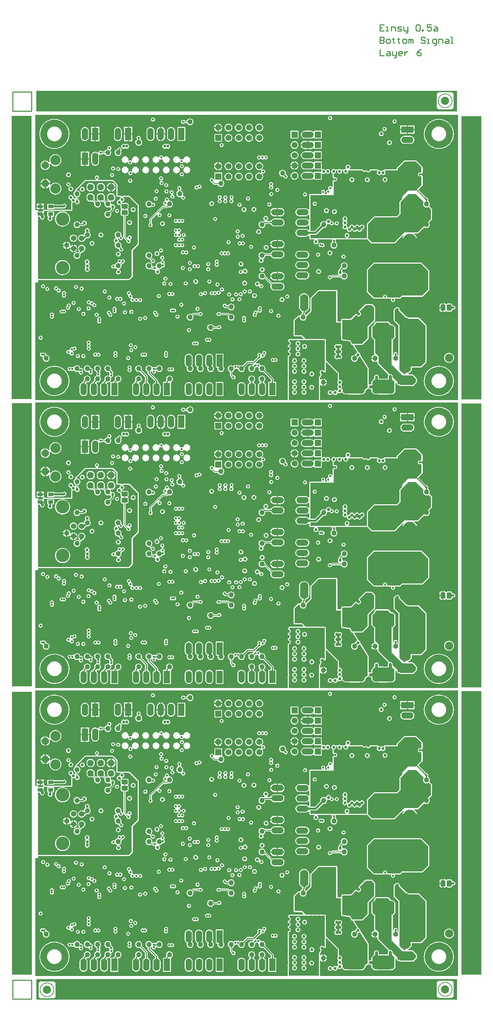
<source format=gbl>
G04 Layer_Physical_Order=6*
G04 Layer_Color=16711680*
%FSLAX24Y24*%
%MOIN*%
G70*
G01*
G75*
%ADD10C,0.0070*%
G04:AMPARAMS|DCode=11|XSize=78.7mil|YSize=78.7mil|CornerRadius=39.4mil|HoleSize=0mil|Usage=FLASHONLY|Rotation=90.000|XOffset=0mil|YOffset=0mil|HoleType=Round|Shape=RoundedRectangle|*
%AMROUNDEDRECTD11*
21,1,0.0787,0.0000,0,0,90.0*
21,1,0.0000,0.0787,0,0,90.0*
1,1,0.0787,0.0000,0.0000*
1,1,0.0787,0.0000,0.0000*
1,1,0.0787,0.0000,0.0000*
1,1,0.0787,0.0000,0.0000*
%
%ADD11ROUNDEDRECTD11*%
%ADD12C,0.0100*%
%ADD13C,0.0650*%
%ADD14C,0.0080*%
G04:AMPARAMS|DCode=61|XSize=50mil|YSize=50mil|CornerRadius=25mil|HoleSize=0mil|Usage=FLASHONLY|Rotation=270.000|XOffset=0mil|YOffset=0mil|HoleType=Round|Shape=RoundedRectangle|*
%AMROUNDEDRECTD61*
21,1,0.0500,0.0000,0,0,270.0*
21,1,0.0000,0.0500,0,0,270.0*
1,1,0.0500,0.0000,0.0000*
1,1,0.0500,0.0000,0.0000*
1,1,0.0500,0.0000,0.0000*
1,1,0.0500,0.0000,0.0000*
%
%ADD61ROUNDEDRECTD61*%
%ADD67C,0.0060*%
%ADD68C,0.0220*%
%ADD69C,0.0200*%
%ADD71C,0.0300*%
%ADD74C,0.0400*%
%ADD77C,0.0250*%
%ADD79C,0.0120*%
%ADD88C,0.0160*%
%ADD89C,0.0500*%
%ADD90C,0.0700*%
%ADD91C,0.0090*%
%ADD103O,0.1300X0.1360*%
%ADD104R,0.0591X0.0591*%
%ADD105O,0.1181X0.0591*%
%ADD106C,0.0591*%
%ADD107O,0.0600X0.1200*%
%ADD108R,0.0600X0.1200*%
%ADD109R,0.0591X0.0591*%
%ADD110O,0.1200X0.0600*%
%ADD111O,0.0825X0.1650*%
%ADD112P,0.0671X8X22.5*%
%ADD113C,0.1305*%
%ADD114C,0.0540*%
%ADD115C,0.1000*%
%ADD116P,0.0758X8X292.5*%
%ADD117C,0.0800*%
G04:AMPARAMS|DCode=118|XSize=133mil|YSize=83mil|CornerRadius=0mil|HoleSize=0mil|Usage=FLASHONLY|Rotation=270.000|XOffset=0mil|YOffset=0mil|HoleType=Round|Shape=Octagon|*
%AMOCTAGOND118*
4,1,8,-0.0208,-0.0665,0.0208,-0.0665,0.0415,-0.0457,0.0415,0.0457,0.0208,0.0665,-0.0208,0.0665,-0.0415,0.0457,-0.0415,-0.0457,-0.0208,-0.0665,0.0*
%
%ADD118OCTAGOND118*%

%ADD119R,0.1200X0.0600*%
%ADD120C,0.0300*%
%ADD121C,0.0220*%
%ADD122C,0.0290*%
%ADD123C,0.0320*%
%ADD146R,0.0492X0.0335*%
%ADD147R,0.0591X0.0591*%
G04:AMPARAMS|DCode=148|XSize=50mil|YSize=50mil|CornerRadius=25mil|HoleSize=0mil|Usage=FLASHONLY|Rotation=0.000|XOffset=0mil|YOffset=0mil|HoleType=Round|Shape=RoundedRectangle|*
%AMROUNDEDRECTD148*
21,1,0.0500,0.0000,0,0,0.0*
21,1,0.0000,0.0500,0,0,0.0*
1,1,0.0500,0.0000,0.0000*
1,1,0.0500,0.0000,0.0000*
1,1,0.0500,0.0000,0.0000*
1,1,0.0500,0.0000,0.0000*
%
%ADD148ROUNDEDRECTD148*%
G04:AMPARAMS|DCode=149|XSize=46mil|YSize=63mil|CornerRadius=11.5mil|HoleSize=0mil|Usage=FLASHONLY|Rotation=270.000|XOffset=0mil|YOffset=0mil|HoleType=Round|Shape=RoundedRectangle|*
%AMROUNDEDRECTD149*
21,1,0.0460,0.0400,0,0,270.0*
21,1,0.0230,0.0630,0,0,270.0*
1,1,0.0230,-0.0200,-0.0115*
1,1,0.0230,-0.0200,0.0115*
1,1,0.0230,0.0200,0.0115*
1,1,0.0230,0.0200,-0.0115*
%
%ADD149ROUNDEDRECTD149*%
G04:AMPARAMS|DCode=150|XSize=46mil|YSize=63mil|CornerRadius=11.5mil|HoleSize=0mil|Usage=FLASHONLY|Rotation=180.000|XOffset=0mil|YOffset=0mil|HoleType=Round|Shape=RoundedRectangle|*
%AMROUNDEDRECTD150*
21,1,0.0460,0.0400,0,0,180.0*
21,1,0.0230,0.0630,0,0,180.0*
1,1,0.0230,-0.0115,0.0200*
1,1,0.0230,0.0115,0.0200*
1,1,0.0230,0.0115,-0.0200*
1,1,0.0230,-0.0115,-0.0200*
%
%ADD150ROUNDEDRECTD150*%
%ADD151C,0.0850*%
G36*
X43671Y86683D02*
X2736D01*
Y88681D01*
X43671D01*
Y86683D01*
D02*
G37*
G36*
X6728Y78139D02*
X6730Y78127D01*
X6734Y78115D01*
X6740Y78103D01*
X6747Y78091D01*
X6756Y78079D01*
X6766Y78067D01*
X6778Y78055D01*
X6791Y78043D01*
X6807Y78031D01*
X6599Y78003D01*
X6611Y78020D01*
X6642Y78068D01*
X6650Y78082D01*
X6656Y78096D01*
X6661Y78108D01*
X6664Y78120D01*
X6666Y78132D01*
X6667Y78143D01*
X6727Y78151D01*
X6728Y78139D01*
D02*
G37*
G36*
X10547Y79571D02*
Y78386D01*
X10952D01*
X10967Y78336D01*
X10907Y78296D01*
X10856Y78220D01*
X10838Y78130D01*
X10840Y78123D01*
X10806Y78089D01*
X10717Y78071D01*
X10641Y78020D01*
X10590Y77944D01*
X10573Y77854D01*
X10590Y77765D01*
X10641Y77689D01*
X10717Y77638D01*
X10735Y77634D01*
X10736Y77634D01*
X10736Y77632D01*
X10752Y77622D01*
X10767Y77611D01*
X10768Y77611D01*
X10770Y77610D01*
X10788Y77607D01*
X10805Y77602D01*
X10841Y77601D01*
X10852Y77600D01*
X10863Y77599D01*
X10871Y77597D01*
X10877Y77595D01*
X10881Y77593D01*
X10882Y77592D01*
X10882Y77592D01*
X10886Y77589D01*
X10901Y77581D01*
X10914Y77571D01*
X10918Y77571D01*
X10921Y77569D01*
X10930Y77568D01*
Y77360D01*
X10945Y77284D01*
X10988Y77220D01*
X11010Y77205D01*
Y77145D01*
X10988Y77131D01*
X10945Y77066D01*
X10930Y76990D01*
Y76760D01*
X10945Y76684D01*
X10988Y76620D01*
X11053Y76577D01*
X11129Y76561D01*
X11217D01*
Y74469D01*
X11217Y74469D01*
X11225Y74426D01*
X11249Y74390D01*
X11486Y74154D01*
X11488Y74137D01*
X11489Y74135D01*
X11490Y74132D01*
X11500Y74118D01*
X11509Y74103D01*
X11511Y74100D01*
X11512Y74099D01*
X11512Y74098D01*
X11513Y74095D01*
X11514Y74092D01*
X11514Y74087D01*
X11515Y74080D01*
X11515Y74071D01*
X11519Y74052D01*
X11523Y74033D01*
X11523Y74032D01*
X11523Y74032D01*
X11534Y74016D01*
X11545Y74000D01*
X11545Y74000D01*
X11546Y73999D01*
X11548Y73998D01*
X11548Y73997D01*
X11590Y73934D01*
X11653Y73892D01*
X11727Y73877D01*
X11801Y73892D01*
X11864Y73934D01*
X11906Y73997D01*
X11921Y74071D01*
X11906Y74145D01*
X11866Y74204D01*
X11870Y74227D01*
X11879Y74258D01*
X11896Y74261D01*
X11959Y74303D01*
X12001Y74366D01*
X12016Y74440D01*
X12001Y74514D01*
X11959Y74577D01*
X11896Y74619D01*
X11822Y74634D01*
X11748Y74619D01*
X11685Y74577D01*
X11643Y74514D01*
X11628Y74440D01*
X11638Y74389D01*
X11592Y74364D01*
X11441Y74516D01*
Y76561D01*
X11529D01*
X11605Y76577D01*
X11669Y76620D01*
X11712Y76684D01*
X11728Y76760D01*
Y76990D01*
X11712Y77066D01*
X11669Y77131D01*
X11648Y77145D01*
Y77205D01*
X11669Y77220D01*
X11712Y77284D01*
X11728Y77360D01*
Y77590D01*
X11712Y77666D01*
X11669Y77731D01*
X11605Y77774D01*
X11529Y77789D01*
X11129D01*
X11107Y77785D01*
X11095Y77791D01*
X11060Y77826D01*
X11059Y77837D01*
X11059Y77847D01*
X11062Y77858D01*
X11093Y77899D01*
X11163Y77913D01*
X11239Y77964D01*
X11289Y78040D01*
X11307Y78130D01*
X11289Y78220D01*
X11239Y78296D01*
X11179Y78336D01*
X11194Y78386D01*
X11779D01*
X12593Y77590D01*
X12598D01*
Y73789D01*
X12028Y73218D01*
Y70679D01*
X11742Y70394D01*
X2923D01*
Y76452D01*
X3091D01*
X3120Y76423D01*
Y76384D01*
X3136Y76304D01*
X3182Y76236D01*
X3249Y76191D01*
X3329Y76175D01*
X3409Y76191D01*
X3477Y76236D01*
X3522Y76304D01*
X3538Y76384D01*
Y76509D01*
X3538Y76509D01*
X3522Y76589D01*
X3477Y76657D01*
X3465Y76669D01*
Y76669D01*
X3119D01*
Y76769D01*
X3465D01*
Y76987D01*
X3488Y77028D01*
X6260D01*
Y77813D01*
X6298Y77845D01*
X6339Y77837D01*
X6428Y77854D01*
X6449Y77868D01*
X6495Y77849D01*
X6500Y77821D01*
X6551Y77745D01*
X6627Y77694D01*
X6717Y77677D01*
X6807Y77694D01*
X6883Y77745D01*
X6934Y77821D01*
X6951Y77911D01*
X6934Y78001D01*
X6908Y78040D01*
X6908Y78043D01*
X6908Y78044D01*
X6908Y78045D01*
X6901Y78063D01*
X6896Y78081D01*
X6895Y78082D01*
X6895Y78082D01*
X6882Y78097D01*
X6870Y78111D01*
X6857Y78122D01*
X6848Y78130D01*
X6841Y78137D01*
X6835Y78143D01*
X6832Y78147D01*
X6830Y78151D01*
X6829Y78153D01*
X6829Y78158D01*
X6828Y78161D01*
X6828Y78165D01*
X6823Y78180D01*
X6818Y78196D01*
X6816Y78199D01*
X6815Y78202D01*
X6809Y78209D01*
Y78370D01*
X6863Y78393D01*
X6932Y78446D01*
X6985Y78515D01*
X7018Y78595D01*
X7030Y78681D01*
X7018Y78767D01*
X6985Y78848D01*
X6932Y78916D01*
X6863Y78969D01*
X6783Y79003D01*
X6697Y79014D01*
X6670Y79010D01*
X6646Y79058D01*
X7520Y79931D01*
X10187Y79931D01*
X10547Y79571D01*
D02*
G37*
G36*
X10957Y77832D02*
X10960Y77796D01*
X10963Y77779D01*
X10966Y77764D01*
X10971Y77750D01*
X10976Y77738D01*
X10982Y77727D01*
X10988Y77717D01*
X10996Y77708D01*
X10953Y77666D01*
X10945Y77673D01*
X10935Y77680D01*
X10924Y77686D01*
X10911Y77691D01*
X10897Y77695D01*
X10882Y77699D01*
X10866Y77701D01*
X10848Y77703D01*
X10809Y77704D01*
X10957Y77853D01*
X10957Y77832D01*
D02*
G37*
G36*
X11634Y74207D02*
X11641Y74202D01*
X11650Y74197D01*
X11658Y74193D01*
X11668Y74189D01*
X11678Y74186D01*
X11689Y74184D01*
X11701Y74182D01*
X11713Y74181D01*
X11726Y74181D01*
X11617Y74072D01*
X11617Y74085D01*
X11616Y74097D01*
X11614Y74109D01*
X11612Y74120D01*
X11609Y74130D01*
X11605Y74139D01*
X11601Y74148D01*
X11596Y74157D01*
X11590Y74164D01*
X11584Y74171D01*
X11627Y74214D01*
X11634Y74207D01*
D02*
G37*
G36*
X28896Y67299D02*
X28888Y67296D01*
X28881Y67290D01*
X28874Y67282D01*
X28869Y67273D01*
X28865Y67260D01*
X28861Y67246D01*
X28859Y67230D01*
X28857Y67211D01*
X28857Y67190D01*
X28757D01*
X28756Y67211D01*
X28755Y67230D01*
X28752Y67246D01*
X28749Y67260D01*
X28745Y67273D01*
X28739Y67282D01*
X28733Y67290D01*
X28726Y67296D01*
X28717Y67299D01*
X28708Y67300D01*
X28906D01*
X28896Y67299D01*
D02*
G37*
G36*
X35619Y67624D02*
X35619Y66414D01*
X35497Y66291D01*
X34987Y65781D01*
Y64651D01*
X34447Y64111D01*
X33457D01*
X33297Y64441D01*
X32527Y64541D01*
Y66441D01*
X33377Y66441D01*
X33844Y66908D01*
X33901Y66895D01*
X33941Y66835D01*
X34017Y66784D01*
X34107Y66767D01*
X34197Y66784D01*
X34273Y66835D01*
X34324Y66911D01*
X34341Y67001D01*
X34324Y67091D01*
X34273Y67167D01*
X34213Y67207D01*
X34200Y67264D01*
X34809Y67874D01*
X35369D01*
X35619Y67624D01*
D02*
G37*
G36*
X31927Y66171D02*
X32367D01*
Y64831D01*
X32425Y64766D01*
Y64541D01*
X32428Y64528D01*
X32428Y64515D01*
X32431Y64509D01*
X32433Y64502D01*
X32440Y64491D01*
X32446Y64479D01*
X32451Y64475D01*
X32455Y64469D01*
X32466Y64462D01*
X32476Y64453D01*
X32482Y64451D01*
X32488Y64447D01*
X32501Y64444D01*
X32514Y64440D01*
X33229Y64347D01*
X33365Y64067D01*
X33375Y64053D01*
X33385Y64039D01*
X33387Y64037D01*
X33389Y64035D01*
X33404Y64026D01*
X33418Y64017D01*
X33421Y64016D01*
X33423Y64015D01*
X33440Y64012D01*
X33457Y64009D01*
X33527D01*
X33974Y63295D01*
X33955Y63249D01*
X33947Y63248D01*
X33871Y63197D01*
X33820Y63121D01*
X33815Y63094D01*
X33814Y63094D01*
X33813Y63092D01*
X33812Y63091D01*
X33802Y63076D01*
X33792Y63060D01*
X33792Y63059D01*
X33791Y63057D01*
X33788Y63039D01*
X33785Y63021D01*
X33737Y63009D01*
X33697Y63014D01*
X33611Y63003D01*
X33530Y62969D01*
X33461Y62916D01*
X33409Y62848D01*
X33375Y62767D01*
X33364Y62681D01*
X33375Y62595D01*
X33409Y62515D01*
X33461Y62446D01*
X33530Y62393D01*
X33611Y62360D01*
X33697Y62348D01*
X33783Y62360D01*
X33863Y62393D01*
X33932Y62446D01*
X33985Y62515D01*
X34018Y62595D01*
X34030Y62681D01*
X34022Y62737D01*
X34050Y62778D01*
X34065Y62784D01*
X34068Y62785D01*
X34086Y62789D01*
X34087Y62790D01*
X34089Y62790D01*
X34103Y62802D01*
X34118Y62813D01*
X34118Y62813D01*
X34127Y62814D01*
X34190Y62857D01*
X34251Y62854D01*
X34987Y61681D01*
Y59871D01*
X34817Y59701D01*
X34210D01*
Y59266D01*
X33760Y59268D01*
X33190Y59266D01*
Y59271D01*
X33153Y59271D01*
X33173Y59701D01*
X32411D01*
X32404Y59756D01*
X32433Y59775D01*
X32484Y59851D01*
X32501Y59941D01*
X32484Y60031D01*
X32433Y60107D01*
X32396Y60131D01*
Y60181D01*
X32433Y60205D01*
X32484Y60281D01*
X32501Y60371D01*
X32484Y60461D01*
X32433Y60537D01*
X32357Y60588D01*
X32267Y60606D01*
X32227Y60598D01*
X32177Y60639D01*
X32177Y61261D01*
X30921Y62517D01*
X30921Y64474D01*
X30914Y64513D01*
X30891Y64546D01*
X30858Y64568D01*
X30819Y64576D01*
X30781D01*
X30779Y64577D01*
X30705Y64592D01*
X30631Y64577D01*
X30629Y64576D01*
X30381D01*
X30379Y64577D01*
X30305Y64592D01*
X30231Y64577D01*
X30229Y64576D01*
X29981D01*
X29979Y64577D01*
X29905Y64592D01*
X29831Y64577D01*
X29829Y64576D01*
X29581D01*
X29579Y64577D01*
X29505Y64592D01*
X29431Y64577D01*
X29429Y64576D01*
X28929D01*
X28597Y64931D01*
X27879Y64931D01*
Y66384D01*
X28324Y66764D01*
X28372Y66738D01*
X28364Y66681D01*
X28375Y66595D01*
X28409Y66515D01*
X28461Y66446D01*
X28530Y66393D01*
X28611Y66360D01*
X28697Y66348D01*
X28783Y66360D01*
X28863Y66393D01*
X28932Y66446D01*
X28985Y66515D01*
X29018Y66595D01*
X29030Y66681D01*
X29021Y66744D01*
X29029Y66794D01*
X29509Y67274D01*
Y68524D01*
X30209Y69224D01*
X31927D01*
Y66171D01*
D02*
G37*
G36*
X37771Y63019D02*
X37768Y63014D01*
X37765Y63008D01*
X37763Y63002D01*
X37761Y62994D01*
X37760Y62986D01*
X37758Y62977D01*
X37757Y62955D01*
X37757Y62943D01*
X37637D01*
X37637Y62955D01*
X37634Y62986D01*
X37633Y62994D01*
X37631Y63002D01*
X37629Y63008D01*
X37626Y63014D01*
X37623Y63019D01*
X37620Y63023D01*
X37774D01*
X37771Y63019D01*
D02*
G37*
G36*
X34042Y62881D02*
X34030Y62880D01*
X34018Y62878D01*
X34005Y62875D01*
X33994Y62871D01*
X33982Y62866D01*
X33970Y62860D01*
X33959Y62853D01*
X33948Y62845D01*
X33937Y62835D01*
X33926Y62825D01*
X33837Y62906D01*
X33847Y62917D01*
X33856Y62928D01*
X33864Y62939D01*
X33871Y62950D01*
X33876Y62962D01*
X33881Y62974D01*
X33884Y62986D01*
X33886Y62998D01*
X33887Y63010D01*
X33887Y63023D01*
X34042Y62881D01*
D02*
G37*
G36*
X43779Y58623D02*
X30366D01*
X30359Y58631D01*
Y60073D01*
X30386Y60091D01*
X30429Y60103D01*
X30490Y60055D01*
X30575Y60020D01*
X30617Y60015D01*
Y60361D01*
Y60708D01*
X30575Y60702D01*
X30490Y60667D01*
X30429Y60620D01*
X30386Y60631D01*
X30359Y60650D01*
Y60801D01*
X30360Y60802D01*
X30363Y60803D01*
X30375Y60814D01*
X30388Y60825D01*
X30404Y60844D01*
X30406Y60848D01*
X30410Y60852D01*
X30415Y60866D01*
X30422Y60879D01*
X30423Y60884D01*
X30425Y60889D01*
X30439Y60958D01*
X30467Y61001D01*
X30479Y61009D01*
X30486Y61016D01*
X30494Y61021D01*
X30500Y61030D01*
X30507Y61037D01*
X30511Y61046D01*
X30516Y61054D01*
X30518Y61064D01*
X30522Y61074D01*
Y61084D01*
X30524Y61094D01*
Y61143D01*
X30522Y61153D01*
Y61163D01*
X30518Y61173D01*
X30516Y61183D01*
X30511Y61191D01*
X30507Y61200D01*
X30500Y61207D01*
X30494Y61216D01*
X30486Y61221D01*
X30479Y61228D01*
X30467Y61236D01*
X30439Y61279D01*
X30429Y61328D01*
X30439Y61378D01*
X30467Y61421D01*
X30509Y61449D01*
X30559Y61459D01*
X30609Y61449D01*
X30652Y61421D01*
X30685Y61372D01*
X30698Y61358D01*
X30711Y61345D01*
X30712Y61344D01*
X30713Y61343D01*
X30730Y61336D01*
X30747Y61329D01*
X30749Y61329D01*
X30749Y61328D01*
X30768D01*
X30787Y61328D01*
X30837Y61337D01*
X30848Y61341D01*
X30858Y61343D01*
X30866Y61348D01*
X30874Y61351D01*
X30882Y61359D01*
X30891Y61365D01*
X30896Y61373D01*
X30903Y61379D01*
X30907Y61389D01*
X30914Y61398D01*
X30915Y61407D01*
X30919Y61415D01*
X30919Y61426D01*
X30921Y61437D01*
Y62281D01*
X30986Y62308D01*
X32075Y61219D01*
X32075Y60639D01*
X32076Y60634D01*
X32075Y60629D01*
X32080Y60614D01*
X32083Y60600D01*
X32101Y60537D01*
X32050Y60461D01*
X32032Y60371D01*
X32050Y60281D01*
X32101Y60205D01*
X32122Y60191D01*
Y60121D01*
X32101Y60107D01*
X32050Y60031D01*
X32032Y59941D01*
X32050Y59851D01*
X32101Y59775D01*
X32115Y59766D01*
Y59696D01*
X32101Y59687D01*
X32050Y59611D01*
X32041Y59565D01*
X32024Y59554D01*
X31965Y59539D01*
X31907Y59578D01*
X31817Y59596D01*
X31727Y59578D01*
X31651Y59527D01*
X31616Y59474D01*
X31613Y59473D01*
X31541D01*
X31538Y59474D01*
X31503Y59527D01*
X31427Y59578D01*
X31337Y59596D01*
X31247Y59578D01*
X31171Y59527D01*
X31120Y59451D01*
X31102Y59361D01*
X31120Y59271D01*
X31171Y59195D01*
X31247Y59144D01*
X31337Y59127D01*
X31427Y59144D01*
X31503Y59195D01*
X31538Y59248D01*
X31541Y59249D01*
X31613D01*
X31616Y59248D01*
X31651Y59195D01*
X31727Y59144D01*
X31817Y59127D01*
X31907Y59144D01*
X31983Y59195D01*
X32034Y59271D01*
X32043Y59317D01*
X32060Y59328D01*
X32119Y59343D01*
X32177Y59304D01*
X32267Y59287D01*
X32357Y59304D01*
X32433Y59355D01*
X32442Y59370D01*
X32512Y59377D01*
X32699Y59190D01*
X33095D01*
X33096Y59190D01*
X33110Y59179D01*
X33112Y59178D01*
X33114Y59177D01*
X33131Y59174D01*
X33149Y59169D01*
X33151Y59170D01*
X33153Y59169D01*
X33165Y59169D01*
X33171Y59168D01*
X33190Y59164D01*
X33191Y59164D01*
X33191Y59164D01*
X33760Y59166D01*
X34210Y59164D01*
X34210Y59164D01*
X34210Y59164D01*
X34229Y59168D01*
X34249Y59172D01*
X34249Y59172D01*
X34249Y59172D01*
X34264Y59182D01*
X34267D01*
X34330Y59190D01*
X34534D01*
X34781Y59438D01*
Y59599D01*
X34817D01*
X34856Y59607D01*
X34889Y59629D01*
X35017Y59757D01*
X35102Y59756D01*
X35169Y59711D01*
X35175Y59709D01*
X35175Y59709D01*
X35176Y59708D01*
X35177Y59707D01*
X35192Y59696D01*
X35207Y59686D01*
X35209Y59685D01*
X35210Y59684D01*
X35228Y59681D01*
X35246Y59677D01*
X35309Y59675D01*
X35330Y59672D01*
X35346Y59669D01*
X35346Y59669D01*
X35348Y59666D01*
X35352Y59662D01*
Y59434D01*
X35599Y59186D01*
X35951D01*
X35965Y59184D01*
X35997D01*
X36005Y59178D01*
X36010Y59176D01*
X36015Y59173D01*
X36029Y59170D01*
X36043Y59166D01*
X36048Y59166D01*
X36054Y59165D01*
X36517Y59166D01*
X36980Y59165D01*
X36984Y59166D01*
X36988Y59166D01*
X37003Y59170D01*
X37019Y59173D01*
X37022Y59175D01*
X37026Y59176D01*
X37037Y59185D01*
X37043Y59186D01*
X37434D01*
X37682Y59434D01*
Y60293D01*
X37752Y60325D01*
X37775Y60306D01*
X37775Y60304D01*
X37793Y60214D01*
X37844Y60138D01*
X37920Y60087D01*
X38009Y60069D01*
X38047Y60077D01*
X38095Y60029D01*
X38128Y60007D01*
X38167Y59999D01*
X39387D01*
X39426Y60007D01*
X39459Y60029D01*
X39459Y60029D01*
X39739Y60309D01*
X39761Y60342D01*
X39769Y60381D01*
Y60691D01*
X39761Y60730D01*
X39739Y60763D01*
X39409Y61093D01*
X39376Y61115D01*
X39337Y61123D01*
X38933D01*
X38927Y61193D01*
X38946Y61197D01*
X38979Y61219D01*
X39259Y61499D01*
X39281Y61532D01*
X39289Y61571D01*
X39289Y61809D01*
X40069D01*
X40069Y61809D01*
X40070Y61809D01*
X40157D01*
X40196Y61817D01*
X40229Y61839D01*
X40669Y62279D01*
X40691Y62312D01*
X40699Y62351D01*
Y63411D01*
Y65871D01*
X40691Y65910D01*
X40669Y65943D01*
X39996Y66616D01*
X39963Y66638D01*
X39924Y66646D01*
X38967Y66646D01*
X38953Y66667D01*
X38928Y66684D01*
X38910Y66695D01*
X38877Y66718D01*
X38787Y66736D01*
X38766Y66731D01*
X38102Y67395D01*
X38111Y67441D01*
X38094Y67531D01*
X38043Y67607D01*
X38021Y67621D01*
X37967Y67658D01*
X37877Y67676D01*
X37787Y67658D01*
X37711Y67607D01*
X37701Y67592D01*
X37680Y67588D01*
X37647Y67566D01*
X37547Y67466D01*
X37525Y67433D01*
X37517Y67394D01*
X37517Y66389D01*
X37525Y66350D01*
X37547Y66316D01*
X37985Y65879D01*
X37985Y64361D01*
X37985Y62955D01*
X37915Y62930D01*
X37863Y62969D01*
X37871Y62991D01*
X37873Y63007D01*
X37876Y63023D01*
X37875Y63025D01*
X37876Y63027D01*
X37891Y63101D01*
X37876Y63175D01*
X37834Y63238D01*
X37771Y63280D01*
X37697Y63295D01*
X37623Y63280D01*
X37560Y63238D01*
X37518Y63175D01*
X37503Y63101D01*
X37518Y63027D01*
X37518Y63025D01*
X37518Y63023D01*
X37520Y63013D01*
X37507Y62996D01*
X37499Y62989D01*
X37450Y63006D01*
X37429Y63027D01*
Y64486D01*
X37434D01*
X37682Y64734D01*
Y65729D01*
X37434Y65976D01*
X37296D01*
X37029Y66243D01*
X36996Y66265D01*
X36957Y66273D01*
X35817Y66273D01*
X35778Y66265D01*
X35745Y66243D01*
X35625Y66123D01*
X35603Y66090D01*
X35595Y66051D01*
Y65972D01*
X35352Y65729D01*
Y64734D01*
X35595Y64491D01*
Y63221D01*
X35603Y63182D01*
X35625Y63149D01*
X35625Y63149D01*
X35672Y63101D01*
X35647Y63028D01*
X35605Y63022D01*
X35520Y62987D01*
X35447Y62931D01*
X35391Y62858D01*
X35356Y62772D01*
X35350Y62731D01*
X35697D01*
Y62681D01*
X35747D01*
Y62335D01*
X35788Y62340D01*
X35873Y62375D01*
X35885Y62384D01*
X35955Y62350D01*
Y62211D01*
X35963Y62172D01*
X35985Y62139D01*
X37015Y61108D01*
X37014Y61089D01*
X36963Y61013D01*
X36945Y60924D01*
Y60747D01*
X36895Y60698D01*
X36059Y60710D01*
X36057Y60720D01*
X36052Y60745D01*
X36050Y60776D01*
X36054Y60781D01*
X36071Y60871D01*
X36054Y60961D01*
X36003Y61037D01*
X35927Y61088D01*
X35837Y61106D01*
X35747Y61088D01*
X35671Y61037D01*
X35620Y60961D01*
X35602Y60871D01*
X35620Y60781D01*
X35624Y60776D01*
X35624Y60775D01*
X35621Y60740D01*
X35617Y60712D01*
X35612Y60691D01*
X35606Y60677D01*
X35606Y60676D01*
X35599D01*
X35591Y60668D01*
X35588Y60667D01*
X35574Y60663D01*
X35570Y60660D01*
X35564Y60658D01*
X35554Y60648D01*
X35542Y60640D01*
X35539Y60635D01*
X35535Y60631D01*
X35529Y60618D01*
X35522Y60606D01*
X35521Y60600D01*
X35519Y60596D01*
X35352Y60429D01*
Y60206D01*
X35298Y60161D01*
X35277Y60166D01*
X35187Y60148D01*
X35159Y60129D01*
X35089Y60166D01*
Y61681D01*
X35087Y61690D01*
X35087Y61698D01*
X35083Y61709D01*
X35081Y61720D01*
X35076Y61727D01*
X35073Y61735D01*
X34337Y62909D01*
X34331Y62915D01*
X34326Y62923D01*
X34317Y62930D01*
X34310Y62937D01*
X34302Y62941D01*
X34294Y62947D01*
X34284Y62949D01*
X34274Y62954D01*
X34270Y63024D01*
X34271Y63031D01*
X34254Y63121D01*
X34203Y63197D01*
X34127Y63248D01*
X34076Y63294D01*
X34075Y63303D01*
X34075Y63312D01*
X34071Y63322D01*
X34069Y63333D01*
X34064Y63341D01*
X34061Y63349D01*
X33685Y63948D01*
X33719Y64009D01*
X34447D01*
X34486Y64017D01*
X34519Y64039D01*
X35059Y64579D01*
X35081Y64612D01*
X35089Y64651D01*
Y65739D01*
X35569Y66219D01*
X35691Y66342D01*
X35714Y66375D01*
X35721Y66414D01*
X35721Y67624D01*
X35714Y67663D01*
X35691Y67696D01*
X35441Y67946D01*
X35441Y67946D01*
X35408Y67968D01*
X35369Y67976D01*
X34809D01*
X34770Y67968D01*
X34737Y67946D01*
X34128Y67336D01*
X34121Y67327D01*
X34114Y67318D01*
X34110Y67310D01*
X34106Y67303D01*
X34103Y67292D01*
X34099Y67281D01*
X34100Y67273D01*
X34098Y67264D01*
X34100Y67253D01*
X34101Y67241D01*
X34114Y67184D01*
X34121Y67167D01*
X34128Y67150D01*
X34129Y67149D01*
X34130Y67148D01*
X34143Y67135D01*
X34157Y67122D01*
X34199Y67093D01*
X34227Y67051D01*
X34237Y67001D01*
X34227Y66951D01*
X34199Y66909D01*
X34157Y66880D01*
X34107Y66871D01*
X34057Y66880D01*
X34015Y66909D01*
X33986Y66951D01*
X33973Y66964D01*
X33960Y66978D01*
X33959Y66979D01*
X33958Y66980D01*
X33941Y66987D01*
X33924Y66994D01*
X33867Y67007D01*
X33855Y67008D01*
X33844Y67010D01*
X33835Y67008D01*
X33827Y67009D01*
X33816Y67004D01*
X33805Y67002D01*
X33798Y66997D01*
X33790Y66994D01*
X33781Y66987D01*
X33772Y66980D01*
X33335Y66543D01*
X32527Y66543D01*
X32488Y66535D01*
X32455Y66513D01*
X32433Y66480D01*
X32425Y66441D01*
Y66330D01*
X32367Y66273D01*
X32029D01*
Y69224D01*
X32021Y69263D01*
X31999Y69296D01*
X31966Y69318D01*
X31927Y69326D01*
X30209D01*
X30170Y69318D01*
X30137Y69296D01*
X29437Y68596D01*
X29415Y68563D01*
X29407Y68524D01*
Y67316D01*
X29003Y66911D01*
X28933Y66916D01*
X28932Y66916D01*
X28867Y66967D01*
X28863Y66975D01*
X28856Y67048D01*
X28901Y67092D01*
X28909Y67105D01*
X28911Y67106D01*
X28927Y67116D01*
X28928Y67117D01*
X28929Y67118D01*
X28939Y67134D01*
X28950Y67149D01*
X28950Y67150D01*
X28951Y67151D01*
X28955Y67170D01*
X28959Y67188D01*
X28959Y67206D01*
X28960Y67215D01*
X28966Y67220D01*
X28978Y67228D01*
X28981Y67233D01*
X28986Y67237D01*
X28988Y67240D01*
X29055Y67268D01*
X29158Y67347D01*
X29237Y67450D01*
X29287Y67570D01*
X29304Y67699D01*
Y68524D01*
X29287Y68652D01*
X29237Y68772D01*
X29158Y68875D01*
X29055Y68954D01*
X28935Y69003D01*
X28807Y69020D01*
X28678Y69003D01*
X28558Y68954D01*
X28456Y68875D01*
X28377Y68772D01*
X28327Y68652D01*
X28310Y68524D01*
Y67699D01*
X28327Y67570D01*
X28377Y67450D01*
X28456Y67347D01*
X28558Y67268D01*
X28590Y67255D01*
X28608Y67179D01*
X28603Y67170D01*
X28574Y67127D01*
X28564Y67076D01*
Y66983D01*
X28530Y66969D01*
X28461Y66916D01*
X28432Y66878D01*
X28371Y66855D01*
X28353Y66860D01*
X28335Y66865D01*
X28334Y66865D01*
X28332Y66865D01*
X28314Y66863D01*
X28296Y66862D01*
X28294Y66861D01*
X28293Y66861D01*
X28277Y66852D01*
X28260Y66843D01*
X28259Y66842D01*
X28258Y66841D01*
X27813Y66461D01*
X27811Y66458D01*
X27807Y66456D01*
X27798Y66442D01*
X27789Y66430D01*
X27787Y66426D01*
X27785Y66423D01*
X27782Y66407D01*
X27778Y66392D01*
X27778Y66388D01*
X27777Y66384D01*
Y64931D01*
X27785Y64892D01*
X27807Y64859D01*
X27840Y64837D01*
X27879Y64829D01*
X28553Y64829D01*
X28729Y64640D01*
X28702Y64576D01*
X27378D01*
X27368Y64574D01*
X27358D01*
X27349Y64570D01*
X27339Y64568D01*
X27331Y64562D01*
X27321Y64558D01*
X27314Y64551D01*
X27306Y64546D01*
X27300Y64537D01*
X27293Y64530D01*
X27289Y64521D01*
X27284Y64513D01*
X27282Y64503D01*
X27278Y64494D01*
X27265Y64428D01*
X27265Y64427D01*
X27260Y64416D01*
Y64408D01*
X27258Y64401D01*
X27260Y64388D01*
Y64376D01*
X27263Y64369D01*
X27264Y64361D01*
X27285Y64303D01*
X27292Y64293D01*
X27296Y64281D01*
X27302Y64276D01*
X27306Y64269D01*
X27316Y64262D01*
X27325Y64253D01*
X27369Y64223D01*
X27397Y64181D01*
X27407Y64131D01*
X27397Y64081D01*
X27369Y64039D01*
X27327Y64010D01*
X27307Y64007D01*
X27298Y64003D01*
X27288Y64001D01*
X27279Y63995D01*
X27270Y63991D01*
X27263Y63984D01*
X27255Y63979D01*
X27249Y63970D01*
X27242Y63963D01*
X27238Y63954D01*
X27233Y63946D01*
X27231Y63936D01*
X27227Y63926D01*
Y63916D01*
X27225Y63907D01*
Y63846D01*
X27227Y63836D01*
Y63826D01*
X27231Y63816D01*
X27233Y63807D01*
X27238Y63798D01*
X27242Y63789D01*
X27249Y63782D01*
X27255Y63774D01*
X27263Y63768D01*
X27270Y63761D01*
X27279Y63757D01*
X27288Y63751D01*
X27298Y63749D01*
X27307Y63746D01*
X27327Y63742D01*
X27369Y63713D01*
X27397Y63671D01*
X27407Y63621D01*
X27397Y63571D01*
X27369Y63529D01*
X27327Y63500D01*
X27307Y63497D01*
X27298Y63493D01*
X27288Y63491D01*
X27279Y63485D01*
X27270Y63481D01*
X27263Y63474D01*
X27255Y63469D01*
X27249Y63460D01*
X27242Y63453D01*
X27238Y63444D01*
X27233Y63436D01*
X27231Y63426D01*
X27227Y63416D01*
Y63406D01*
X27225Y63397D01*
Y63326D01*
X27227Y63316D01*
Y63306D01*
X27231Y63296D01*
X27233Y63287D01*
X27238Y63278D01*
X27242Y63269D01*
X27249Y63262D01*
X27255Y63254D01*
X27263Y63248D01*
X27270Y63241D01*
X27279Y63237D01*
X27288Y63231D01*
X27298Y63229D01*
X27307Y63226D01*
X27327Y63222D01*
X27369Y63193D01*
X27397Y63151D01*
X27407Y63101D01*
X27397Y63051D01*
X27369Y63009D01*
X27327Y62980D01*
X27307Y62977D01*
X27298Y62973D01*
X27288Y62971D01*
X27279Y62965D01*
X27270Y62961D01*
X27263Y62954D01*
X27255Y62949D01*
X27249Y62940D01*
X27242Y62933D01*
X27238Y62924D01*
X27233Y62916D01*
X27231Y62906D01*
X27227Y62896D01*
Y62886D01*
X27225Y62877D01*
X27225Y61185D01*
X27227Y61175D01*
Y61165D01*
X27229Y61154D01*
X27227Y61142D01*
Y61132D01*
X27225Y61122D01*
Y60025D01*
X27227Y60015D01*
Y60005D01*
X27231Y59996D01*
X27233Y59986D01*
X27238Y59978D01*
X27242Y59968D01*
X27242Y59968D01*
X27249Y59934D01*
X27242Y59899D01*
X27242Y59899D01*
X27238Y59890D01*
X27233Y59881D01*
X27231Y59871D01*
X27227Y59862D01*
Y59852D01*
X27225Y59842D01*
Y58631D01*
X27218Y58623D01*
X2639D01*
Y70076D01*
X2923D01*
Y70292D01*
X11742D01*
X11781Y70299D01*
X11814Y70322D01*
X12100Y70607D01*
X12122Y70640D01*
X12130Y70679D01*
Y73176D01*
X12671Y73717D01*
X12693Y73750D01*
X12700Y73789D01*
Y77590D01*
X12693Y77629D01*
X12671Y77662D01*
X12653Y77674D01*
X11851Y78459D01*
X11834Y78469D01*
X11818Y78480D01*
X11818Y78480D01*
X11817Y78480D01*
X11798Y78484D01*
X11779Y78488D01*
X11194D01*
X11189Y78487D01*
X11184Y78487D01*
X11170Y78483D01*
X11155Y78480D01*
X11151Y78477D01*
X11146Y78476D01*
X11134Y78466D01*
X11122Y78458D01*
X11119Y78454D01*
X11115Y78451D01*
X11112Y78444D01*
X11107Y78442D01*
X11089Y78437D01*
X11056D01*
X11039Y78442D01*
X11034Y78444D01*
X11031Y78451D01*
X11027Y78454D01*
X11024Y78458D01*
X11011Y78466D01*
X11000Y78476D01*
X10995Y78477D01*
X10991Y78480D01*
X10976Y78483D01*
X10962Y78487D01*
X10957Y78487D01*
X10952Y78488D01*
X10649D01*
Y79571D01*
X10641Y79610D01*
X10619Y79643D01*
X10259Y80003D01*
X10226Y80025D01*
X10187Y80033D01*
X8771Y80033D01*
X8728Y80098D01*
X8729Y80103D01*
X8786Y80142D01*
X8828Y80204D01*
X8843Y80279D01*
X8828Y80353D01*
X8786Y80416D01*
X8723Y80458D01*
X8649Y80472D01*
X8575Y80458D01*
X8512Y80416D01*
X8470Y80353D01*
X8456Y80279D01*
X8470Y80204D01*
X8512Y80142D01*
X8570Y80103D01*
X8571Y80098D01*
X8528Y80033D01*
X7520D01*
X7481Y80025D01*
X7448Y80003D01*
X6574Y79130D01*
X6572Y79127D01*
X6570Y79125D01*
X6561Y79111D01*
X6552Y79097D01*
X6551Y79093D01*
X6550Y79090D01*
X6548Y79074D01*
X6544Y79058D01*
X6545Y79054D01*
X6545Y79051D01*
X6549Y79035D01*
X6552Y79019D01*
X6530Y78969D01*
X6461Y78916D01*
X6409Y78848D01*
X6375Y78767D01*
X6364Y78681D01*
X6375Y78595D01*
X6409Y78515D01*
X6461Y78446D01*
X6530Y78393D01*
X6585Y78370D01*
Y78243D01*
X6515Y78222D01*
X6504Y78237D01*
X6428Y78288D01*
X6346Y78304D01*
X6351Y78331D01*
X6334Y78421D01*
X6283Y78497D01*
X6207Y78548D01*
X6117Y78566D01*
X6027Y78548D01*
X5951Y78497D01*
X5900Y78421D01*
X5882Y78331D01*
X5900Y78241D01*
X5951Y78165D01*
X6027Y78114D01*
X6109Y78098D01*
X6104Y78071D01*
X6122Y77981D01*
X6173Y77905D01*
X6166Y77852D01*
X6163Y77837D01*
X6158Y77823D01*
X6159Y77818D01*
X6158Y77813D01*
Y77130D01*
X3564D01*
X3500Y77142D01*
X3474Y77171D01*
X3465Y77196D01*
X3465Y77211D01*
X3465Y77211D01*
Y77398D01*
X3169D01*
Y77180D01*
X3399D01*
X3402Y77180D01*
X3434Y77119D01*
X3430Y77110D01*
X3424Y77107D01*
X3420Y77103D01*
X3416Y77100D01*
X3407Y77088D01*
X3398Y77076D01*
X3376Y77036D01*
X3374Y77030D01*
X3371Y77026D01*
X3368Y77012D01*
X3364Y76998D01*
X3305Y76967D01*
X2923D01*
Y77099D01*
X2919Y77104D01*
X2639D01*
Y86377D01*
X43779D01*
X43779Y58623D01*
D02*
G37*
G36*
X30819Y61437D02*
X30769Y61428D01*
X30725Y61494D01*
X30649Y61545D01*
X30559Y61563D01*
X30470Y61545D01*
X30394Y61494D01*
X30343Y61418D01*
X30325Y61328D01*
X30343Y61239D01*
X30394Y61163D01*
X30422Y61143D01*
Y61094D01*
X30394Y61074D01*
X30343Y60998D01*
X30325Y60909D01*
X30309Y60889D01*
X30257Y60881D01*
X30257Y60881D01*
Y58631D01*
X27327D01*
Y59842D01*
X27338Y59859D01*
X27353Y59934D01*
X27338Y60008D01*
X27327Y60025D01*
Y61122D01*
X27333Y61154D01*
X27327Y61185D01*
X27327Y62877D01*
X27367Y62884D01*
X27443Y62935D01*
X27494Y63011D01*
X27511Y63101D01*
X27494Y63191D01*
X27443Y63267D01*
X27367Y63318D01*
X27327Y63326D01*
Y63397D01*
X27367Y63404D01*
X27443Y63455D01*
X27494Y63531D01*
X27511Y63621D01*
X27494Y63711D01*
X27443Y63787D01*
X27367Y63838D01*
X27327Y63846D01*
Y63907D01*
X27367Y63914D01*
X27443Y63965D01*
X27494Y64041D01*
X27511Y64131D01*
X27494Y64221D01*
X27443Y64297D01*
X27381Y64338D01*
X27360Y64396D01*
X27364Y64401D01*
X27378Y64474D01*
X30819D01*
X30819Y61437D01*
D02*
G37*
G36*
X38809Y66544D02*
X39924Y66544D01*
X40597Y65871D01*
Y63411D01*
Y62351D01*
X40157Y61911D01*
X39187D01*
X39187Y61571D01*
X38907Y61291D01*
X38347Y61291D01*
X38087Y61551D01*
X38087Y64361D01*
X38087Y65921D01*
X37619Y66389D01*
X37619Y67394D01*
X37719Y67494D01*
X37859Y67494D01*
X38809Y66544D01*
D02*
G37*
G36*
X36957Y66171D02*
X37327Y65801D01*
Y62071D01*
X38377Y61021D01*
X39337D01*
X39667Y60691D01*
Y60381D01*
X39387Y60101D01*
X38167D01*
X37414Y60854D01*
Y60924D01*
X37396Y61013D01*
X37345Y61089D01*
X37269Y61140D01*
X37179Y61158D01*
X37121Y61147D01*
X36057Y62211D01*
X36057Y62861D01*
X35697Y63221D01*
X35697Y66051D01*
X35817Y66171D01*
X36957Y66171D01*
D02*
G37*
G36*
X35434Y59720D02*
X35432Y59731D01*
X35427Y59741D01*
X35418Y59750D01*
X35405Y59757D01*
X35388Y59764D01*
X35368Y59769D01*
X35344Y59773D01*
X35316Y59776D01*
X35249Y59779D01*
Y60029D01*
X35285Y60029D01*
X35344Y60034D01*
X35368Y60038D01*
X35388Y60043D01*
X35405Y60050D01*
X35418Y60057D01*
X35427Y60066D01*
X35432Y60076D01*
X35434Y60087D01*
Y59720D01*
D02*
G37*
G36*
X35948Y60771D02*
X35951Y60733D01*
X35957Y60699D01*
X35964Y60669D01*
X35974Y60644D01*
X35986Y60624D01*
X36000Y60609D01*
X36015Y60599D01*
Y60609D01*
X36980Y60595D01*
X36916Y60121D01*
X37029Y60119D01*
X36955Y59607D01*
X36980Y59267D01*
X36517Y59268D01*
X36054Y59267D01*
X36081Y59515D01*
X36034Y59758D01*
X36015Y59759D01*
Y59859D01*
X35965Y60119D01*
X36015Y60120D01*
Y60589D01*
X35618Y60571D01*
X35638Y60574D01*
X35657Y60582D01*
X35673Y60595D01*
X35688Y60612D01*
X35700Y60634D01*
X35709Y60661D01*
X35717Y60693D01*
X35722Y60729D01*
X35726Y60769D01*
X35727Y60815D01*
X35947D01*
X35948Y60771D01*
D02*
G37*
G36*
X2293Y58730D02*
X2293D01*
D01*
Y58730D01*
X2293Y58730D01*
D01*
D01*
X354D01*
Y86250D01*
X2293D01*
Y58730D01*
D02*
G37*
G36*
X46043Y58701D02*
X46043Y58701D01*
X44104D01*
Y86220D01*
X46043D01*
X46043Y58701D01*
D02*
G37*
G36*
X6728Y50147D02*
X6730Y50135D01*
X6734Y50123D01*
X6740Y50111D01*
X6747Y50099D01*
X6756Y50087D01*
X6766Y50075D01*
X6778Y50063D01*
X6791Y50051D01*
X6807Y50039D01*
X6599Y50011D01*
X6611Y50028D01*
X6642Y50076D01*
X6650Y50090D01*
X6656Y50103D01*
X6661Y50116D01*
X6664Y50128D01*
X6666Y50140D01*
X6667Y50150D01*
X6727Y50159D01*
X6728Y50147D01*
D02*
G37*
G36*
X10547Y51579D02*
Y50394D01*
X10952D01*
X10967Y50344D01*
X10907Y50304D01*
X10856Y50228D01*
X10838Y50138D01*
X10840Y50131D01*
X10806Y50097D01*
X10717Y50079D01*
X10641Y50028D01*
X10590Y49952D01*
X10573Y49862D01*
X10590Y49772D01*
X10641Y49696D01*
X10717Y49646D01*
X10735Y49642D01*
X10736Y49641D01*
X10736Y49640D01*
X10752Y49630D01*
X10767Y49619D01*
X10768Y49619D01*
X10770Y49618D01*
X10788Y49614D01*
X10805Y49610D01*
X10841Y49609D01*
X10852Y49608D01*
X10863Y49606D01*
X10871Y49605D01*
X10877Y49603D01*
X10881Y49601D01*
X10882Y49600D01*
X10882Y49600D01*
X10886Y49597D01*
X10901Y49588D01*
X10914Y49579D01*
X10918Y49579D01*
X10921Y49577D01*
X10930Y49576D01*
Y49368D01*
X10945Y49292D01*
X10988Y49227D01*
X11010Y49213D01*
Y49153D01*
X10988Y49139D01*
X10945Y49074D01*
X10930Y48998D01*
Y48768D01*
X10945Y48692D01*
X10988Y48627D01*
X11053Y48584D01*
X11129Y48569D01*
X11217D01*
Y46477D01*
X11217Y46477D01*
X11225Y46434D01*
X11249Y46398D01*
X11486Y46162D01*
X11488Y46145D01*
X11489Y46143D01*
X11490Y46140D01*
X11500Y46126D01*
X11509Y46111D01*
X11511Y46108D01*
X11512Y46107D01*
X11512Y46106D01*
X11513Y46103D01*
X11514Y46099D01*
X11514Y46095D01*
X11515Y46088D01*
X11515Y46078D01*
X11519Y46060D01*
X11523Y46041D01*
X11523Y46040D01*
X11523Y46040D01*
X11534Y46024D01*
X11545Y46008D01*
X11545Y46008D01*
X11546Y46007D01*
X11548Y46006D01*
X11548Y46005D01*
X11590Y45942D01*
X11653Y45900D01*
X11727Y45885D01*
X11801Y45900D01*
X11864Y45942D01*
X11906Y46005D01*
X11921Y46079D01*
X11906Y46153D01*
X11866Y46212D01*
X11870Y46234D01*
X11879Y46266D01*
X11896Y46269D01*
X11959Y46311D01*
X12001Y46374D01*
X12016Y46448D01*
X12001Y46522D01*
X11959Y46585D01*
X11896Y46627D01*
X11822Y46642D01*
X11748Y46627D01*
X11685Y46585D01*
X11643Y46522D01*
X11628Y46448D01*
X11638Y46397D01*
X11592Y46372D01*
X11441Y46524D01*
Y48569D01*
X11529D01*
X11605Y48584D01*
X11669Y48627D01*
X11712Y48692D01*
X11728Y48768D01*
Y48998D01*
X11712Y49074D01*
X11669Y49139D01*
X11648Y49153D01*
Y49213D01*
X11669Y49227D01*
X11712Y49292D01*
X11728Y49368D01*
Y49598D01*
X11712Y49674D01*
X11669Y49739D01*
X11605Y49782D01*
X11529Y49797D01*
X11129D01*
X11107Y49793D01*
X11095Y49799D01*
X11060Y49834D01*
X11059Y49845D01*
X11059Y49855D01*
X11062Y49866D01*
X11093Y49907D01*
X11163Y49921D01*
X11239Y49972D01*
X11289Y50048D01*
X11307Y50138D01*
X11289Y50228D01*
X11239Y50304D01*
X11179Y50344D01*
X11194Y50394D01*
X11779D01*
X12593Y49598D01*
X12598D01*
Y45797D01*
X12028Y45226D01*
Y42687D01*
X11742Y42401D01*
X2923D01*
Y48460D01*
X3091D01*
X3120Y48431D01*
Y48391D01*
X3136Y48312D01*
X3182Y48244D01*
X3249Y48198D01*
X3329Y48182D01*
X3409Y48198D01*
X3477Y48244D01*
X3522Y48312D01*
X3538Y48391D01*
Y48517D01*
X3538Y48517D01*
X3522Y48597D01*
X3477Y48665D01*
X3465Y48677D01*
Y48677D01*
X3119D01*
Y48777D01*
X3465D01*
Y48995D01*
X3488Y49035D01*
X6260D01*
Y49821D01*
X6298Y49852D01*
X6339Y49844D01*
X6428Y49862D01*
X6449Y49876D01*
X6495Y49857D01*
X6500Y49829D01*
X6551Y49753D01*
X6627Y49702D01*
X6717Y49684D01*
X6807Y49702D01*
X6883Y49753D01*
X6934Y49829D01*
X6951Y49919D01*
X6934Y50009D01*
X6908Y50048D01*
X6908Y50051D01*
X6908Y50052D01*
X6908Y50053D01*
X6901Y50071D01*
X6896Y50089D01*
X6895Y50090D01*
X6895Y50090D01*
X6882Y50105D01*
X6870Y50119D01*
X6857Y50129D01*
X6848Y50137D01*
X6841Y50145D01*
X6835Y50151D01*
X6832Y50155D01*
X6830Y50159D01*
X6829Y50161D01*
X6829Y50165D01*
X6828Y50169D01*
X6828Y50173D01*
X6823Y50188D01*
X6818Y50204D01*
X6816Y50207D01*
X6815Y50210D01*
X6809Y50217D01*
Y50378D01*
X6863Y50401D01*
X6932Y50454D01*
X6985Y50523D01*
X7018Y50603D01*
X7030Y50689D01*
X7018Y50775D01*
X6985Y50855D01*
X6932Y50924D01*
X6863Y50977D01*
X6783Y51010D01*
X6697Y51022D01*
X6670Y51018D01*
X6646Y51066D01*
X7520Y51939D01*
X10187Y51939D01*
X10547Y51579D01*
D02*
G37*
G36*
X10957Y49840D02*
X10960Y49804D01*
X10963Y49787D01*
X10966Y49772D01*
X10971Y49758D01*
X10976Y49746D01*
X10982Y49734D01*
X10988Y49724D01*
X10996Y49716D01*
X10953Y49673D01*
X10945Y49681D01*
X10935Y49688D01*
X10924Y49694D01*
X10911Y49699D01*
X10897Y49703D01*
X10882Y49707D01*
X10866Y49709D01*
X10848Y49711D01*
X10809Y49712D01*
X10957Y49861D01*
X10957Y49840D01*
D02*
G37*
G36*
X11634Y46215D02*
X11641Y46210D01*
X11650Y46205D01*
X11658Y46200D01*
X11668Y46197D01*
X11678Y46194D01*
X11689Y46192D01*
X11701Y46190D01*
X11713Y46189D01*
X11726Y46189D01*
X11617Y46080D01*
X11617Y46093D01*
X11616Y46105D01*
X11614Y46117D01*
X11612Y46128D01*
X11609Y46138D01*
X11605Y46147D01*
X11601Y46156D01*
X11596Y46165D01*
X11590Y46172D01*
X11584Y46179D01*
X11627Y46222D01*
X11634Y46215D01*
D02*
G37*
G36*
X28896Y39307D02*
X28888Y39304D01*
X28881Y39298D01*
X28874Y39290D01*
X28869Y39280D01*
X28865Y39268D01*
X28861Y39254D01*
X28859Y39238D01*
X28857Y39219D01*
X28857Y39198D01*
X28757D01*
X28756Y39219D01*
X28755Y39238D01*
X28752Y39254D01*
X28749Y39268D01*
X28745Y39280D01*
X28739Y39290D01*
X28733Y39298D01*
X28726Y39304D01*
X28717Y39307D01*
X28708Y39308D01*
X28906D01*
X28896Y39307D01*
D02*
G37*
G36*
X35619Y39631D02*
X35619Y38421D01*
X35497Y38299D01*
X34987Y37789D01*
Y36659D01*
X34447Y36119D01*
X33457D01*
X33297Y36449D01*
X32527Y36549D01*
Y38449D01*
X33377Y38449D01*
X33844Y38916D01*
X33901Y38903D01*
X33941Y38843D01*
X34017Y38792D01*
X34107Y38774D01*
X34197Y38792D01*
X34273Y38843D01*
X34324Y38919D01*
X34341Y39009D01*
X34324Y39099D01*
X34273Y39175D01*
X34213Y39215D01*
X34200Y39272D01*
X34809Y39881D01*
X35369D01*
X35619Y39631D01*
D02*
G37*
G36*
X31927Y38179D02*
X32367D01*
Y36839D01*
X32425Y36774D01*
Y36549D01*
X32428Y36536D01*
X32428Y36522D01*
X32431Y36516D01*
X32433Y36510D01*
X32440Y36499D01*
X32446Y36487D01*
X32451Y36482D01*
X32455Y36477D01*
X32466Y36469D01*
X32476Y36461D01*
X32482Y36458D01*
X32488Y36455D01*
X32501Y36452D01*
X32514Y36448D01*
X33229Y36355D01*
X33365Y36074D01*
X33375Y36061D01*
X33385Y36047D01*
X33387Y36045D01*
X33389Y36043D01*
X33404Y36034D01*
X33418Y36025D01*
X33421Y36024D01*
X33423Y36023D01*
X33440Y36020D01*
X33457Y36017D01*
X33527D01*
X33974Y35303D01*
X33955Y35257D01*
X33947Y35256D01*
X33871Y35205D01*
X33820Y35129D01*
X33815Y35102D01*
X33814Y35102D01*
X33813Y35100D01*
X33812Y35099D01*
X33802Y35084D01*
X33792Y35068D01*
X33792Y35067D01*
X33791Y35065D01*
X33788Y35047D01*
X33785Y35029D01*
X33737Y35017D01*
X33697Y35022D01*
X33611Y35010D01*
X33530Y34977D01*
X33461Y34924D01*
X33409Y34855D01*
X33375Y34775D01*
X33364Y34689D01*
X33375Y34603D01*
X33409Y34523D01*
X33461Y34454D01*
X33530Y34401D01*
X33611Y34367D01*
X33697Y34356D01*
X33783Y34367D01*
X33863Y34401D01*
X33932Y34454D01*
X33985Y34523D01*
X34018Y34603D01*
X34030Y34689D01*
X34022Y34745D01*
X34050Y34786D01*
X34065Y34791D01*
X34068Y34792D01*
X34086Y34797D01*
X34087Y34798D01*
X34089Y34798D01*
X34103Y34810D01*
X34118Y34820D01*
X34118Y34821D01*
X34127Y34822D01*
X34190Y34865D01*
X34251Y34862D01*
X34987Y33689D01*
Y31879D01*
X34817Y31709D01*
X34210D01*
Y31274D01*
X33760Y31276D01*
X33190Y31274D01*
Y31279D01*
X33153Y31279D01*
X33173Y31709D01*
X32411D01*
X32404Y31764D01*
X32433Y31783D01*
X32484Y31859D01*
X32501Y31949D01*
X32484Y32039D01*
X32433Y32115D01*
X32396Y32139D01*
Y32189D01*
X32433Y32213D01*
X32484Y32289D01*
X32501Y32379D01*
X32484Y32469D01*
X32433Y32545D01*
X32357Y32596D01*
X32267Y32613D01*
X32227Y32606D01*
X32177Y32647D01*
X32177Y33269D01*
X30921Y34525D01*
X30921Y36481D01*
X30914Y36521D01*
X30891Y36554D01*
X30858Y36576D01*
X30819Y36583D01*
X30781D01*
X30779Y36585D01*
X30705Y36599D01*
X30631Y36585D01*
X30629Y36583D01*
X30381D01*
X30379Y36585D01*
X30305Y36599D01*
X30231Y36585D01*
X30229Y36583D01*
X29981D01*
X29979Y36585D01*
X29905Y36599D01*
X29831Y36585D01*
X29829Y36583D01*
X29581D01*
X29579Y36585D01*
X29505Y36599D01*
X29431Y36585D01*
X29429Y36583D01*
X28929D01*
X28597Y36939D01*
X27879Y36939D01*
Y38391D01*
X28324Y38772D01*
X28372Y38746D01*
X28364Y38689D01*
X28375Y38603D01*
X28409Y38523D01*
X28461Y38454D01*
X28530Y38401D01*
X28611Y38367D01*
X28697Y38356D01*
X28783Y38367D01*
X28863Y38401D01*
X28932Y38454D01*
X28985Y38523D01*
X29018Y38603D01*
X29030Y38689D01*
X29021Y38751D01*
X29029Y38802D01*
X29509Y39281D01*
Y40532D01*
X30209Y41231D01*
X31927D01*
Y38179D01*
D02*
G37*
G36*
X37771Y35027D02*
X37768Y35022D01*
X37765Y35016D01*
X37763Y35010D01*
X37761Y35002D01*
X37760Y34994D01*
X37758Y34984D01*
X37757Y34963D01*
X37757Y34951D01*
X37637D01*
X37637Y34963D01*
X37634Y34994D01*
X37633Y35002D01*
X37631Y35010D01*
X37629Y35016D01*
X37626Y35022D01*
X37623Y35027D01*
X37620Y35030D01*
X37774D01*
X37771Y35027D01*
D02*
G37*
G36*
X34042Y34889D02*
X34030Y34888D01*
X34018Y34886D01*
X34005Y34883D01*
X33994Y34879D01*
X33982Y34874D01*
X33970Y34868D01*
X33959Y34861D01*
X33948Y34852D01*
X33937Y34843D01*
X33926Y34833D01*
X33837Y34914D01*
X33847Y34924D01*
X33856Y34936D01*
X33864Y34947D01*
X33871Y34958D01*
X33876Y34970D01*
X33881Y34982D01*
X33884Y34994D01*
X33886Y35006D01*
X33887Y35018D01*
X33887Y35030D01*
X34042Y34889D01*
D02*
G37*
G36*
X43779Y30631D02*
X30366D01*
X30359Y30639D01*
Y32081D01*
X30386Y32099D01*
X30429Y32110D01*
X30490Y32063D01*
X30575Y32028D01*
X30617Y32023D01*
Y32369D01*
Y32715D01*
X30575Y32710D01*
X30490Y32675D01*
X30429Y32627D01*
X30386Y32639D01*
X30359Y32657D01*
Y32809D01*
X30360Y32809D01*
X30363Y32811D01*
X30375Y32822D01*
X30388Y32833D01*
X30404Y32852D01*
X30406Y32856D01*
X30410Y32860D01*
X30415Y32874D01*
X30422Y32887D01*
X30423Y32892D01*
X30425Y32897D01*
X30439Y32966D01*
X30467Y33009D01*
X30479Y33017D01*
X30486Y33024D01*
X30494Y33029D01*
X30500Y33038D01*
X30507Y33045D01*
X30511Y33054D01*
X30516Y33062D01*
X30518Y33072D01*
X30522Y33081D01*
Y33092D01*
X30524Y33101D01*
Y33151D01*
X30522Y33161D01*
Y33171D01*
X30518Y33181D01*
X30516Y33190D01*
X30511Y33199D01*
X30507Y33208D01*
X30500Y33215D01*
X30494Y33223D01*
X30486Y33229D01*
X30479Y33236D01*
X30467Y33244D01*
X30439Y33286D01*
X30429Y33336D01*
X30439Y33386D01*
X30467Y33429D01*
X30509Y33457D01*
X30559Y33467D01*
X30609Y33457D01*
X30652Y33429D01*
X30685Y33379D01*
X30698Y33366D01*
X30711Y33352D01*
X30712Y33352D01*
X30713Y33351D01*
X30730Y33344D01*
X30747Y33336D01*
X30749Y33336D01*
X30749Y33336D01*
X30768D01*
X30787Y33336D01*
X30837Y33345D01*
X30848Y33349D01*
X30858Y33351D01*
X30866Y33356D01*
X30874Y33359D01*
X30882Y33367D01*
X30891Y33373D01*
X30896Y33380D01*
X30903Y33387D01*
X30907Y33397D01*
X30914Y33406D01*
X30915Y33415D01*
X30919Y33423D01*
X30919Y33434D01*
X30921Y33445D01*
Y34289D01*
X30986Y34316D01*
X32075Y33227D01*
X32075Y32647D01*
X32076Y32642D01*
X32075Y32637D01*
X32080Y32622D01*
X32083Y32608D01*
X32101Y32545D01*
X32050Y32469D01*
X32032Y32379D01*
X32050Y32289D01*
X32101Y32213D01*
X32122Y32199D01*
Y32129D01*
X32101Y32115D01*
X32050Y32039D01*
X32032Y31949D01*
X32050Y31859D01*
X32101Y31783D01*
X32115Y31774D01*
Y31704D01*
X32101Y31695D01*
X32050Y31619D01*
X32041Y31573D01*
X32024Y31562D01*
X31965Y31547D01*
X31907Y31586D01*
X31817Y31603D01*
X31727Y31586D01*
X31651Y31535D01*
X31616Y31482D01*
X31613Y31481D01*
X31541D01*
X31538Y31482D01*
X31503Y31535D01*
X31427Y31586D01*
X31337Y31603D01*
X31247Y31586D01*
X31171Y31535D01*
X31120Y31459D01*
X31102Y31369D01*
X31120Y31279D01*
X31171Y31203D01*
X31247Y31152D01*
X31337Y31134D01*
X31427Y31152D01*
X31503Y31203D01*
X31538Y31256D01*
X31541Y31257D01*
X31613D01*
X31616Y31256D01*
X31651Y31203D01*
X31727Y31152D01*
X31817Y31134D01*
X31907Y31152D01*
X31983Y31203D01*
X32034Y31279D01*
X32043Y31325D01*
X32060Y31336D01*
X32119Y31351D01*
X32177Y31312D01*
X32267Y31294D01*
X32357Y31312D01*
X32433Y31363D01*
X32442Y31378D01*
X32512Y31385D01*
X32699Y31198D01*
X33095D01*
X33096Y31197D01*
X33110Y31187D01*
X33112Y31186D01*
X33114Y31185D01*
X33131Y31182D01*
X33149Y31177D01*
X33151Y31178D01*
X33153Y31177D01*
X33165Y31177D01*
X33171Y31176D01*
X33190Y31172D01*
X33191Y31172D01*
X33191Y31172D01*
X33760Y31174D01*
X34210Y31172D01*
X34210Y31172D01*
X34210Y31172D01*
X34229Y31176D01*
X34249Y31180D01*
X34249Y31180D01*
X34249Y31180D01*
X34264Y31190D01*
X34267D01*
X34330Y31198D01*
X34534D01*
X34781Y31445D01*
Y31607D01*
X34817D01*
X34856Y31615D01*
X34889Y31637D01*
X35017Y31765D01*
X35102Y31764D01*
X35169Y31718D01*
X35175Y31717D01*
X35175Y31717D01*
X35176Y31716D01*
X35177Y31714D01*
X35192Y31704D01*
X35207Y31694D01*
X35209Y31693D01*
X35210Y31692D01*
X35228Y31689D01*
X35246Y31685D01*
X35309Y31682D01*
X35330Y31680D01*
X35346Y31677D01*
X35346Y31677D01*
X35348Y31674D01*
X35352Y31669D01*
Y31441D01*
X35599Y31194D01*
X35951D01*
X35965Y31192D01*
X35997D01*
X36005Y31186D01*
X36010Y31184D01*
X36015Y31181D01*
X36029Y31178D01*
X36043Y31174D01*
X36048Y31174D01*
X36054Y31173D01*
X36517Y31174D01*
X36980Y31173D01*
X36984Y31174D01*
X36988Y31174D01*
X37003Y31178D01*
X37019Y31181D01*
X37022Y31183D01*
X37026Y31184D01*
X37037Y31193D01*
X37043Y31194D01*
X37434D01*
X37682Y31441D01*
Y32301D01*
X37752Y32333D01*
X37775Y32314D01*
X37775Y32311D01*
X37793Y32222D01*
X37844Y32146D01*
X37920Y32095D01*
X38009Y32077D01*
X38047Y32085D01*
X38095Y32037D01*
X38128Y32015D01*
X38167Y32007D01*
X39387D01*
X39426Y32015D01*
X39459Y32037D01*
X39459Y32037D01*
X39739Y32317D01*
X39761Y32350D01*
X39769Y32389D01*
Y32699D01*
X39761Y32738D01*
X39739Y32771D01*
X39409Y33101D01*
X39376Y33123D01*
X39337Y33131D01*
X38933D01*
X38927Y33201D01*
X38946Y33205D01*
X38979Y33227D01*
X39259Y33507D01*
X39281Y33540D01*
X39289Y33579D01*
X39289Y33817D01*
X40069D01*
X40069Y33817D01*
X40070Y33817D01*
X40157D01*
X40196Y33825D01*
X40229Y33847D01*
X40669Y34287D01*
X40691Y34320D01*
X40699Y34359D01*
Y35419D01*
Y37879D01*
X40691Y37918D01*
X40669Y37951D01*
X39996Y38624D01*
X39963Y38646D01*
X39924Y38653D01*
X38967Y38653D01*
X38953Y38675D01*
X38928Y38691D01*
X38910Y38703D01*
X38877Y38726D01*
X38787Y38743D01*
X38766Y38739D01*
X38102Y39403D01*
X38111Y39449D01*
X38094Y39539D01*
X38043Y39615D01*
X38021Y39629D01*
X37967Y39666D01*
X37877Y39683D01*
X37787Y39666D01*
X37711Y39615D01*
X37701Y39600D01*
X37680Y39596D01*
X37647Y39574D01*
X37547Y39474D01*
X37525Y39441D01*
X37517Y39401D01*
X37517Y38396D01*
X37525Y38357D01*
X37547Y38324D01*
X37985Y37887D01*
X37985Y36369D01*
X37985Y34962D01*
X37915Y34938D01*
X37863Y34977D01*
X37871Y34999D01*
X37873Y35015D01*
X37876Y35030D01*
X37875Y35033D01*
X37876Y35035D01*
X37891Y35109D01*
X37876Y35183D01*
X37834Y35246D01*
X37771Y35288D01*
X37697Y35303D01*
X37623Y35288D01*
X37560Y35246D01*
X37518Y35183D01*
X37503Y35109D01*
X37518Y35035D01*
X37518Y35033D01*
X37518Y35030D01*
X37520Y35021D01*
X37507Y35004D01*
X37499Y34997D01*
X37450Y35014D01*
X37429Y35035D01*
Y36494D01*
X37434D01*
X37682Y36741D01*
Y37736D01*
X37434Y37984D01*
X37296D01*
X37029Y38251D01*
X36996Y38273D01*
X36957Y38281D01*
X35817Y38281D01*
X35778Y38273D01*
X35745Y38251D01*
X35625Y38131D01*
X35603Y38098D01*
X35595Y38059D01*
Y37980D01*
X35352Y37736D01*
Y36741D01*
X35595Y36498D01*
Y35229D01*
X35603Y35190D01*
X35625Y35157D01*
X35625Y35157D01*
X35672Y35109D01*
X35647Y35035D01*
X35605Y35030D01*
X35520Y34995D01*
X35447Y34939D01*
X35391Y34865D01*
X35356Y34780D01*
X35350Y34739D01*
X35697D01*
Y34689D01*
X35747D01*
Y34343D01*
X35788Y34348D01*
X35873Y34383D01*
X35885Y34392D01*
X35955Y34358D01*
Y34219D01*
X35963Y34180D01*
X35985Y34147D01*
X37015Y33116D01*
X37014Y33097D01*
X36963Y33021D01*
X36945Y32931D01*
Y32755D01*
X36895Y32706D01*
X36059Y32718D01*
X36057Y32727D01*
X36052Y32753D01*
X36050Y32784D01*
X36054Y32789D01*
X36071Y32879D01*
X36054Y32969D01*
X36003Y33045D01*
X35927Y33096D01*
X35837Y33113D01*
X35747Y33096D01*
X35671Y33045D01*
X35620Y32969D01*
X35602Y32879D01*
X35620Y32789D01*
X35624Y32784D01*
X35624Y32783D01*
X35621Y32748D01*
X35617Y32720D01*
X35612Y32699D01*
X35606Y32684D01*
X35606Y32684D01*
X35599D01*
X35591Y32676D01*
X35588Y32675D01*
X35574Y32671D01*
X35570Y32668D01*
X35564Y32666D01*
X35554Y32656D01*
X35542Y32648D01*
X35539Y32643D01*
X35535Y32639D01*
X35529Y32626D01*
X35522Y32614D01*
X35521Y32608D01*
X35519Y32604D01*
X35352Y32436D01*
Y32214D01*
X35298Y32169D01*
X35277Y32173D01*
X35187Y32156D01*
X35159Y32137D01*
X35089Y32174D01*
Y33689D01*
X35087Y33697D01*
X35087Y33706D01*
X35083Y33717D01*
X35081Y33728D01*
X35076Y33735D01*
X35073Y33743D01*
X34337Y34916D01*
X34331Y34923D01*
X34326Y34931D01*
X34317Y34938D01*
X34310Y34945D01*
X34302Y34949D01*
X34294Y34955D01*
X34284Y34957D01*
X34274Y34962D01*
X34270Y35032D01*
X34271Y35039D01*
X34254Y35129D01*
X34203Y35205D01*
X34127Y35256D01*
X34076Y35302D01*
X34075Y35311D01*
X34075Y35320D01*
X34071Y35330D01*
X34069Y35341D01*
X34064Y35349D01*
X34061Y35357D01*
X33685Y35956D01*
X33719Y36017D01*
X34447D01*
X34486Y36025D01*
X34519Y36047D01*
X35059Y36587D01*
X35081Y36620D01*
X35089Y36659D01*
Y37747D01*
X35569Y38227D01*
X35691Y38349D01*
X35714Y38382D01*
X35721Y38421D01*
X35721Y39631D01*
X35714Y39671D01*
X35691Y39704D01*
X35441Y39954D01*
X35441Y39954D01*
X35408Y39976D01*
X35369Y39983D01*
X34809D01*
X34770Y39976D01*
X34737Y39954D01*
X34128Y39344D01*
X34121Y39335D01*
X34114Y39326D01*
X34110Y39318D01*
X34106Y39311D01*
X34103Y39300D01*
X34099Y39289D01*
X34100Y39280D01*
X34098Y39272D01*
X34100Y39261D01*
X34101Y39249D01*
X34114Y39192D01*
X34121Y39175D01*
X34128Y39158D01*
X34129Y39157D01*
X34130Y39155D01*
X34143Y39143D01*
X34157Y39130D01*
X34199Y39101D01*
X34227Y39059D01*
X34237Y39009D01*
X34227Y38959D01*
X34199Y38917D01*
X34157Y38888D01*
X34107Y38878D01*
X34057Y38888D01*
X34015Y38917D01*
X33986Y38959D01*
X33973Y38972D01*
X33960Y38986D01*
X33959Y38986D01*
X33958Y38987D01*
X33941Y38995D01*
X33924Y39002D01*
X33867Y39015D01*
X33855Y39016D01*
X33844Y39018D01*
X33835Y39016D01*
X33827Y39016D01*
X33816Y39012D01*
X33805Y39010D01*
X33798Y39005D01*
X33790Y39002D01*
X33781Y38994D01*
X33772Y38988D01*
X33335Y38551D01*
X32527Y38551D01*
X32488Y38543D01*
X32455Y38521D01*
X32433Y38488D01*
X32425Y38449D01*
Y38338D01*
X32367Y38281D01*
X32029D01*
Y41231D01*
X32021Y41271D01*
X31999Y41304D01*
X31966Y41326D01*
X31927Y41333D01*
X30209D01*
X30170Y41326D01*
X30137Y41304D01*
X29437Y40604D01*
X29415Y40571D01*
X29407Y40532D01*
Y39324D01*
X29003Y38919D01*
X28933Y38924D01*
X28932Y38924D01*
X28867Y38975D01*
X28863Y38983D01*
X28856Y39056D01*
X28901Y39100D01*
X28909Y39113D01*
X28911Y39114D01*
X28927Y39124D01*
X28928Y39125D01*
X28929Y39126D01*
X28939Y39142D01*
X28950Y39157D01*
X28950Y39158D01*
X28951Y39159D01*
X28955Y39177D01*
X28959Y39196D01*
X28959Y39214D01*
X28960Y39223D01*
X28966Y39228D01*
X28978Y39236D01*
X28981Y39241D01*
X28986Y39245D01*
X28988Y39248D01*
X29055Y39276D01*
X29158Y39355D01*
X29237Y39458D01*
X29287Y39578D01*
X29304Y39706D01*
Y40531D01*
X29287Y40660D01*
X29237Y40780D01*
X29158Y40883D01*
X29055Y40962D01*
X28935Y41011D01*
X28807Y41028D01*
X28678Y41011D01*
X28558Y40962D01*
X28456Y40883D01*
X28377Y40780D01*
X28327Y40660D01*
X28310Y40531D01*
Y39706D01*
X28327Y39578D01*
X28377Y39458D01*
X28456Y39355D01*
X28558Y39276D01*
X28590Y39263D01*
X28608Y39187D01*
X28603Y39178D01*
X28574Y39135D01*
X28564Y39084D01*
Y38991D01*
X28530Y38977D01*
X28461Y38924D01*
X28432Y38886D01*
X28371Y38863D01*
X28353Y38868D01*
X28335Y38873D01*
X28334Y38873D01*
X28332Y38873D01*
X28314Y38871D01*
X28296Y38869D01*
X28294Y38869D01*
X28293Y38869D01*
X28277Y38860D01*
X28260Y38851D01*
X28259Y38850D01*
X28258Y38849D01*
X27813Y38469D01*
X27811Y38466D01*
X27807Y38464D01*
X27798Y38450D01*
X27789Y38438D01*
X27787Y38434D01*
X27785Y38431D01*
X27782Y38415D01*
X27778Y38399D01*
X27778Y38395D01*
X27777Y38391D01*
Y36939D01*
X27785Y36900D01*
X27807Y36867D01*
X27840Y36845D01*
X27879Y36837D01*
X28553Y36837D01*
X28729Y36648D01*
X28702Y36583D01*
X27378D01*
X27368Y36581D01*
X27358D01*
X27349Y36578D01*
X27339Y36576D01*
X27331Y36570D01*
X27321Y36566D01*
X27314Y36559D01*
X27306Y36554D01*
X27300Y36545D01*
X27293Y36538D01*
X27289Y36529D01*
X27284Y36521D01*
X27282Y36511D01*
X27278Y36501D01*
X27265Y36435D01*
X27265Y36435D01*
X27260Y36424D01*
Y36416D01*
X27258Y36408D01*
X27260Y36396D01*
Y36384D01*
X27263Y36377D01*
X27264Y36369D01*
X27285Y36311D01*
X27292Y36300D01*
X27296Y36289D01*
X27302Y36284D01*
X27306Y36277D01*
X27316Y36270D01*
X27325Y36261D01*
X27369Y36231D01*
X27397Y36189D01*
X27407Y36139D01*
X27397Y36089D01*
X27369Y36047D01*
X27327Y36018D01*
X27307Y36014D01*
X27298Y36011D01*
X27288Y36009D01*
X27279Y36003D01*
X27270Y35999D01*
X27263Y35992D01*
X27255Y35987D01*
X27249Y35978D01*
X27242Y35971D01*
X27238Y35962D01*
X27233Y35953D01*
X27231Y35944D01*
X27227Y35934D01*
Y35924D01*
X27225Y35914D01*
Y35854D01*
X27227Y35844D01*
Y35834D01*
X27231Y35824D01*
X27233Y35815D01*
X27238Y35806D01*
X27242Y35797D01*
X27249Y35790D01*
X27255Y35781D01*
X27263Y35776D01*
X27270Y35769D01*
X27279Y35765D01*
X27288Y35759D01*
X27298Y35757D01*
X27307Y35754D01*
X27327Y35750D01*
X27369Y35721D01*
X27397Y35679D01*
X27407Y35629D01*
X27397Y35579D01*
X27369Y35537D01*
X27327Y35508D01*
X27307Y35504D01*
X27298Y35501D01*
X27288Y35499D01*
X27279Y35493D01*
X27270Y35489D01*
X27263Y35482D01*
X27255Y35477D01*
X27249Y35468D01*
X27242Y35461D01*
X27238Y35452D01*
X27233Y35443D01*
X27231Y35434D01*
X27227Y35424D01*
Y35414D01*
X27225Y35404D01*
Y35334D01*
X27227Y35324D01*
Y35314D01*
X27231Y35304D01*
X27233Y35295D01*
X27238Y35286D01*
X27242Y35277D01*
X27249Y35270D01*
X27255Y35261D01*
X27263Y35256D01*
X27270Y35249D01*
X27279Y35245D01*
X27288Y35239D01*
X27298Y35237D01*
X27307Y35234D01*
X27327Y35230D01*
X27369Y35201D01*
X27397Y35159D01*
X27407Y35109D01*
X27397Y35059D01*
X27369Y35017D01*
X27327Y34988D01*
X27307Y34984D01*
X27298Y34981D01*
X27288Y34979D01*
X27279Y34973D01*
X27270Y34969D01*
X27263Y34962D01*
X27255Y34957D01*
X27249Y34948D01*
X27242Y34941D01*
X27238Y34932D01*
X27233Y34923D01*
X27231Y34914D01*
X27227Y34904D01*
Y34894D01*
X27225Y34884D01*
X27225Y33193D01*
X27227Y33183D01*
Y33173D01*
X27229Y33161D01*
X27227Y33150D01*
Y33140D01*
X27225Y33130D01*
Y32033D01*
X27227Y32023D01*
Y32013D01*
X27231Y32004D01*
X27233Y31994D01*
X27238Y31985D01*
X27242Y31976D01*
X27242Y31976D01*
X27249Y31941D01*
X27242Y31907D01*
X27242Y31907D01*
X27238Y31898D01*
X27233Y31889D01*
X27231Y31879D01*
X27227Y31870D01*
Y31860D01*
X27225Y31850D01*
Y30639D01*
X27218Y30631D01*
X2639D01*
Y42084D01*
X2923D01*
Y42300D01*
X11742D01*
X11781Y42307D01*
X11814Y42329D01*
X12100Y42615D01*
X12122Y42648D01*
X12130Y42687D01*
Y45184D01*
X12671Y45725D01*
X12693Y45758D01*
X12700Y45797D01*
Y49598D01*
X12693Y49637D01*
X12671Y49670D01*
X12653Y49682D01*
X11851Y50467D01*
X11834Y50477D01*
X11818Y50488D01*
X11818Y50488D01*
X11817Y50488D01*
X11798Y50492D01*
X11779Y50496D01*
X11194D01*
X11189Y50495D01*
X11184Y50495D01*
X11170Y50491D01*
X11155Y50488D01*
X11151Y50485D01*
X11146Y50484D01*
X11134Y50474D01*
X11122Y50466D01*
X11119Y50462D01*
X11115Y50458D01*
X11112Y50452D01*
X11107Y50450D01*
X11089Y50445D01*
X11056D01*
X11039Y50450D01*
X11034Y50452D01*
X11031Y50458D01*
X11027Y50462D01*
X11024Y50466D01*
X11011Y50474D01*
X11000Y50484D01*
X10995Y50485D01*
X10991Y50488D01*
X10976Y50491D01*
X10962Y50495D01*
X10957Y50495D01*
X10952Y50496D01*
X10649D01*
Y51579D01*
X10641Y51618D01*
X10619Y51651D01*
X10259Y52011D01*
X10226Y52033D01*
X10187Y52041D01*
X8771Y52041D01*
X8728Y52106D01*
X8729Y52111D01*
X8786Y52149D01*
X8828Y52212D01*
X8843Y52286D01*
X8828Y52361D01*
X8786Y52423D01*
X8723Y52465D01*
X8649Y52480D01*
X8575Y52465D01*
X8512Y52423D01*
X8470Y52361D01*
X8456Y52286D01*
X8470Y52212D01*
X8512Y52149D01*
X8570Y52111D01*
X8571Y52106D01*
X8528Y52041D01*
X7520D01*
X7481Y52033D01*
X7448Y52011D01*
X6574Y51138D01*
X6572Y51135D01*
X6570Y51133D01*
X6561Y51118D01*
X6552Y51105D01*
X6551Y51101D01*
X6550Y51098D01*
X6548Y51082D01*
X6544Y51066D01*
X6545Y51062D01*
X6545Y51059D01*
X6549Y51043D01*
X6552Y51027D01*
X6530Y50977D01*
X6461Y50924D01*
X6409Y50855D01*
X6375Y50775D01*
X6364Y50689D01*
X6375Y50603D01*
X6409Y50523D01*
X6461Y50454D01*
X6530Y50401D01*
X6585Y50378D01*
Y50251D01*
X6515Y50229D01*
X6504Y50245D01*
X6428Y50296D01*
X6346Y50312D01*
X6351Y50339D01*
X6334Y50429D01*
X6283Y50505D01*
X6207Y50556D01*
X6117Y50573D01*
X6027Y50556D01*
X5951Y50505D01*
X5900Y50429D01*
X5882Y50339D01*
X5900Y50249D01*
X5951Y50173D01*
X6027Y50122D01*
X6109Y50106D01*
X6104Y50079D01*
X6122Y49989D01*
X6173Y49913D01*
X6166Y49860D01*
X6163Y49845D01*
X6158Y49831D01*
X6159Y49826D01*
X6158Y49821D01*
Y49137D01*
X3564D01*
X3500Y49150D01*
X3474Y49179D01*
X3465Y49204D01*
X3465Y49218D01*
X3465Y49218D01*
Y49406D01*
X3169D01*
Y49188D01*
X3399D01*
X3402Y49188D01*
X3434Y49127D01*
X3430Y49118D01*
X3424Y49115D01*
X3420Y49111D01*
X3416Y49108D01*
X3407Y49095D01*
X3398Y49084D01*
X3376Y49043D01*
X3374Y49038D01*
X3371Y49034D01*
X3368Y49019D01*
X3364Y49005D01*
X3305Y48975D01*
X2923D01*
Y49107D01*
X2919Y49111D01*
X2639D01*
Y58385D01*
X43779D01*
X43779Y30631D01*
D02*
G37*
G36*
X30819Y33445D02*
X30769Y33436D01*
X30725Y33502D01*
X30649Y33553D01*
X30559Y33571D01*
X30470Y33553D01*
X30394Y33502D01*
X30343Y33426D01*
X30325Y33336D01*
X30343Y33247D01*
X30394Y33171D01*
X30422Y33151D01*
Y33101D01*
X30394Y33082D01*
X30343Y33006D01*
X30325Y32916D01*
X30309Y32897D01*
X30257Y32889D01*
X30257Y32889D01*
Y30639D01*
X27327D01*
Y31850D01*
X27338Y31867D01*
X27353Y31941D01*
X27338Y32016D01*
X27327Y32033D01*
Y33130D01*
X27333Y33161D01*
X27327Y33193D01*
X27327Y34884D01*
X27367Y34892D01*
X27443Y34943D01*
X27494Y35019D01*
X27511Y35109D01*
X27494Y35199D01*
X27443Y35275D01*
X27367Y35326D01*
X27327Y35334D01*
Y35404D01*
X27367Y35412D01*
X27443Y35463D01*
X27494Y35539D01*
X27511Y35629D01*
X27494Y35719D01*
X27443Y35795D01*
X27367Y35846D01*
X27327Y35854D01*
Y35914D01*
X27367Y35922D01*
X27443Y35973D01*
X27494Y36049D01*
X27511Y36139D01*
X27494Y36229D01*
X27443Y36305D01*
X27381Y36346D01*
X27360Y36404D01*
X27364Y36409D01*
X27378Y36481D01*
X30819D01*
X30819Y33445D01*
D02*
G37*
G36*
X38809Y38551D02*
X39924Y38551D01*
X40597Y37879D01*
Y35419D01*
Y34359D01*
X40157Y33919D01*
X39187D01*
X39187Y33579D01*
X38907Y33299D01*
X38347Y33299D01*
X38087Y33559D01*
X38087Y36369D01*
X38087Y37929D01*
X37619Y38396D01*
X37619Y39401D01*
X37719Y39501D01*
X37859Y39501D01*
X38809Y38551D01*
D02*
G37*
G36*
X36957Y38179D02*
X37327Y37809D01*
Y34079D01*
X38377Y33029D01*
X39337D01*
X39667Y32699D01*
Y32389D01*
X39387Y32109D01*
X38167D01*
X37414Y32862D01*
Y32931D01*
X37396Y33021D01*
X37345Y33097D01*
X37269Y33148D01*
X37179Y33166D01*
X37121Y33154D01*
X36057Y34219D01*
X36057Y34869D01*
X35697Y35229D01*
X35697Y38059D01*
X35817Y38179D01*
X36957Y38179D01*
D02*
G37*
G36*
X35434Y31728D02*
X35432Y31739D01*
X35427Y31749D01*
X35418Y31758D01*
X35405Y31765D01*
X35388Y31772D01*
X35368Y31777D01*
X35344Y31781D01*
X35316Y31784D01*
X35249Y31786D01*
Y32036D01*
X35285Y32037D01*
X35344Y32042D01*
X35368Y32046D01*
X35388Y32051D01*
X35405Y32058D01*
X35418Y32065D01*
X35427Y32074D01*
X35432Y32084D01*
X35434Y32095D01*
Y31728D01*
D02*
G37*
G36*
X35948Y32779D02*
X35951Y32741D01*
X35957Y32706D01*
X35964Y32677D01*
X35974Y32652D01*
X35986Y32632D01*
X36000Y32617D01*
X36015Y32607D01*
Y32617D01*
X36980Y32603D01*
X36916Y32129D01*
X37029Y32127D01*
X36955Y31615D01*
X36980Y31275D01*
X36517Y31276D01*
X36054Y31275D01*
X36081Y31523D01*
X36034Y31766D01*
X36015Y31767D01*
Y31867D01*
X35965Y32127D01*
X36015Y32128D01*
Y32597D01*
X35618Y32579D01*
X35638Y32582D01*
X35657Y32590D01*
X35673Y32603D01*
X35688Y32620D01*
X35700Y32642D01*
X35709Y32669D01*
X35717Y32700D01*
X35722Y32737D01*
X35726Y32777D01*
X35727Y32823D01*
X35947D01*
X35948Y32779D01*
D02*
G37*
G36*
X2313Y30797D02*
X2313D01*
D01*
Y30797D01*
X2313Y30797D01*
D01*
D01*
X374D01*
Y58317D01*
X2313D01*
Y30797D01*
D02*
G37*
G36*
X46043Y30699D02*
X46043Y30699D01*
X44104D01*
Y58297D01*
X46043D01*
X46043Y30699D01*
D02*
G37*
G36*
X6728Y22155D02*
X6730Y22143D01*
X6734Y22131D01*
X6740Y22119D01*
X6747Y22107D01*
X6756Y22095D01*
X6766Y22083D01*
X6778Y22071D01*
X6791Y22059D01*
X6807Y22047D01*
X6599Y22019D01*
X6611Y22036D01*
X6642Y22083D01*
X6650Y22098D01*
X6656Y22111D01*
X6661Y22124D01*
X6664Y22136D01*
X6666Y22148D01*
X6667Y22158D01*
X6727Y22167D01*
X6728Y22155D01*
D02*
G37*
G36*
X10547Y23587D02*
Y22402D01*
X10952D01*
X10967Y22352D01*
X10907Y22311D01*
X10856Y22235D01*
X10838Y22146D01*
X10840Y22139D01*
X10806Y22104D01*
X10717Y22087D01*
X10641Y22036D01*
X10590Y21960D01*
X10573Y21870D01*
X10590Y21780D01*
X10641Y21704D01*
X10717Y21653D01*
X10735Y21650D01*
X10736Y21649D01*
X10736Y21648D01*
X10752Y21638D01*
X10767Y21627D01*
X10768Y21627D01*
X10770Y21626D01*
X10788Y21622D01*
X10805Y21618D01*
X10841Y21617D01*
X10852Y21616D01*
X10863Y21614D01*
X10871Y21612D01*
X10877Y21611D01*
X10881Y21609D01*
X10882Y21608D01*
X10882Y21608D01*
X10886Y21605D01*
X10901Y21596D01*
X10914Y21587D01*
X10918Y21586D01*
X10921Y21585D01*
X10930Y21584D01*
Y21376D01*
X10945Y21300D01*
X10988Y21235D01*
X11010Y21221D01*
Y21161D01*
X10988Y21147D01*
X10945Y21082D01*
X10930Y21006D01*
Y20776D01*
X10945Y20700D01*
X10988Y20635D01*
X11053Y20592D01*
X11129Y20577D01*
X11217D01*
Y18485D01*
X11217Y18485D01*
X11225Y18442D01*
X11249Y18406D01*
X11486Y18169D01*
X11488Y18153D01*
X11489Y18151D01*
X11490Y18148D01*
X11500Y18134D01*
X11509Y18119D01*
X11511Y18116D01*
X11512Y18115D01*
X11512Y18114D01*
X11513Y18111D01*
X11514Y18107D01*
X11514Y18102D01*
X11515Y18096D01*
X11515Y18086D01*
X11519Y18068D01*
X11523Y18049D01*
X11523Y18048D01*
X11523Y18047D01*
X11534Y18032D01*
X11545Y18016D01*
X11545Y18015D01*
X11546Y18015D01*
X11548Y18014D01*
X11548Y18013D01*
X11590Y17950D01*
X11653Y17908D01*
X11727Y17893D01*
X11801Y17908D01*
X11864Y17950D01*
X11906Y18013D01*
X11921Y18087D01*
X11906Y18161D01*
X11866Y18220D01*
X11870Y18242D01*
X11879Y18274D01*
X11896Y18277D01*
X11959Y18319D01*
X12001Y18382D01*
X12016Y18456D01*
X12001Y18530D01*
X11959Y18593D01*
X11896Y18635D01*
X11822Y18650D01*
X11748Y18635D01*
X11685Y18593D01*
X11643Y18530D01*
X11628Y18456D01*
X11638Y18405D01*
X11592Y18380D01*
X11441Y18531D01*
Y20577D01*
X11529D01*
X11605Y20592D01*
X11669Y20635D01*
X11712Y20700D01*
X11728Y20776D01*
Y21006D01*
X11712Y21082D01*
X11669Y21147D01*
X11648Y21161D01*
Y21221D01*
X11669Y21235D01*
X11712Y21300D01*
X11728Y21376D01*
Y21606D01*
X11712Y21682D01*
X11669Y21747D01*
X11605Y21790D01*
X11529Y21805D01*
X11129D01*
X11107Y21800D01*
X11095Y21806D01*
X11060Y21842D01*
X11059Y21853D01*
X11059Y21863D01*
X11062Y21874D01*
X11093Y21915D01*
X11163Y21929D01*
X11239Y21980D01*
X11289Y22056D01*
X11307Y22146D01*
X11289Y22235D01*
X11239Y22311D01*
X11179Y22352D01*
X11194Y22402D01*
X11779D01*
X12593Y21606D01*
X12598D01*
Y17805D01*
X12028Y17234D01*
Y14695D01*
X11742Y14409D01*
X2923D01*
Y20468D01*
X3091D01*
X3120Y20439D01*
Y20399D01*
X3136Y20319D01*
X3182Y20252D01*
X3249Y20206D01*
X3329Y20190D01*
X3409Y20206D01*
X3477Y20252D01*
X3522Y20319D01*
X3538Y20399D01*
Y20525D01*
X3538Y20525D01*
X3522Y20605D01*
X3477Y20673D01*
X3465Y20685D01*
Y20685D01*
X3119D01*
Y20785D01*
X3465D01*
Y21003D01*
X3488Y21043D01*
X6260D01*
Y21829D01*
X6298Y21860D01*
X6339Y21852D01*
X6428Y21870D01*
X6449Y21884D01*
X6495Y21865D01*
X6500Y21837D01*
X6551Y21761D01*
X6627Y21710D01*
X6717Y21692D01*
X6807Y21710D01*
X6883Y21761D01*
X6934Y21837D01*
X6951Y21927D01*
X6934Y22017D01*
X6908Y22055D01*
X6908Y22059D01*
X6908Y22060D01*
X6908Y22061D01*
X6901Y22079D01*
X6896Y22097D01*
X6895Y22098D01*
X6895Y22098D01*
X6882Y22113D01*
X6870Y22127D01*
X6857Y22137D01*
X6848Y22145D01*
X6841Y22152D01*
X6835Y22158D01*
X6832Y22163D01*
X6830Y22167D01*
X6829Y22168D01*
X6829Y22173D01*
X6828Y22177D01*
X6828Y22180D01*
X6823Y22196D01*
X6818Y22212D01*
X6816Y22215D01*
X6815Y22218D01*
X6809Y22225D01*
Y22386D01*
X6863Y22409D01*
X6932Y22461D01*
X6985Y22530D01*
X7018Y22611D01*
X7030Y22697D01*
X7018Y22783D01*
X6985Y22863D01*
X6932Y22932D01*
X6863Y22985D01*
X6783Y23018D01*
X6697Y23030D01*
X6670Y23026D01*
X6646Y23073D01*
X7520Y23947D01*
X10187Y23947D01*
X10547Y23587D01*
D02*
G37*
G36*
X10957Y21848D02*
X10960Y21811D01*
X10963Y21795D01*
X10966Y21780D01*
X10971Y21766D01*
X10976Y21753D01*
X10982Y21742D01*
X10988Y21732D01*
X10996Y21724D01*
X10953Y21681D01*
X10945Y21689D01*
X10935Y21696D01*
X10924Y21702D01*
X10911Y21707D01*
X10897Y21711D01*
X10882Y21714D01*
X10866Y21717D01*
X10848Y21719D01*
X10809Y21720D01*
X10957Y21869D01*
X10957Y21848D01*
D02*
G37*
G36*
X11634Y18223D02*
X11641Y18218D01*
X11650Y18213D01*
X11658Y18208D01*
X11668Y18205D01*
X11678Y18202D01*
X11689Y18200D01*
X11701Y18198D01*
X11713Y18197D01*
X11726Y18197D01*
X11617Y18088D01*
X11617Y18101D01*
X11616Y18113D01*
X11614Y18125D01*
X11612Y18135D01*
X11609Y18146D01*
X11605Y18155D01*
X11601Y18164D01*
X11596Y18172D01*
X11590Y18180D01*
X11584Y18187D01*
X11627Y18230D01*
X11634Y18223D01*
D02*
G37*
G36*
X28896Y11315D02*
X28888Y11311D01*
X28881Y11306D01*
X28874Y11298D01*
X28869Y11288D01*
X28865Y11276D01*
X28861Y11262D01*
X28859Y11246D01*
X28857Y11227D01*
X28857Y11206D01*
X28757D01*
X28756Y11227D01*
X28755Y11246D01*
X28752Y11262D01*
X28749Y11276D01*
X28745Y11288D01*
X28739Y11298D01*
X28733Y11306D01*
X28726Y11311D01*
X28717Y11315D01*
X28708Y11316D01*
X28906D01*
X28896Y11315D01*
D02*
G37*
G36*
X35619Y11639D02*
X35619Y10429D01*
X35497Y10307D01*
X34987Y9797D01*
Y8667D01*
X34447Y8127D01*
X33457D01*
X33297Y8457D01*
X32527Y8557D01*
Y10457D01*
X33377Y10457D01*
X33844Y10924D01*
X33901Y10911D01*
X33941Y10851D01*
X34017Y10800D01*
X34107Y10782D01*
X34197Y10800D01*
X34273Y10851D01*
X34324Y10927D01*
X34341Y11017D01*
X34324Y11107D01*
X34273Y11183D01*
X34213Y11222D01*
X34200Y11280D01*
X34809Y11889D01*
X35369D01*
X35619Y11639D01*
D02*
G37*
G36*
X31927Y10187D02*
X32367D01*
Y8847D01*
X32425Y8782D01*
Y8557D01*
X32428Y8544D01*
X32428Y8530D01*
X32431Y8524D01*
X32433Y8518D01*
X32440Y8507D01*
X32446Y8495D01*
X32451Y8490D01*
X32455Y8485D01*
X32466Y8477D01*
X32476Y8468D01*
X32482Y8466D01*
X32488Y8463D01*
X32501Y8460D01*
X32514Y8456D01*
X33229Y8363D01*
X33365Y8082D01*
X33375Y8069D01*
X33385Y8055D01*
X33387Y8053D01*
X33389Y8051D01*
X33404Y8042D01*
X33418Y8033D01*
X33421Y8032D01*
X33423Y8031D01*
X33440Y8028D01*
X33457Y8025D01*
X33527D01*
X33974Y7311D01*
X33955Y7265D01*
X33947Y7264D01*
X33871Y7213D01*
X33820Y7137D01*
X33815Y7110D01*
X33814Y7110D01*
X33813Y7108D01*
X33812Y7107D01*
X33802Y7091D01*
X33792Y7076D01*
X33792Y7074D01*
X33791Y7073D01*
X33788Y7055D01*
X33785Y7037D01*
X33737Y7024D01*
X33697Y7030D01*
X33611Y7018D01*
X33530Y6985D01*
X33461Y6932D01*
X33409Y6863D01*
X33375Y6783D01*
X33364Y6697D01*
X33375Y6611D01*
X33409Y6530D01*
X33461Y6461D01*
X33530Y6409D01*
X33611Y6375D01*
X33697Y6364D01*
X33783Y6375D01*
X33863Y6409D01*
X33932Y6461D01*
X33985Y6530D01*
X34018Y6611D01*
X34030Y6697D01*
X34022Y6753D01*
X34050Y6794D01*
X34065Y6799D01*
X34068Y6800D01*
X34086Y6805D01*
X34087Y6806D01*
X34089Y6806D01*
X34103Y6817D01*
X34118Y6828D01*
X34118Y6828D01*
X34127Y6830D01*
X34190Y6873D01*
X34251Y6870D01*
X34987Y5697D01*
Y3887D01*
X34817Y3717D01*
X34210D01*
Y3282D01*
X33760Y3284D01*
X33190Y3282D01*
Y3287D01*
X33153Y3287D01*
X33173Y3717D01*
X32411D01*
X32404Y3772D01*
X32433Y3791D01*
X32484Y3867D01*
X32501Y3957D01*
X32484Y4047D01*
X32433Y4123D01*
X32396Y4147D01*
Y4197D01*
X32433Y4221D01*
X32484Y4297D01*
X32501Y4387D01*
X32484Y4477D01*
X32433Y4553D01*
X32357Y4604D01*
X32267Y4621D01*
X32227Y4613D01*
X32177Y4654D01*
X32177Y5277D01*
X30921Y6532D01*
X30921Y8489D01*
X30914Y8528D01*
X30891Y8561D01*
X30858Y8584D01*
X30819Y8591D01*
X30781D01*
X30779Y8593D01*
X30705Y8607D01*
X30631Y8593D01*
X30629Y8591D01*
X30381D01*
X30379Y8593D01*
X30305Y8607D01*
X30231Y8593D01*
X30229Y8591D01*
X29981D01*
X29979Y8593D01*
X29905Y8607D01*
X29831Y8593D01*
X29829Y8591D01*
X29581D01*
X29579Y8593D01*
X29505Y8607D01*
X29431Y8593D01*
X29429Y8591D01*
X28929D01*
X28597Y8947D01*
X27879Y8947D01*
Y10399D01*
X28324Y10780D01*
X28372Y10754D01*
X28364Y10697D01*
X28375Y10611D01*
X28409Y10530D01*
X28461Y10461D01*
X28530Y10409D01*
X28611Y10375D01*
X28697Y10364D01*
X28783Y10375D01*
X28863Y10409D01*
X28932Y10461D01*
X28985Y10530D01*
X29018Y10611D01*
X29030Y10697D01*
X29021Y10759D01*
X29029Y10809D01*
X29509Y11289D01*
Y12539D01*
X30209Y13239D01*
X31927D01*
Y10187D01*
D02*
G37*
G36*
X37771Y7035D02*
X37768Y7030D01*
X37765Y7024D01*
X37763Y7018D01*
X37761Y7010D01*
X37760Y7002D01*
X37758Y6992D01*
X37757Y6971D01*
X37757Y6959D01*
X37637D01*
X37637Y6971D01*
X37634Y7002D01*
X37633Y7010D01*
X37631Y7018D01*
X37629Y7024D01*
X37626Y7030D01*
X37623Y7035D01*
X37620Y7038D01*
X37774D01*
X37771Y7035D01*
D02*
G37*
G36*
X34042Y6897D02*
X34030Y6896D01*
X34018Y6894D01*
X34005Y6891D01*
X33994Y6887D01*
X33982Y6882D01*
X33970Y6876D01*
X33959Y6869D01*
X33948Y6860D01*
X33937Y6851D01*
X33926Y6841D01*
X33837Y6921D01*
X33847Y6932D01*
X33856Y6943D01*
X33864Y6955D01*
X33871Y6966D01*
X33876Y6978D01*
X33881Y6989D01*
X33884Y7001D01*
X33886Y7014D01*
X33887Y7026D01*
X33887Y7038D01*
X34042Y6897D01*
D02*
G37*
G36*
X43779Y2639D02*
X30366D01*
X30359Y2647D01*
Y4088D01*
X30386Y4107D01*
X30429Y4118D01*
X30490Y4071D01*
X30575Y4036D01*
X30617Y4030D01*
Y4377D01*
Y4723D01*
X30575Y4718D01*
X30490Y4683D01*
X30429Y4635D01*
X30386Y4647D01*
X30359Y4665D01*
Y4817D01*
X30360Y4817D01*
X30363Y4818D01*
X30375Y4830D01*
X30388Y4841D01*
X30404Y4860D01*
X30406Y4864D01*
X30410Y4868D01*
X30415Y4881D01*
X30422Y4895D01*
X30423Y4900D01*
X30425Y4904D01*
X30439Y4974D01*
X30467Y5017D01*
X30479Y5024D01*
X30486Y5032D01*
X30494Y5037D01*
X30500Y5045D01*
X30507Y5053D01*
X30511Y5062D01*
X30516Y5070D01*
X30518Y5080D01*
X30522Y5089D01*
Y5099D01*
X30524Y5109D01*
Y5159D01*
X30522Y5169D01*
Y5179D01*
X30518Y5188D01*
X30516Y5198D01*
X30511Y5207D01*
X30507Y5216D01*
X30500Y5223D01*
X30494Y5231D01*
X30486Y5237D01*
X30479Y5244D01*
X30467Y5252D01*
X30439Y5294D01*
X30429Y5344D01*
X30439Y5394D01*
X30467Y5437D01*
X30509Y5465D01*
X30559Y5475D01*
X30609Y5465D01*
X30652Y5437D01*
X30685Y5387D01*
X30698Y5374D01*
X30711Y5360D01*
X30712Y5360D01*
X30713Y5359D01*
X30730Y5352D01*
X30747Y5344D01*
X30749Y5344D01*
X30749Y5344D01*
X30768D01*
X30787Y5344D01*
X30837Y5352D01*
X30848Y5356D01*
X30858Y5359D01*
X30866Y5364D01*
X30874Y5367D01*
X30882Y5375D01*
X30891Y5381D01*
X30896Y5388D01*
X30903Y5395D01*
X30907Y5405D01*
X30914Y5414D01*
X30915Y5423D01*
X30919Y5431D01*
X30919Y5442D01*
X30921Y5453D01*
Y6297D01*
X30986Y6324D01*
X32075Y5235D01*
X32075Y4654D01*
X32076Y4649D01*
X32075Y4644D01*
X32080Y4630D01*
X32083Y4615D01*
X32101Y4553D01*
X32050Y4477D01*
X32032Y4387D01*
X32050Y4297D01*
X32101Y4221D01*
X32122Y4207D01*
Y4137D01*
X32101Y4123D01*
X32050Y4047D01*
X32032Y3957D01*
X32050Y3867D01*
X32101Y3791D01*
X32115Y3782D01*
Y3712D01*
X32101Y3703D01*
X32050Y3627D01*
X32041Y3581D01*
X32024Y3570D01*
X31965Y3555D01*
X31907Y3594D01*
X31817Y3611D01*
X31727Y3594D01*
X31651Y3543D01*
X31616Y3490D01*
X31613Y3489D01*
X31541D01*
X31538Y3490D01*
X31503Y3543D01*
X31427Y3594D01*
X31337Y3611D01*
X31247Y3594D01*
X31171Y3543D01*
X31120Y3467D01*
X31102Y3377D01*
X31120Y3287D01*
X31171Y3211D01*
X31247Y3160D01*
X31337Y3142D01*
X31427Y3160D01*
X31503Y3211D01*
X31538Y3264D01*
X31541Y3265D01*
X31613D01*
X31616Y3264D01*
X31651Y3211D01*
X31727Y3160D01*
X31817Y3142D01*
X31907Y3160D01*
X31983Y3211D01*
X32034Y3287D01*
X32043Y3333D01*
X32060Y3344D01*
X32119Y3359D01*
X32177Y3320D01*
X32267Y3302D01*
X32357Y3320D01*
X32433Y3371D01*
X32442Y3386D01*
X32512Y3393D01*
X32699Y3206D01*
X33095D01*
X33096Y3205D01*
X33110Y3195D01*
X33112Y3194D01*
X33114Y3193D01*
X33131Y3189D01*
X33149Y3185D01*
X33151Y3185D01*
X33153Y3185D01*
X33165Y3185D01*
X33171Y3184D01*
X33190Y3180D01*
X33191Y3180D01*
X33191Y3180D01*
X33760Y3182D01*
X34210Y3180D01*
X34210Y3180D01*
X34210Y3180D01*
X34229Y3184D01*
X34249Y3187D01*
X34249Y3188D01*
X34249Y3188D01*
X34264Y3197D01*
X34267D01*
X34330Y3206D01*
X34534D01*
X34781Y3453D01*
Y3615D01*
X34817D01*
X34856Y3623D01*
X34889Y3645D01*
X35017Y3773D01*
X35102Y3772D01*
X35169Y3726D01*
X35175Y3725D01*
X35175Y3725D01*
X35176Y3724D01*
X35177Y3722D01*
X35192Y3712D01*
X35207Y3702D01*
X35209Y3701D01*
X35210Y3700D01*
X35228Y3697D01*
X35246Y3692D01*
X35309Y3690D01*
X35330Y3688D01*
X35346Y3685D01*
X35346Y3685D01*
X35348Y3682D01*
X35352Y3677D01*
Y3449D01*
X35599Y3202D01*
X35951D01*
X35965Y3200D01*
X35997D01*
X36005Y3194D01*
X36010Y3192D01*
X36015Y3189D01*
X36029Y3186D01*
X36043Y3182D01*
X36048Y3182D01*
X36054Y3181D01*
X36517Y3182D01*
X36980Y3181D01*
X36984Y3182D01*
X36988Y3181D01*
X37003Y3186D01*
X37019Y3189D01*
X37022Y3191D01*
X37026Y3192D01*
X37037Y3201D01*
X37043Y3202D01*
X37434D01*
X37682Y3449D01*
Y4309D01*
X37752Y4341D01*
X37775Y4322D01*
X37775Y4319D01*
X37793Y4230D01*
X37844Y4154D01*
X37920Y4103D01*
X38009Y4085D01*
X38047Y4092D01*
X38095Y4045D01*
X38128Y4023D01*
X38167Y4015D01*
X39387D01*
X39426Y4023D01*
X39459Y4045D01*
X39459Y4045D01*
X39739Y4325D01*
X39761Y4358D01*
X39769Y4397D01*
Y4707D01*
X39761Y4746D01*
X39739Y4779D01*
X39409Y5109D01*
X39376Y5131D01*
X39337Y5139D01*
X38933D01*
X38927Y5209D01*
X38946Y5213D01*
X38979Y5235D01*
X39259Y5515D01*
X39281Y5548D01*
X39289Y5587D01*
X39289Y5825D01*
X40069D01*
X40069Y5825D01*
X40070Y5825D01*
X40157D01*
X40196Y5833D01*
X40229Y5855D01*
X40669Y6295D01*
X40691Y6328D01*
X40699Y6367D01*
Y7427D01*
Y9887D01*
X40691Y9926D01*
X40669Y9959D01*
X39996Y10631D01*
X39963Y10654D01*
X39924Y10661D01*
X38967Y10661D01*
X38953Y10683D01*
X38928Y10699D01*
X38910Y10711D01*
X38877Y10734D01*
X38787Y10751D01*
X38766Y10747D01*
X38102Y11411D01*
X38111Y11457D01*
X38094Y11547D01*
X38043Y11623D01*
X38021Y11637D01*
X37967Y11674D01*
X37877Y11691D01*
X37787Y11674D01*
X37711Y11623D01*
X37701Y11608D01*
X37680Y11604D01*
X37647Y11581D01*
X37547Y11481D01*
X37525Y11448D01*
X37517Y11409D01*
X37517Y10404D01*
X37525Y10365D01*
X37547Y10332D01*
X37985Y9895D01*
X37985Y8377D01*
X37985Y6970D01*
X37915Y6945D01*
X37863Y6985D01*
X37871Y7007D01*
X37873Y7023D01*
X37876Y7038D01*
X37875Y7041D01*
X37876Y7043D01*
X37891Y7117D01*
X37876Y7191D01*
X37834Y7254D01*
X37771Y7296D01*
X37697Y7311D01*
X37623Y7296D01*
X37560Y7254D01*
X37518Y7191D01*
X37503Y7117D01*
X37518Y7043D01*
X37518Y7041D01*
X37518Y7038D01*
X37520Y7029D01*
X37507Y7012D01*
X37499Y7005D01*
X37450Y7022D01*
X37429Y7043D01*
Y8502D01*
X37434D01*
X37682Y8749D01*
Y9744D01*
X37434Y9992D01*
X37296D01*
X37029Y10259D01*
X36996Y10281D01*
X36957Y10289D01*
X35817Y10289D01*
X35778Y10281D01*
X35745Y10259D01*
X35625Y10139D01*
X35603Y10106D01*
X35595Y10067D01*
Y9987D01*
X35352Y9744D01*
Y8749D01*
X35595Y8506D01*
Y7237D01*
X35603Y7198D01*
X35625Y7165D01*
X35625Y7165D01*
X35672Y7117D01*
X35647Y7043D01*
X35605Y7038D01*
X35520Y7003D01*
X35447Y6946D01*
X35391Y6873D01*
X35356Y6788D01*
X35350Y6747D01*
X35697D01*
Y6697D01*
X35747D01*
Y6350D01*
X35788Y6356D01*
X35873Y6391D01*
X35885Y6400D01*
X35955Y6365D01*
Y6227D01*
X35963Y6188D01*
X35985Y6155D01*
X37015Y5124D01*
X37014Y5105D01*
X36963Y5029D01*
X36945Y4939D01*
Y4763D01*
X36895Y4714D01*
X36059Y4726D01*
X36057Y4735D01*
X36052Y4761D01*
X36050Y4792D01*
X36054Y4797D01*
X36071Y4887D01*
X36054Y4977D01*
X36003Y5053D01*
X35927Y5104D01*
X35837Y5121D01*
X35747Y5104D01*
X35671Y5053D01*
X35620Y4977D01*
X35602Y4887D01*
X35620Y4797D01*
X35624Y4792D01*
X35624Y4791D01*
X35621Y4756D01*
X35617Y4728D01*
X35612Y4707D01*
X35606Y4692D01*
X35606Y4692D01*
X35599D01*
X35591Y4683D01*
X35588Y4682D01*
X35574Y4679D01*
X35570Y4676D01*
X35564Y4674D01*
X35554Y4664D01*
X35542Y4655D01*
X35539Y4650D01*
X35535Y4646D01*
X35529Y4634D01*
X35522Y4621D01*
X35521Y4616D01*
X35519Y4612D01*
X35352Y4444D01*
Y4222D01*
X35298Y4177D01*
X35277Y4181D01*
X35187Y4164D01*
X35159Y4145D01*
X35089Y4182D01*
Y5697D01*
X35087Y5705D01*
X35087Y5714D01*
X35083Y5725D01*
X35081Y5736D01*
X35076Y5743D01*
X35073Y5751D01*
X34337Y6924D01*
X34331Y6931D01*
X34326Y6939D01*
X34317Y6945D01*
X34310Y6953D01*
X34302Y6957D01*
X34294Y6963D01*
X34284Y6965D01*
X34274Y6970D01*
X34270Y7040D01*
X34271Y7047D01*
X34254Y7137D01*
X34203Y7213D01*
X34127Y7264D01*
X34076Y7309D01*
X34075Y7319D01*
X34075Y7328D01*
X34071Y7338D01*
X34069Y7349D01*
X34064Y7356D01*
X34061Y7365D01*
X33685Y7964D01*
X33719Y8025D01*
X34447D01*
X34486Y8033D01*
X34519Y8055D01*
X35059Y8595D01*
X35081Y8628D01*
X35089Y8667D01*
Y9755D01*
X35569Y10235D01*
X35691Y10357D01*
X35714Y10390D01*
X35721Y10429D01*
X35721Y11639D01*
X35714Y11678D01*
X35691Y11711D01*
X35441Y11961D01*
X35441Y11961D01*
X35408Y11984D01*
X35369Y11991D01*
X34809D01*
X34770Y11984D01*
X34737Y11961D01*
X34128Y11352D01*
X34121Y11342D01*
X34114Y11334D01*
X34110Y11326D01*
X34106Y11319D01*
X34103Y11308D01*
X34099Y11297D01*
X34100Y11288D01*
X34098Y11280D01*
X34100Y11269D01*
X34101Y11257D01*
X34114Y11200D01*
X34121Y11183D01*
X34128Y11166D01*
X34129Y11165D01*
X34130Y11163D01*
X34143Y11151D01*
X34157Y11138D01*
X34199Y11109D01*
X34227Y11067D01*
X34237Y11017D01*
X34227Y10967D01*
X34199Y10925D01*
X34157Y10896D01*
X34107Y10886D01*
X34057Y10896D01*
X34015Y10925D01*
X33986Y10967D01*
X33973Y10980D01*
X33960Y10994D01*
X33959Y10994D01*
X33958Y10995D01*
X33941Y11002D01*
X33924Y11010D01*
X33867Y11023D01*
X33855Y11023D01*
X33844Y11026D01*
X33835Y11024D01*
X33827Y11024D01*
X33816Y11020D01*
X33805Y11018D01*
X33798Y11013D01*
X33790Y11010D01*
X33781Y11002D01*
X33772Y10996D01*
X33335Y10559D01*
X32527Y10559D01*
X32488Y10551D01*
X32455Y10529D01*
X32433Y10496D01*
X32425Y10457D01*
Y10346D01*
X32367Y10289D01*
X32029D01*
Y13239D01*
X32021Y13278D01*
X31999Y13311D01*
X31966Y13334D01*
X31927Y13341D01*
X30209D01*
X30170Y13334D01*
X30137Y13311D01*
X29437Y12611D01*
X29415Y12578D01*
X29407Y12539D01*
Y11332D01*
X29003Y10927D01*
X28933Y10931D01*
X28932Y10932D01*
X28867Y10982D01*
X28863Y10991D01*
X28856Y11064D01*
X28901Y11108D01*
X28909Y11120D01*
X28911Y11122D01*
X28927Y11132D01*
X28928Y11133D01*
X28929Y11134D01*
X28939Y11149D01*
X28950Y11165D01*
X28950Y11166D01*
X28951Y11167D01*
X28955Y11185D01*
X28959Y11204D01*
X28959Y11222D01*
X28960Y11231D01*
X28966Y11236D01*
X28978Y11244D01*
X28981Y11249D01*
X28986Y11253D01*
X28988Y11256D01*
X29055Y11284D01*
X29158Y11363D01*
X29237Y11466D01*
X29287Y11586D01*
X29304Y11714D01*
Y12539D01*
X29287Y12668D01*
X29237Y12788D01*
X29158Y12891D01*
X29055Y12970D01*
X28935Y13019D01*
X28807Y13036D01*
X28678Y13019D01*
X28558Y12970D01*
X28456Y12891D01*
X28377Y12788D01*
X28327Y12668D01*
X28310Y12539D01*
Y11714D01*
X28327Y11586D01*
X28377Y11466D01*
X28456Y11363D01*
X28558Y11284D01*
X28590Y11271D01*
X28608Y11195D01*
X28603Y11186D01*
X28574Y11143D01*
X28564Y11092D01*
Y10999D01*
X28530Y10985D01*
X28461Y10932D01*
X28432Y10894D01*
X28371Y10870D01*
X28353Y10875D01*
X28335Y10881D01*
X28334Y10881D01*
X28332Y10881D01*
X28314Y10879D01*
X28296Y10877D01*
X28294Y10877D01*
X28293Y10877D01*
X28277Y10867D01*
X28260Y10859D01*
X28259Y10858D01*
X28258Y10857D01*
X27813Y10477D01*
X27811Y10474D01*
X27807Y10471D01*
X27798Y10458D01*
X27789Y10446D01*
X27787Y10442D01*
X27785Y10438D01*
X27782Y10423D01*
X27778Y10407D01*
X27778Y10403D01*
X27777Y10399D01*
Y8947D01*
X27785Y8908D01*
X27807Y8875D01*
X27840Y8853D01*
X27879Y8845D01*
X28553Y8845D01*
X28729Y8656D01*
X28702Y8591D01*
X27378D01*
X27368Y8589D01*
X27358D01*
X27349Y8586D01*
X27339Y8584D01*
X27331Y8578D01*
X27321Y8574D01*
X27314Y8567D01*
X27306Y8561D01*
X27300Y8553D01*
X27293Y8546D01*
X27289Y8537D01*
X27284Y8528D01*
X27282Y8519D01*
X27278Y8509D01*
X27265Y8443D01*
X27265Y8443D01*
X27260Y8432D01*
Y8424D01*
X27258Y8416D01*
X27260Y8404D01*
Y8392D01*
X27263Y8385D01*
X27264Y8377D01*
X27285Y8319D01*
X27292Y8308D01*
X27296Y8297D01*
X27302Y8291D01*
X27306Y8285D01*
X27316Y8278D01*
X27325Y8269D01*
X27369Y8239D01*
X27397Y8197D01*
X27407Y8147D01*
X27397Y8097D01*
X27369Y8055D01*
X27327Y8026D01*
X27307Y8022D01*
X27298Y8018D01*
X27288Y8016D01*
X27279Y8011D01*
X27270Y8007D01*
X27263Y8000D01*
X27255Y7994D01*
X27249Y7986D01*
X27242Y7979D01*
X27238Y7970D01*
X27233Y7961D01*
X27231Y7951D01*
X27227Y7942D01*
Y7932D01*
X27225Y7922D01*
Y7861D01*
X27227Y7852D01*
Y7842D01*
X27231Y7832D01*
X27233Y7822D01*
X27238Y7814D01*
X27242Y7805D01*
X27249Y7798D01*
X27255Y7789D01*
X27263Y7784D01*
X27270Y7777D01*
X27279Y7773D01*
X27288Y7767D01*
X27298Y7765D01*
X27307Y7761D01*
X27327Y7757D01*
X27369Y7729D01*
X27397Y7687D01*
X27407Y7637D01*
X27397Y7587D01*
X27369Y7545D01*
X27327Y7516D01*
X27307Y7512D01*
X27298Y7508D01*
X27288Y7506D01*
X27279Y7501D01*
X27270Y7497D01*
X27263Y7490D01*
X27255Y7484D01*
X27249Y7476D01*
X27242Y7469D01*
X27238Y7460D01*
X27233Y7451D01*
X27231Y7441D01*
X27227Y7432D01*
Y7422D01*
X27225Y7412D01*
Y7341D01*
X27227Y7332D01*
Y7322D01*
X27231Y7312D01*
X27233Y7302D01*
X27238Y7294D01*
X27242Y7285D01*
X27249Y7278D01*
X27255Y7269D01*
X27263Y7264D01*
X27270Y7257D01*
X27279Y7253D01*
X27288Y7247D01*
X27298Y7245D01*
X27307Y7241D01*
X27327Y7237D01*
X27369Y7209D01*
X27397Y7167D01*
X27407Y7117D01*
X27397Y7067D01*
X27369Y7025D01*
X27327Y6996D01*
X27307Y6992D01*
X27298Y6988D01*
X27288Y6986D01*
X27279Y6981D01*
X27270Y6977D01*
X27263Y6970D01*
X27255Y6964D01*
X27249Y6956D01*
X27242Y6949D01*
X27238Y6940D01*
X27233Y6931D01*
X27231Y6921D01*
X27227Y6912D01*
Y6902D01*
X27225Y6892D01*
X27225Y5201D01*
X27227Y5191D01*
Y5181D01*
X27229Y5169D01*
X27227Y5158D01*
Y5148D01*
X27225Y5138D01*
Y4041D01*
X27227Y4031D01*
Y4021D01*
X27231Y4012D01*
X27233Y4002D01*
X27238Y3993D01*
X27242Y3984D01*
X27242Y3984D01*
X27249Y3949D01*
X27242Y3915D01*
X27242Y3915D01*
X27238Y3905D01*
X27233Y3897D01*
X27231Y3887D01*
X27227Y3878D01*
Y3868D01*
X27225Y3858D01*
Y2647D01*
X27218Y2639D01*
X2639D01*
Y14092D01*
X2923D01*
Y14307D01*
X11742D01*
X11781Y14315D01*
X11814Y14337D01*
X12100Y14623D01*
X12122Y14656D01*
X12130Y14695D01*
Y17192D01*
X12671Y17733D01*
X12693Y17766D01*
X12700Y17805D01*
Y21606D01*
X12693Y21645D01*
X12671Y21678D01*
X12653Y21690D01*
X11851Y22474D01*
X11834Y22485D01*
X11818Y22496D01*
X11818Y22496D01*
X11817Y22496D01*
X11798Y22500D01*
X11779Y22504D01*
X11194D01*
X11189Y22503D01*
X11184Y22503D01*
X11170Y22499D01*
X11155Y22496D01*
X11151Y22493D01*
X11146Y22491D01*
X11134Y22482D01*
X11122Y22474D01*
X11119Y22469D01*
X11115Y22466D01*
X11112Y22460D01*
X11107Y22458D01*
X11089Y22453D01*
X11056D01*
X11039Y22458D01*
X11034Y22460D01*
X11031Y22466D01*
X11027Y22469D01*
X11024Y22474D01*
X11011Y22482D01*
X11000Y22491D01*
X10995Y22493D01*
X10991Y22496D01*
X10976Y22499D01*
X10962Y22503D01*
X10957Y22503D01*
X10952Y22504D01*
X10649D01*
Y23587D01*
X10641Y23626D01*
X10619Y23659D01*
X10259Y24019D01*
X10226Y24041D01*
X10187Y24049D01*
X8771Y24049D01*
X8728Y24114D01*
X8729Y24119D01*
X8786Y24157D01*
X8828Y24220D01*
X8843Y24294D01*
X8828Y24368D01*
X8786Y24431D01*
X8723Y24473D01*
X8649Y24488D01*
X8575Y24473D01*
X8512Y24431D01*
X8470Y24368D01*
X8456Y24294D01*
X8470Y24220D01*
X8512Y24157D01*
X8570Y24119D01*
X8571Y24114D01*
X8528Y24049D01*
X7520D01*
X7481Y24041D01*
X7448Y24019D01*
X6574Y23146D01*
X6572Y23143D01*
X6570Y23141D01*
X6561Y23126D01*
X6552Y23112D01*
X6551Y23109D01*
X6550Y23106D01*
X6548Y23090D01*
X6544Y23073D01*
X6545Y23070D01*
X6545Y23067D01*
X6549Y23051D01*
X6552Y23034D01*
X6530Y22985D01*
X6461Y22932D01*
X6409Y22863D01*
X6375Y22783D01*
X6364Y22697D01*
X6375Y22611D01*
X6409Y22530D01*
X6461Y22461D01*
X6530Y22409D01*
X6585Y22386D01*
Y22259D01*
X6515Y22237D01*
X6504Y22253D01*
X6428Y22304D01*
X6346Y22320D01*
X6351Y22347D01*
X6334Y22437D01*
X6283Y22513D01*
X6207Y22564D01*
X6117Y22581D01*
X6027Y22564D01*
X5951Y22513D01*
X5900Y22437D01*
X5882Y22347D01*
X5900Y22257D01*
X5951Y22181D01*
X6027Y22130D01*
X6109Y22114D01*
X6104Y22087D01*
X6122Y21997D01*
X6173Y21921D01*
X6166Y21868D01*
X6163Y21853D01*
X6158Y21839D01*
X6159Y21834D01*
X6158Y21829D01*
Y21145D01*
X3564D01*
X3500Y21158D01*
X3474Y21187D01*
X3465Y21212D01*
X3465Y21226D01*
X3465Y21226D01*
Y21414D01*
X3169D01*
Y21196D01*
X3399D01*
X3402Y21196D01*
X3434Y21135D01*
X3430Y21126D01*
X3424Y21123D01*
X3420Y21118D01*
X3416Y21115D01*
X3407Y21103D01*
X3398Y21092D01*
X3376Y21051D01*
X3374Y21046D01*
X3371Y21042D01*
X3368Y21027D01*
X3364Y21013D01*
X3305Y20983D01*
X2923D01*
Y21115D01*
X2919Y21119D01*
X2639D01*
Y30393D01*
X43779D01*
X43779Y2639D01*
D02*
G37*
G36*
X30819Y5453D02*
X30769Y5444D01*
X30725Y5510D01*
X30649Y5561D01*
X30559Y5579D01*
X30470Y5561D01*
X30394Y5510D01*
X30343Y5434D01*
X30325Y5344D01*
X30343Y5254D01*
X30394Y5178D01*
X30422Y5159D01*
Y5109D01*
X30394Y5090D01*
X30343Y5014D01*
X30325Y4924D01*
X30309Y4905D01*
X30257Y4897D01*
X30257Y4897D01*
Y2647D01*
X27327D01*
Y3858D01*
X27338Y3875D01*
X27353Y3949D01*
X27338Y4024D01*
X27327Y4041D01*
Y5138D01*
X27333Y5169D01*
X27327Y5201D01*
X27327Y6892D01*
X27367Y6900D01*
X27443Y6951D01*
X27494Y7027D01*
X27511Y7117D01*
X27494Y7207D01*
X27443Y7283D01*
X27367Y7334D01*
X27327Y7341D01*
Y7412D01*
X27367Y7420D01*
X27443Y7471D01*
X27494Y7547D01*
X27511Y7637D01*
X27494Y7727D01*
X27443Y7803D01*
X27367Y7854D01*
X27327Y7861D01*
Y7922D01*
X27367Y7930D01*
X27443Y7981D01*
X27494Y8057D01*
X27511Y8147D01*
X27494Y8237D01*
X27443Y8313D01*
X27381Y8354D01*
X27360Y8412D01*
X27364Y8417D01*
X27378Y8489D01*
X30819D01*
X30819Y5453D01*
D02*
G37*
G36*
X38809Y10559D02*
X39924Y10559D01*
X40597Y9887D01*
Y7427D01*
Y6367D01*
X40157Y5927D01*
X39187D01*
X39187Y5587D01*
X38907Y5307D01*
X38347Y5307D01*
X38087Y5567D01*
X38087Y8377D01*
X38087Y9937D01*
X37619Y10404D01*
X37619Y11409D01*
X37719Y11509D01*
X37859Y11509D01*
X38809Y10559D01*
D02*
G37*
G36*
X36957Y10187D02*
X37327Y9817D01*
Y6087D01*
X38377Y5037D01*
X39337D01*
X39667Y4707D01*
Y4397D01*
X39387Y4117D01*
X38167D01*
X37414Y4870D01*
Y4939D01*
X37396Y5029D01*
X37345Y5105D01*
X37269Y5156D01*
X37179Y5174D01*
X37121Y5162D01*
X36057Y6227D01*
X36057Y6877D01*
X35697Y7237D01*
X35697Y10067D01*
X35817Y10187D01*
X36957Y10187D01*
D02*
G37*
G36*
X35434Y3736D02*
X35432Y3747D01*
X35427Y3757D01*
X35418Y3766D01*
X35405Y3773D01*
X35388Y3780D01*
X35368Y3785D01*
X35344Y3789D01*
X35316Y3792D01*
X35249Y3794D01*
Y4044D01*
X35285Y4045D01*
X35344Y4050D01*
X35368Y4054D01*
X35388Y4059D01*
X35405Y4065D01*
X35418Y4073D01*
X35427Y4082D01*
X35432Y4092D01*
X35434Y4103D01*
Y3736D01*
D02*
G37*
G36*
X35948Y4787D02*
X35951Y4748D01*
X35957Y4714D01*
X35964Y4685D01*
X35974Y4660D01*
X35986Y4640D01*
X36000Y4625D01*
X36015Y4615D01*
Y4624D01*
X36980Y4611D01*
X36916Y4137D01*
X37029Y4134D01*
X36955Y3623D01*
X36980Y3283D01*
X36517Y3284D01*
X36054Y3283D01*
X36081Y3531D01*
X36034Y3774D01*
X36015Y3774D01*
Y3875D01*
X35965Y4134D01*
X36015Y4135D01*
Y4605D01*
X35618Y4587D01*
X35638Y4590D01*
X35657Y4598D01*
X35673Y4611D01*
X35688Y4628D01*
X35700Y4650D01*
X35709Y4677D01*
X35717Y4708D01*
X35722Y4744D01*
X35726Y4785D01*
X35727Y4831D01*
X35947D01*
X35948Y4787D01*
D02*
G37*
G36*
X2313Y2776D02*
X2313D01*
D01*
Y2776D01*
X2313Y2776D01*
D01*
D01*
X374D01*
Y30246D01*
X2313D01*
Y2776D01*
D02*
G37*
G36*
X46043D02*
X46043Y2776D01*
X44104D01*
Y30344D01*
X46043D01*
X46043Y2776D01*
D02*
G37*
G36*
X43671Y335D02*
X2736D01*
Y2333D01*
X43671D01*
Y335D01*
D02*
G37*
%LPC*%
G36*
X43119Y88550D02*
Y88548D01*
X41938D01*
Y88550D01*
X41849Y88532D01*
X41773Y88481D01*
X41722Y88406D01*
X41705Y88317D01*
X41706D01*
Y87135D01*
X41705D01*
X41722Y87046D01*
X41773Y86971D01*
X41849Y86920D01*
X41938Y86902D01*
Y86904D01*
X43119D01*
Y86902D01*
X43208Y86920D01*
X43284Y86971D01*
X43334Y87046D01*
X43352Y87135D01*
X43351D01*
Y88317D01*
X43352D01*
X43334Y88406D01*
X43284Y88481D01*
X43208Y88532D01*
X43119Y88550D01*
D02*
G37*
G36*
X10227Y79737D02*
X10072D01*
Y79377D01*
X10432D01*
Y79532D01*
X10227Y79737D01*
D02*
G37*
G36*
X9972D02*
X9817D01*
X9612Y79532D01*
Y79377D01*
X9972D01*
Y79737D01*
D02*
G37*
G36*
X9217Y79717D02*
X8827D01*
X8632Y79522D01*
Y79132D01*
X8827Y78937D01*
X9217D01*
X9412Y79132D01*
Y79522D01*
X9217Y79717D01*
D02*
G37*
G36*
X8217D02*
X7827D01*
X7632Y79522D01*
Y79132D01*
X7827Y78937D01*
X8217D01*
X8412Y79132D01*
Y79522D01*
X8217Y79717D01*
D02*
G37*
G36*
X10432Y79277D02*
X10072D01*
Y78917D01*
X10227D01*
X10432Y79122D01*
Y79277D01*
D02*
G37*
G36*
X9972D02*
X9612D01*
Y79122D01*
X9817Y78917D01*
X9972D01*
Y79277D01*
D02*
G37*
G36*
X7219Y79366D02*
X7129Y79348D01*
X7053Y79297D01*
X7002Y79221D01*
X6984Y79132D01*
X7002Y79042D01*
X7053Y78966D01*
X7129Y78915D01*
X7219Y78897D01*
X7308Y78915D01*
X7385Y78966D01*
X7435Y79042D01*
X7453Y79132D01*
X7435Y79221D01*
X7385Y79297D01*
X7308Y79348D01*
X7219Y79366D01*
D02*
G37*
G36*
X10217Y78717D02*
X9827D01*
X9632Y78522D01*
Y78132D01*
X9704Y78060D01*
X9681Y78012D01*
X9611Y78003D01*
X9536Y77972D01*
X9416Y78092D01*
X9416Y78092D01*
X9413Y78110D01*
X9412Y78112D01*
X9412Y78113D01*
X9404Y78124D01*
X9412Y78132D01*
Y78522D01*
X9217Y78717D01*
X8827D01*
X8632Y78522D01*
Y78132D01*
X8704Y78060D01*
X8681Y78012D01*
X8611Y78003D01*
X8536Y77972D01*
X8416Y78092D01*
X8416Y78092D01*
X8413Y78110D01*
X8412Y78112D01*
X8412Y78113D01*
X8404Y78124D01*
X8412Y78132D01*
Y78522D01*
X8217Y78717D01*
X7827D01*
X7632Y78522D01*
Y78132D01*
X7827Y77937D01*
X8217D01*
X8225Y77945D01*
X8236Y77937D01*
X8237Y77937D01*
X8238Y77936D01*
X8257Y77933D01*
X8257Y77933D01*
X8389Y77801D01*
X8375Y77767D01*
X8364Y77681D01*
X8375Y77595D01*
X8409Y77515D01*
X8461Y77446D01*
X8530Y77393D01*
X8611Y77360D01*
X8697Y77348D01*
X8783Y77360D01*
X8863Y77393D01*
X8932Y77446D01*
X8985Y77515D01*
X9018Y77595D01*
X9030Y77681D01*
X9018Y77767D01*
X8985Y77848D01*
X8955Y77887D01*
X8980Y77937D01*
X9217D01*
X9225Y77945D01*
X9236Y77937D01*
X9237Y77937D01*
X9238Y77936D01*
X9257Y77933D01*
X9257Y77933D01*
X9389Y77801D01*
X9375Y77767D01*
X9364Y77681D01*
X9375Y77595D01*
X9409Y77515D01*
X9461Y77446D01*
X9530Y77393D01*
X9611Y77360D01*
X9697Y77348D01*
X9783Y77360D01*
X9863Y77393D01*
X9887Y77411D01*
X9942Y77391D01*
X9950Y77351D01*
X9960Y77337D01*
X9960Y77336D01*
X9960Y77335D01*
X9960Y77334D01*
X9964Y77316D01*
X9967Y77297D01*
X9967Y77296D01*
X9968Y77295D01*
X9978Y77279D01*
X9988Y77264D01*
X9996Y77255D01*
X10001Y77250D01*
X10004Y77244D01*
X10007Y77239D01*
X10010Y77235D01*
X10012Y77230D01*
X10013Y77225D01*
X10014Y77221D01*
X10015Y77215D01*
X10015Y77206D01*
X10019Y77190D01*
X9817Y76989D01*
X9783Y77003D01*
X9697Y77014D01*
X9611Y77003D01*
X9530Y76969D01*
X9461Y76916D01*
X9409Y76848D01*
X9375Y76767D01*
X9364Y76681D01*
X9375Y76595D01*
X9409Y76515D01*
X9461Y76446D01*
X9530Y76393D01*
X9611Y76360D01*
X9697Y76348D01*
X9783Y76360D01*
X9863Y76393D01*
X9932Y76446D01*
X9985Y76515D01*
X10018Y76595D01*
X10030Y76681D01*
X10018Y76767D01*
X10004Y76801D01*
X10261Y77057D01*
X10289Y77100D01*
X10299Y77151D01*
Y77153D01*
X10309Y77167D01*
X10310Y77169D01*
X10311Y77171D01*
X10315Y77188D01*
X10319Y77206D01*
X10319Y77215D01*
X10320Y77221D01*
X10321Y77225D01*
X10322Y77230D01*
X10324Y77235D01*
X10326Y77239D01*
X10329Y77244D01*
X10333Y77250D01*
X10338Y77255D01*
X10346Y77264D01*
X10356Y77279D01*
X10366Y77295D01*
X10366Y77296D01*
X10367Y77297D01*
X10370Y77316D01*
X10374Y77334D01*
X10374Y77335D01*
X10374Y77336D01*
X10374Y77337D01*
X10384Y77351D01*
X10401Y77441D01*
X10384Y77531D01*
X10333Y77607D01*
X10257Y77658D01*
X10167Y77676D01*
X10077Y77658D01*
X10072Y77654D01*
X10055Y77665D01*
X10029Y77686D01*
X10018Y77767D01*
X9985Y77848D01*
X9955Y77887D01*
X9980Y77937D01*
X10217D01*
X10412Y78132D01*
Y78522D01*
X10217Y78717D01*
D02*
G37*
G36*
X12174Y77387D02*
X12084Y77369D01*
X12008Y77319D01*
X11957Y77242D01*
X11939Y77153D01*
X11957Y77063D01*
X12008Y76987D01*
X12084Y76936D01*
X12174Y76918D01*
X12264Y76936D01*
X12340Y76987D01*
X12391Y77063D01*
X12408Y77153D01*
X12391Y77242D01*
X12340Y77319D01*
X12264Y77369D01*
X12174Y77387D01*
D02*
G37*
G36*
X10599Y77217D02*
X10525Y77203D01*
X10462Y77161D01*
X10420Y77098D01*
X10406Y77024D01*
X10420Y76949D01*
X10462Y76887D01*
X10525Y76845D01*
X10599Y76830D01*
X10674Y76845D01*
X10736Y76887D01*
X10778Y76949D01*
X10793Y77024D01*
X10778Y77098D01*
X10736Y77161D01*
X10674Y77203D01*
X10599Y77217D01*
D02*
G37*
G36*
X4465Y76967D02*
X3813D01*
Y76472D01*
X3862D01*
X3873Y76466D01*
X3877Y76463D01*
X3878Y76462D01*
X3892Y76422D01*
X3890Y76420D01*
X3889Y76416D01*
X3888Y76413D01*
X3886Y76397D01*
X3882Y76381D01*
X3883Y76379D01*
X3873Y76363D01*
X3855Y76274D01*
X3873Y76184D01*
X3924Y76108D01*
X4000Y76057D01*
X4089Y76039D01*
X4179Y76057D01*
X4255Y76108D01*
X4306Y76184D01*
X4324Y76274D01*
X4306Y76363D01*
X4296Y76379D01*
X4296Y76381D01*
X4293Y76397D01*
X4291Y76413D01*
X4289Y76416D01*
X4289Y76420D01*
X4287Y76422D01*
X4301Y76462D01*
X4301Y76463D01*
X4306Y76466D01*
X4317Y76472D01*
X4465D01*
Y76967D01*
D02*
G37*
G36*
X7417Y76066D02*
X7327Y76048D01*
X7251Y75997D01*
X7200Y75921D01*
X7183Y75836D01*
X7179Y75829D01*
X7177Y75819D01*
X7173Y75810D01*
X7173Y75809D01*
X7001D01*
X6985Y75848D01*
X6932Y75916D01*
X6863Y75969D01*
X6783Y76003D01*
X6697Y76014D01*
X6611Y76003D01*
X6530Y75969D01*
X6461Y75916D01*
X6409Y75848D01*
X6375Y75767D01*
X6364Y75681D01*
X6375Y75595D01*
X6409Y75515D01*
X6461Y75446D01*
X6530Y75393D01*
X6611Y75360D01*
X6697Y75348D01*
X6783Y75360D01*
X6863Y75393D01*
X6932Y75446D01*
X6985Y75515D01*
X7001Y75554D01*
X7267D01*
X7278Y75551D01*
X7296Y75547D01*
X7298Y75548D01*
X7299Y75547D01*
X7317Y75551D01*
X7336Y75554D01*
X7337Y75555D01*
X7338Y75555D01*
X7353Y75566D01*
X7369Y75576D01*
X7376Y75583D01*
X7380Y75586D01*
X7385Y75587D01*
X7396Y75587D01*
X7405Y75591D01*
X7414Y75593D01*
X7421Y75597D01*
X7507Y75614D01*
X7583Y75665D01*
X7634Y75741D01*
X7651Y75831D01*
X7634Y75921D01*
X7583Y75997D01*
X7507Y76048D01*
X7417Y76066D01*
D02*
G37*
G36*
X11821Y76120D02*
X11731Y76102D01*
X11655Y76052D01*
X11604Y75976D01*
X11586Y75886D01*
X11604Y75796D01*
X11655Y75720D01*
X11731Y75669D01*
X11821Y75651D01*
X11911Y75669D01*
X11987Y75720D01*
X12038Y75796D01*
X12055Y75886D01*
X12038Y75976D01*
X11987Y76052D01*
X11911Y76102D01*
X11821Y76120D01*
D02*
G37*
G36*
X5295Y76976D02*
X5152Y76962D01*
X5014Y76920D01*
X4886Y76852D01*
X4775Y76761D01*
X4683Y76649D01*
X4615Y76522D01*
X4573Y76384D01*
X4559Y76240D01*
X4573Y76097D01*
X4615Y75958D01*
X4683Y75831D01*
X4775Y75720D01*
X4886Y75628D01*
X5014Y75560D01*
X5152Y75518D01*
X5295Y75504D01*
X5439Y75518D01*
X5577Y75560D01*
X5704Y75628D01*
X5816Y75720D01*
X5907Y75831D01*
X5975Y75958D01*
X6017Y76097D01*
X6031Y76240D01*
X6017Y76384D01*
X5975Y76522D01*
X5907Y76649D01*
X5816Y76761D01*
X5704Y76852D01*
X5577Y76920D01*
X5439Y76962D01*
X5295Y76976D01*
D02*
G37*
G36*
X7697Y75346D02*
X7607Y75328D01*
X7531Y75277D01*
X7480Y75201D01*
X7462Y75111D01*
X7480Y75021D01*
X7520Y74962D01*
X7461Y74916D01*
X7409Y74848D01*
X7375Y74767D01*
X7370Y74726D01*
X7355Y74701D01*
X7342Y74683D01*
X7323Y74684D01*
X7312Y74684D01*
X7247Y74711D01*
X7155Y74723D01*
X7064Y74711D01*
X6979Y74676D01*
X6906Y74620D01*
X6850Y74547D01*
X6814Y74461D01*
X6802Y74370D01*
X6814Y74279D01*
X6850Y74194D01*
X6906Y74120D01*
X6979Y74064D01*
X7064Y74029D01*
X7155Y74017D01*
X7247Y74029D01*
X7332Y74064D01*
X7405Y74120D01*
X7414Y74133D01*
X7425Y74138D01*
X7441Y74144D01*
X7443Y74146D01*
X7445Y74146D01*
X7457Y74159D01*
X7470Y74172D01*
X7471Y74174D01*
X7472Y74175D01*
X7569Y74329D01*
X7595Y74366D01*
X7611Y74360D01*
X7697Y74348D01*
X7783Y74360D01*
X7863Y74393D01*
X7932Y74446D01*
X7985Y74515D01*
X8018Y74595D01*
X8030Y74681D01*
X8018Y74767D01*
X7985Y74848D01*
X7932Y74916D01*
X7874Y74962D01*
X7914Y75021D01*
X7931Y75111D01*
X7914Y75201D01*
X7863Y75277D01*
X7787Y75328D01*
X7697Y75346D01*
D02*
G37*
G36*
X9037Y74916D02*
X8947Y74898D01*
X8871Y74847D01*
X8820Y74771D01*
X8802Y74681D01*
X8820Y74591D01*
X8871Y74515D01*
X8947Y74464D01*
X9037Y74447D01*
X9127Y74464D01*
X9203Y74515D01*
X9254Y74591D01*
X9271Y74681D01*
X9254Y74771D01*
X9203Y74847D01*
X9127Y74898D01*
X9037Y74916D01*
D02*
G37*
G36*
X10697Y75014D02*
X10611Y75003D01*
X10530Y74969D01*
X10461Y74916D01*
X10409Y74848D01*
X10375Y74767D01*
X10364Y74681D01*
X10375Y74595D01*
X10409Y74515D01*
X10461Y74446D01*
X10506Y74412D01*
X10494Y74358D01*
X10428Y74345D01*
X10352Y74294D01*
X10301Y74218D01*
X10284Y74128D01*
X10301Y74039D01*
X10352Y73963D01*
X10406Y73927D01*
X10423Y73866D01*
X10409Y73848D01*
X10375Y73767D01*
X10364Y73681D01*
X10375Y73595D01*
X10409Y73515D01*
X10461Y73446D01*
X10530Y73393D01*
X10611Y73360D01*
X10697Y73348D01*
X10723Y73352D01*
X10769Y73343D01*
X10777Y73327D01*
X10785Y73311D01*
X10790Y73304D01*
X10793Y73299D01*
X10795Y73295D01*
X10796Y73293D01*
X10796Y73292D01*
X10796Y73291D01*
X10797Y73291D01*
X10797Y73290D01*
X10798Y73276D01*
X10800Y73259D01*
X10801Y73257D01*
X10801Y73254D01*
X10809Y73239D01*
X10817Y73223D01*
X10819Y73222D01*
X10820Y73220D01*
X10824Y73217D01*
X10828Y73197D01*
X10870Y73134D01*
X10933Y73092D01*
X11007Y73077D01*
X11081Y73092D01*
X11144Y73134D01*
X11186Y73197D01*
X11201Y73271D01*
X11186Y73345D01*
X11144Y73408D01*
X11105Y73434D01*
X11103Y73439D01*
X11101Y73441D01*
X11100Y73443D01*
X11086Y73455D01*
X11074Y73467D01*
X11071Y73467D01*
X11070Y73469D01*
X11053Y73475D01*
X11041Y73479D01*
X11040Y73480D01*
X11040Y73480D01*
X11039Y73480D01*
X11031Y73489D01*
X11026Y73495D01*
X11011Y73508D01*
X10996Y73521D01*
X11007Y73568D01*
X11018Y73595D01*
X11030Y73681D01*
X11018Y73767D01*
X10985Y73848D01*
X10932Y73916D01*
X10863Y73969D01*
X10783Y74003D01*
X10768Y74005D01*
X10739Y74059D01*
X10753Y74128D01*
X10735Y74218D01*
X10684Y74294D01*
X10674Y74301D01*
X10692Y74349D01*
X10697Y74348D01*
X10781Y74359D01*
X10783Y74353D01*
X10783Y74352D01*
X10783Y74352D01*
X10794Y74336D01*
X10805Y74320D01*
X10805Y74320D01*
X10806Y74319D01*
X10808Y74318D01*
X10808Y74317D01*
X10850Y74254D01*
X10913Y74212D01*
X10987Y74197D01*
X11061Y74212D01*
X11124Y74254D01*
X11166Y74317D01*
X11181Y74391D01*
X11166Y74465D01*
X11124Y74528D01*
X11061Y74570D01*
X11060Y74570D01*
X11059Y74572D01*
X11058Y74572D01*
X11058Y74573D01*
X11042Y74584D01*
X11026Y74595D01*
X11025Y74595D01*
X11025Y74595D01*
X11019Y74597D01*
X11030Y74681D01*
X11018Y74767D01*
X10985Y74848D01*
X10932Y74916D01*
X10863Y74969D01*
X10783Y75003D01*
X10697Y75014D01*
D02*
G37*
G36*
X6365Y74723D02*
X6274Y74711D01*
X6189Y74676D01*
X6116Y74620D01*
X6060Y74547D01*
X6024Y74461D01*
X6012Y74370D01*
X6024Y74279D01*
X6060Y74194D01*
X6116Y74120D01*
X6189Y74064D01*
X6274Y74029D01*
X6365Y74017D01*
X6457Y74029D01*
X6542Y74064D01*
X6615Y74120D01*
X6671Y74194D01*
X6706Y74279D01*
X6718Y74370D01*
X6706Y74461D01*
X6671Y74547D01*
X6615Y74620D01*
X6542Y74676D01*
X6457Y74711D01*
X6365Y74723D01*
D02*
G37*
G36*
X5647Y74028D02*
X5605Y74022D01*
X5520Y73987D01*
X5447Y73931D01*
X5391Y73858D01*
X5356Y73772D01*
X5350Y73731D01*
X5647D01*
Y74028D01*
D02*
G37*
G36*
X8167Y74106D02*
X8077Y74088D01*
X8001Y74037D01*
X7950Y73961D01*
X7932Y73871D01*
X7950Y73781D01*
X8001Y73705D01*
X8077Y73654D01*
X8167Y73637D01*
X8257Y73654D01*
X8333Y73705D01*
X8384Y73781D01*
X8401Y73871D01*
X8384Y73961D01*
X8333Y74037D01*
X8257Y74088D01*
X8167Y74106D01*
D02*
G37*
G36*
X6415Y73745D02*
Y73428D01*
X6732D01*
X6726Y73475D01*
X6688Y73565D01*
X6629Y73642D01*
X6552Y73701D01*
X6462Y73738D01*
X6415Y73745D01*
D02*
G37*
G36*
X5747Y74028D02*
Y73681D01*
Y73335D01*
X5788Y73340D01*
X5873Y73375D01*
X5946Y73431D01*
X5949Y73435D01*
X5966Y73428D01*
X6315D01*
Y73745D01*
X6269Y73738D01*
X6179Y73701D01*
X6101Y73642D01*
X6094Y73632D01*
X6046Y73652D01*
X6050Y73681D01*
X6038Y73772D01*
X6003Y73858D01*
X5946Y73931D01*
X5873Y73987D01*
X5788Y74022D01*
X5747Y74028D01*
D02*
G37*
G36*
X5647Y73631D02*
X5350D01*
X5356Y73590D01*
X5391Y73505D01*
X5447Y73431D01*
X5520Y73375D01*
X5605Y73340D01*
X5647Y73335D01*
Y73631D01*
D02*
G37*
G36*
X6732Y73328D02*
X6415D01*
Y73011D01*
X6462Y73017D01*
X6552Y73055D01*
X6629Y73114D01*
X6688Y73191D01*
X6726Y73281D01*
X6732Y73328D01*
D02*
G37*
G36*
X6315D02*
X5999D01*
X6005Y73281D01*
X6042Y73191D01*
X6101Y73114D01*
X6179Y73055D01*
X6269Y73017D01*
X6315Y73011D01*
Y73328D01*
D02*
G37*
G36*
X7155Y73731D02*
X7064Y73719D01*
X6979Y73684D01*
X6906Y73628D01*
X6850Y73554D01*
X6814Y73469D01*
X6802Y73378D01*
X6814Y73287D01*
X6846Y73211D01*
X6846Y73202D01*
X6847Y73184D01*
X6847Y73183D01*
X6847Y73181D01*
X6856Y73165D01*
X6863Y73148D01*
X6864Y73147D01*
X6865Y73146D01*
X6882Y73123D01*
X6893Y73107D01*
X6900Y73093D01*
X6903Y73083D01*
X6905Y73077D01*
X6905Y73076D01*
X6897Y73068D01*
X6892Y73058D01*
X6885Y73050D01*
X6882Y73041D01*
X6878Y73033D01*
X6877Y73022D01*
X6875Y73018D01*
X6837Y72980D01*
X6783Y73003D01*
X6697Y73014D01*
X6611Y73003D01*
X6530Y72969D01*
X6461Y72916D01*
X6409Y72848D01*
X6375Y72767D01*
X6364Y72681D01*
X6375Y72595D01*
X6409Y72515D01*
X6461Y72446D01*
X6530Y72393D01*
X6611Y72360D01*
X6697Y72348D01*
X6783Y72360D01*
X6863Y72393D01*
X6932Y72446D01*
X6985Y72515D01*
X7018Y72595D01*
X7030Y72681D01*
X7018Y72767D01*
X6996Y72822D01*
X7068Y72893D01*
X7069Y72893D01*
X7075Y72895D01*
X7081Y72896D01*
X7093Y72902D01*
X7106Y72907D01*
X7354Y73063D01*
X7356Y73066D01*
X7359Y73067D01*
X7370Y73079D01*
X7383Y73091D01*
X7384Y73094D01*
X7386Y73096D01*
X7392Y73112D01*
X7397Y73122D01*
X7405Y73128D01*
X7461Y73201D01*
X7496Y73287D01*
X7508Y73378D01*
X7496Y73469D01*
X7461Y73554D01*
X7405Y73628D01*
X7332Y73684D01*
X7247Y73719D01*
X7155Y73731D01*
D02*
G37*
G36*
X10718Y73049D02*
X10629Y73032D01*
X10553Y72981D01*
X10502Y72905D01*
X10484Y72815D01*
X10502Y72725D01*
X10553Y72649D01*
X10629Y72598D01*
X10718Y72580D01*
X10808Y72598D01*
X10884Y72649D01*
X10935Y72725D01*
X10953Y72815D01*
X10935Y72905D01*
X10884Y72981D01*
X10808Y73032D01*
X10718Y73049D01*
D02*
G37*
G36*
X11169Y72317D02*
X11095Y72303D01*
X11044Y72269D01*
X11025Y72261D01*
X10975Y72265D01*
X10934Y72293D01*
X10859Y72307D01*
X10785Y72293D01*
X10722Y72251D01*
X10680Y72188D01*
X10666Y72114D01*
X10676Y72062D01*
X10649Y72013D01*
X10642Y72007D01*
X10611Y72003D01*
X10530Y71969D01*
X10461Y71916D01*
X10409Y71848D01*
X10390Y71802D01*
X10329Y71782D01*
X10314Y71793D01*
X10239Y71807D01*
X10165Y71793D01*
X10102Y71751D01*
X10060Y71688D01*
X10046Y71614D01*
X10060Y71539D01*
X10102Y71477D01*
X10165Y71435D01*
X10239Y71420D01*
X10314Y71435D01*
X10376Y71477D01*
X10437Y71478D01*
X10461Y71446D01*
X10530Y71393D01*
X10611Y71360D01*
X10636Y71356D01*
X10643Y71330D01*
X10642Y71305D01*
X10572Y71258D01*
X10522Y71182D01*
X10504Y71093D01*
X10522Y71003D01*
X10572Y70927D01*
X10648Y70876D01*
X10738Y70858D01*
X10828Y70876D01*
X10904Y70927D01*
X10955Y71003D01*
X10973Y71093D01*
X10955Y71182D01*
X10904Y71258D01*
X10828Y71309D01*
X10804Y71314D01*
X10798Y71366D01*
X10863Y71393D01*
X10932Y71446D01*
X10985Y71515D01*
X11018Y71595D01*
X11030Y71681D01*
X11018Y71767D01*
X11013Y71779D01*
X11106Y71872D01*
X11111Y71872D01*
X11117Y71875D01*
X11125Y71876D01*
X11136Y71883D01*
X11147Y71887D01*
X11152Y71893D01*
X11159Y71897D01*
X11162Y71900D01*
X11163Y71900D01*
X11165Y71901D01*
X11167Y71903D01*
X11171Y71905D01*
X11176Y71907D01*
X11182Y71909D01*
X11200Y71913D01*
X11210Y71916D01*
X11228Y71923D01*
X11246Y71931D01*
X11246Y71931D01*
X11247Y71931D01*
X11260Y71945D01*
X11274Y71959D01*
X11274Y71959D01*
X11275Y71959D01*
X11278Y71968D01*
X11306Y71987D01*
X11348Y72049D01*
X11363Y72124D01*
X11348Y72198D01*
X11306Y72261D01*
X11243Y72303D01*
X11169Y72317D01*
D02*
G37*
G36*
X7687Y72306D02*
X7597Y72288D01*
X7521Y72237D01*
X7470Y72161D01*
X7452Y72071D01*
X7470Y71981D01*
X7521Y71905D01*
X7555Y71883D01*
Y71833D01*
X7531Y71817D01*
X7480Y71741D01*
X7462Y71651D01*
X7480Y71561D01*
X7527Y71491D01*
X7480Y71421D01*
X7462Y71331D01*
X7480Y71241D01*
X7531Y71165D01*
X7607Y71114D01*
X7697Y71097D01*
X7787Y71114D01*
X7863Y71165D01*
X7914Y71241D01*
X7931Y71331D01*
X7914Y71421D01*
X7867Y71491D01*
X7914Y71561D01*
X7931Y71651D01*
X7914Y71741D01*
X7863Y71817D01*
X7829Y71839D01*
Y71889D01*
X7853Y71905D01*
X7904Y71981D01*
X7921Y72071D01*
X7904Y72161D01*
X7853Y72237D01*
X7777Y72288D01*
X7687Y72306D01*
D02*
G37*
G36*
X5295Y72244D02*
X5152Y72230D01*
X5014Y72188D01*
X4886Y72120D01*
X4775Y72028D01*
X4683Y71917D01*
X4615Y71790D01*
X4573Y71652D01*
X4559Y71508D01*
X4573Y71364D01*
X4615Y71226D01*
X4683Y71099D01*
X4775Y70987D01*
X4886Y70896D01*
X5014Y70828D01*
X5152Y70786D01*
X5295Y70772D01*
X5439Y70786D01*
X5577Y70828D01*
X5704Y70896D01*
X5816Y70987D01*
X5907Y71099D01*
X5975Y71226D01*
X6017Y71364D01*
X6031Y71508D01*
X6017Y71652D01*
X5975Y71790D01*
X5907Y71917D01*
X5816Y72028D01*
X5704Y72120D01*
X5577Y72188D01*
X5439Y72230D01*
X5295Y72244D01*
D02*
G37*
%LPD*%
G36*
X9292Y78134D02*
X9289Y78129D01*
X9288Y78124D01*
X9289Y78118D01*
X9290Y78112D01*
X9293Y78105D01*
X9297Y78098D01*
X9303Y78090D01*
X9309Y78082D01*
X9317Y78074D01*
X9275Y78031D01*
X9266Y78039D01*
X9259Y78046D01*
X9251Y78052D01*
X9244Y78056D01*
X9237Y78059D01*
X9231Y78060D01*
X9225Y78060D01*
X9220Y78059D01*
X9215Y78057D01*
X9210Y78054D01*
X9295Y78138D01*
X9292Y78134D01*
D02*
G37*
G36*
X8292D02*
X8289Y78129D01*
X8288Y78124D01*
X8289Y78118D01*
X8290Y78112D01*
X8293Y78105D01*
X8297Y78098D01*
X8303Y78090D01*
X8309Y78082D01*
X8317Y78074D01*
X8275Y78031D01*
X8267Y78039D01*
X8259Y78046D01*
X8251Y78052D01*
X8244Y78056D01*
X8237Y78059D01*
X8231Y78060D01*
X8225Y78060D01*
X8220Y78059D01*
X8215Y78057D01*
X8210Y78054D01*
X8295Y78138D01*
X8292Y78134D01*
D02*
G37*
G36*
X10261Y77323D02*
X10252Y77312D01*
X10244Y77300D01*
X10237Y77288D01*
X10231Y77276D01*
X10226Y77263D01*
X10222Y77250D01*
X10219Y77237D01*
X10217Y77224D01*
X10217Y77210D01*
X10117D01*
X10116Y77224D01*
X10115Y77237D01*
X10112Y77250D01*
X10108Y77263D01*
X10103Y77276D01*
X10097Y77288D01*
X10090Y77300D01*
X10082Y77312D01*
X10072Y77323D01*
X10062Y77334D01*
X10272D01*
X10261Y77323D01*
D02*
G37*
G36*
X4170Y76474D02*
X4172Y76445D01*
X4173Y76432D01*
X4176Y76420D01*
X4178Y76410D01*
X4182Y76401D01*
X4185Y76393D01*
X4190Y76386D01*
X4194Y76381D01*
X3984D01*
X3989Y76386D01*
X3993Y76393D01*
X3997Y76401D01*
X4000Y76410D01*
X4003Y76420D01*
X4005Y76432D01*
X4007Y76445D01*
X4009Y76474D01*
X4009Y76491D01*
X4169D01*
X4170Y76474D01*
D02*
G37*
G36*
X7375Y75687D02*
X7369Y75688D01*
X7363Y75688D01*
X7356Y75687D01*
X7349Y75685D01*
X7341Y75682D01*
X7333Y75678D01*
X7325Y75672D01*
X7317Y75666D01*
X7308Y75658D01*
X7299Y75649D01*
X7235Y75713D01*
X7244Y75722D01*
X7258Y75739D01*
X7263Y75747D01*
X7268Y75755D01*
X7271Y75763D01*
X7273Y75770D01*
X7274Y75777D01*
X7274Y75783D01*
X7273Y75789D01*
X7375Y75687D01*
D02*
G37*
G36*
X7344Y74567D02*
X7367Y74553D01*
X7390Y74543D01*
X7411Y74537D01*
X7432Y74534D01*
X7452Y74535D01*
X7472Y74539D01*
X7490Y74547D01*
X7508Y74558D01*
X7525Y74573D01*
X7539Y74459D01*
X7531Y74451D01*
X7522Y74439D01*
X7484Y74385D01*
X7386Y74230D01*
X7320Y74584D01*
X7344Y74567D01*
D02*
G37*
G36*
X10894Y74527D02*
X10901Y74522D01*
X10910Y74517D01*
X10918Y74513D01*
X10928Y74509D01*
X10938Y74506D01*
X10949Y74504D01*
X10961Y74502D01*
X10973Y74501D01*
X10986Y74501D01*
X10877Y74392D01*
X10877Y74405D01*
X10876Y74417D01*
X10874Y74429D01*
X10872Y74440D01*
X10869Y74450D01*
X10865Y74460D01*
X10861Y74468D01*
X10856Y74477D01*
X10850Y74484D01*
X10844Y74491D01*
X10887Y74534D01*
X10894Y74527D01*
D02*
G37*
G36*
X10953Y73423D02*
X10968Y73407D01*
X10975Y73401D01*
X10982Y73395D01*
X10990Y73391D01*
X10997Y73387D01*
X11004Y73384D01*
X11012Y73382D01*
X11019Y73380D01*
X10898Y73286D01*
X10898Y73293D01*
X10898Y73301D01*
X10897Y73309D01*
X10895Y73317D01*
X10893Y73326D01*
X10889Y73334D01*
X10885Y73343D01*
X10880Y73352D01*
X10874Y73361D01*
X10867Y73370D01*
X10946Y73432D01*
X10953Y73423D01*
D02*
G37*
G36*
X7299Y73150D02*
X7052Y72994D01*
X6975Y73002D01*
X6988Y73017D01*
X6998Y73034D01*
X7004Y73052D01*
X7007Y73071D01*
X7006Y73091D01*
X7001Y73112D01*
X6993Y73135D01*
X6981Y73158D01*
X6965Y73182D01*
X6946Y73207D01*
X7299Y73150D01*
D02*
G37*
G36*
X11190Y72015D02*
X11176Y72013D01*
X11152Y72006D01*
X11141Y72002D01*
X11130Y71998D01*
X11121Y71994D01*
X11112Y71989D01*
X11104Y71983D01*
X11097Y71978D01*
X11090Y71972D01*
X11039Y72006D01*
X11046Y72013D01*
X11051Y72021D01*
X11056Y72029D01*
X11059Y72038D01*
X11062Y72047D01*
X11064Y72057D01*
X11065Y72067D01*
X11065Y72078D01*
X11064Y72089D01*
X11062Y72101D01*
X11190Y72015D01*
D02*
G37*
%LPC*%
G36*
X31967Y64076D02*
X31877Y64058D01*
X31801Y64007D01*
X31750Y63931D01*
X31732Y63841D01*
X31750Y63751D01*
X31801Y63675D01*
X31877Y63624D01*
X31917Y63617D01*
Y63566D01*
X31877Y63558D01*
X31801Y63507D01*
X31750Y63431D01*
X31732Y63341D01*
X31750Y63251D01*
X31801Y63175D01*
X31877Y63124D01*
X31917Y63117D01*
Y63066D01*
X31877Y63058D01*
X31801Y63007D01*
X31750Y62931D01*
X31732Y62841D01*
X31750Y62751D01*
X31801Y62675D01*
X31877Y62624D01*
X31967Y62607D01*
X32057Y62624D01*
X32129Y62673D01*
X32192Y62632D01*
X32279Y62614D01*
X32367Y62632D01*
X32442Y62681D01*
X32491Y62756D01*
X32509Y62844D01*
X32491Y62931D01*
X32442Y63006D01*
X32367Y63056D01*
X32304Y63068D01*
Y63119D01*
X32367Y63132D01*
X32442Y63181D01*
X32491Y63256D01*
X32509Y63344D01*
X32491Y63431D01*
X32442Y63506D01*
X32367Y63556D01*
X32329Y63563D01*
Y63614D01*
X32367Y63622D01*
X32442Y63671D01*
X32491Y63746D01*
X32509Y63834D01*
X32491Y63921D01*
X32442Y63996D01*
X32367Y64046D01*
X32279Y64063D01*
X32192Y64046D01*
X32133Y64006D01*
X32133Y64007D01*
X32057Y64058D01*
X31967Y64076D01*
D02*
G37*
%LPD*%
G36*
X32017Y63962D02*
X32075Y63923D01*
X32076Y63922D01*
X32076Y63922D01*
X32076Y63922D01*
X32095Y63914D01*
X32113Y63906D01*
X32113D01*
X32113Y63906D01*
X32133D01*
X32153Y63906D01*
X32153Y63906D01*
X32153D01*
X32171Y63914D01*
X32190Y63922D01*
X32190Y63922D01*
X32190Y63922D01*
X32231Y63950D01*
X32279Y63959D01*
X32327Y63950D01*
X32368Y63922D01*
X32395Y63882D01*
X32405Y63834D01*
X32395Y63786D01*
X32368Y63745D01*
X32327Y63718D01*
X32309Y63714D01*
X32300Y63710D01*
X32290Y63708D01*
X32282Y63703D01*
X32272Y63699D01*
X32265Y63692D01*
X32257Y63686D01*
X32251Y63678D01*
X32244Y63671D01*
X32241Y63661D01*
X32235Y63653D01*
X32233Y63643D01*
X32229Y63634D01*
Y63624D01*
X32227Y63614D01*
Y63563D01*
X32229Y63553D01*
Y63543D01*
X32233Y63534D01*
X32235Y63524D01*
X32241Y63516D01*
X32244Y63506D01*
X32251Y63499D01*
X32257Y63491D01*
X32265Y63485D01*
X32272Y63478D01*
X32282Y63475D01*
X32290Y63469D01*
X32300Y63467D01*
X32309Y63463D01*
X32327Y63460D01*
X32368Y63432D01*
X32395Y63392D01*
X32405Y63344D01*
X32395Y63296D01*
X32368Y63255D01*
X32327Y63228D01*
X32284Y63219D01*
X32275Y63215D01*
X32265Y63213D01*
X32257Y63208D01*
X32247Y63204D01*
X32240Y63197D01*
X32232Y63191D01*
X32226Y63183D01*
X32219Y63176D01*
X32215Y63166D01*
X32210Y63158D01*
X32208Y63148D01*
X32204Y63139D01*
Y63129D01*
X32202Y63119D01*
Y63068D01*
X32204Y63058D01*
Y63048D01*
X32208Y63039D01*
X32210Y63029D01*
X32215Y63021D01*
X32219Y63011D01*
X32226Y63004D01*
X32232Y62996D01*
X32240Y62990D01*
X32247Y62983D01*
X32257Y62980D01*
X32265Y62974D01*
X32275Y62972D01*
X32284Y62968D01*
X32327Y62960D01*
X32368Y62932D01*
X32395Y62892D01*
X32405Y62844D01*
X32395Y62796D01*
X32368Y62755D01*
X32327Y62728D01*
X32279Y62718D01*
X32231Y62728D01*
X32186Y62758D01*
X32165Y62767D01*
X32149Y62773D01*
X32110D01*
X32073Y62758D01*
X32073Y62758D01*
X32017Y62720D01*
X31967Y62711D01*
X31917Y62720D01*
X31875Y62749D01*
X31846Y62791D01*
X31836Y62841D01*
X31846Y62891D01*
X31875Y62933D01*
X31917Y62962D01*
X31936Y62966D01*
X31946Y62969D01*
X31956Y62971D01*
X31964Y62977D01*
X31973Y62981D01*
X31980Y62988D01*
X31989Y62994D01*
X31994Y63002D01*
X32001Y63009D01*
X32005Y63018D01*
X32011Y63027D01*
X32013Y63036D01*
X32017Y63046D01*
Y63056D01*
X32019Y63066D01*
Y63117D01*
X32017Y63126D01*
Y63136D01*
X32013Y63146D01*
X32011Y63156D01*
X32005Y63164D01*
X32001Y63173D01*
X31994Y63180D01*
X31989Y63189D01*
X31980Y63194D01*
X31973Y63201D01*
X31964Y63205D01*
X31956Y63211D01*
X31946Y63213D01*
X31936Y63217D01*
X31917Y63220D01*
X31875Y63249D01*
X31846Y63291D01*
X31836Y63341D01*
X31846Y63391D01*
X31875Y63433D01*
X31917Y63462D01*
X31936Y63466D01*
X31946Y63469D01*
X31956Y63471D01*
X31964Y63477D01*
X31973Y63481D01*
X31980Y63488D01*
X31989Y63494D01*
X31994Y63502D01*
X32001Y63509D01*
X32005Y63518D01*
X32011Y63527D01*
X32013Y63536D01*
X32017Y63546D01*
Y63556D01*
X32019Y63566D01*
Y63617D01*
X32017Y63626D01*
Y63636D01*
X32013Y63646D01*
X32011Y63656D01*
X32005Y63664D01*
X32001Y63673D01*
X31994Y63680D01*
X31989Y63689D01*
X31980Y63694D01*
X31973Y63701D01*
X31964Y63705D01*
X31956Y63711D01*
X31946Y63713D01*
X31936Y63717D01*
X31917Y63720D01*
X31875Y63749D01*
X31846Y63791D01*
X31836Y63841D01*
X31846Y63891D01*
X31875Y63933D01*
X31917Y63962D01*
X31967Y63972D01*
X32017Y63962D01*
D02*
G37*
%LPC*%
G36*
X31327Y86245D02*
X31253Y86230D01*
X31190Y86188D01*
X31148Y86125D01*
X31133Y86051D01*
X31148Y85977D01*
X31190Y85914D01*
X31253Y85872D01*
X31327Y85857D01*
X31401Y85872D01*
X31464Y85914D01*
X31506Y85977D01*
X31521Y86051D01*
X31506Y86125D01*
X31464Y86188D01*
X31401Y86230D01*
X31327Y86245D01*
D02*
G37*
G36*
X17697Y86014D02*
X17611Y86003D01*
X17530Y85969D01*
X17461Y85916D01*
X17409Y85848D01*
X17387Y85796D01*
X17248D01*
X17235Y85806D01*
X17232Y85806D01*
X17230Y85808D01*
X17213Y85811D01*
X17196Y85815D01*
X17192Y85816D01*
X17192Y85816D01*
X17190Y85817D01*
X17188Y85818D01*
X17185Y85820D01*
X17181Y85823D01*
X17176Y85827D01*
X17169Y85834D01*
X17153Y85844D01*
X17137Y85855D01*
X17136Y85855D01*
X17135Y85855D01*
X17117Y85859D01*
X17098Y85863D01*
X17097Y85862D01*
X17096Y85863D01*
X17094Y85862D01*
X17093Y85863D01*
X17019Y85877D01*
X16945Y85863D01*
X16882Y85821D01*
X16840Y85758D01*
X16826Y85684D01*
X16840Y85609D01*
X16882Y85547D01*
X16945Y85505D01*
X17019Y85490D01*
X17093Y85505D01*
X17094Y85505D01*
X17096Y85505D01*
X17097Y85505D01*
X17098Y85505D01*
X17117Y85508D01*
X17135Y85512D01*
X17136Y85512D01*
X17137Y85512D01*
X17153Y85523D01*
X17169Y85533D01*
X17176Y85540D01*
X17181Y85544D01*
X17185Y85547D01*
X17188Y85549D01*
X17190Y85551D01*
X17192Y85551D01*
X17192Y85552D01*
X17196Y85552D01*
X17213Y85556D01*
X17230Y85559D01*
X17232Y85561D01*
X17235Y85561D01*
X17248Y85571D01*
X17385D01*
X17409Y85515D01*
X17461Y85446D01*
X17530Y85393D01*
X17611Y85360D01*
X17697Y85348D01*
X17783Y85360D01*
X17863Y85393D01*
X17932Y85446D01*
X17985Y85515D01*
X18018Y85595D01*
X18030Y85681D01*
X18018Y85767D01*
X17985Y85848D01*
X17932Y85916D01*
X17863Y85969D01*
X17783Y86003D01*
X17697Y86014D01*
D02*
G37*
G36*
X14089Y86107D02*
X14015Y86093D01*
X13952Y86051D01*
X13910Y85988D01*
X13896Y85914D01*
X13910Y85839D01*
X13952Y85777D01*
X14015Y85735D01*
X14089Y85720D01*
X14164Y85735D01*
X14226Y85777D01*
X14268Y85839D01*
X14283Y85914D01*
X14268Y85988D01*
X14226Y86051D01*
X14164Y86093D01*
X14089Y86107D01*
D02*
G37*
G36*
X37597Y85915D02*
X37523Y85900D01*
X37460Y85858D01*
X37418Y85795D01*
X37403Y85721D01*
X37418Y85647D01*
X37460Y85584D01*
X37523Y85542D01*
X37597Y85527D01*
X37671Y85542D01*
X37734Y85584D01*
X37776Y85647D01*
X37791Y85721D01*
X37776Y85795D01*
X37734Y85858D01*
X37671Y85900D01*
X37597Y85915D01*
D02*
G37*
G36*
X20487Y85513D02*
Y85171D01*
X20829D01*
X20822Y85224D01*
X20782Y85320D01*
X20719Y85403D01*
X20636Y85466D01*
X20540Y85506D01*
X20487Y85513D01*
D02*
G37*
G36*
X20387D02*
X20334Y85506D01*
X20238Y85466D01*
X20155Y85403D01*
X20092Y85320D01*
X20052Y85224D01*
X20045Y85171D01*
X20387D01*
Y85513D01*
D02*
G37*
G36*
X39547Y85341D02*
X38897D01*
Y84991D01*
X39547D01*
Y85341D01*
D02*
G37*
G36*
X38797D02*
X38147D01*
Y84991D01*
X38797D01*
Y85341D01*
D02*
G37*
G36*
X36627Y85175D02*
X36553Y85160D01*
X36490Y85118D01*
X36448Y85055D01*
X36433Y84981D01*
X36448Y84907D01*
X36490Y84844D01*
X36553Y84802D01*
X36627Y84787D01*
X36701Y84802D01*
X36764Y84844D01*
X36806Y84907D01*
X36821Y84981D01*
X36806Y85055D01*
X36764Y85118D01*
X36701Y85160D01*
X36627Y85175D01*
D02*
G37*
G36*
X24437Y85500D02*
X24339Y85487D01*
X24248Y85449D01*
X24169Y85389D01*
X24109Y85310D01*
X24071Y85219D01*
X24058Y85121D01*
X24071Y85023D01*
X24109Y84932D01*
X24169Y84853D01*
X24248Y84793D01*
X24339Y84755D01*
X24437Y84743D01*
X24535Y84755D01*
X24626Y84793D01*
X24704Y84853D01*
X24765Y84932D01*
X24802Y85023D01*
X24815Y85121D01*
X24802Y85219D01*
X24765Y85310D01*
X24704Y85389D01*
X24626Y85449D01*
X24535Y85487D01*
X24437Y85500D01*
D02*
G37*
G36*
X23437D02*
X23339Y85487D01*
X23248Y85449D01*
X23169Y85389D01*
X23109Y85310D01*
X23071Y85219D01*
X23058Y85121D01*
X23071Y85023D01*
X23109Y84932D01*
X23169Y84853D01*
X23248Y84793D01*
X23339Y84755D01*
X23437Y84743D01*
X23535Y84755D01*
X23626Y84793D01*
X23705Y84853D01*
X23765Y84932D01*
X23802Y85023D01*
X23815Y85121D01*
X23802Y85219D01*
X23765Y85310D01*
X23705Y85389D01*
X23626Y85449D01*
X23535Y85487D01*
X23437Y85500D01*
D02*
G37*
G36*
X22437D02*
X22339Y85487D01*
X22248Y85449D01*
X22169Y85389D01*
X22109Y85310D01*
X22071Y85219D01*
X22058Y85121D01*
X22071Y85023D01*
X22109Y84932D01*
X22169Y84853D01*
X22248Y84793D01*
X22339Y84755D01*
X22437Y84743D01*
X22535Y84755D01*
X22626Y84793D01*
X22705Y84853D01*
X22765Y84932D01*
X22802Y85023D01*
X22815Y85121D01*
X22802Y85219D01*
X22765Y85310D01*
X22705Y85389D01*
X22626Y85449D01*
X22535Y85487D01*
X22437Y85500D01*
D02*
G37*
G36*
X21437D02*
X21339Y85487D01*
X21248Y85449D01*
X21169Y85389D01*
X21109Y85310D01*
X21071Y85219D01*
X21058Y85121D01*
X21071Y85023D01*
X21109Y84932D01*
X21169Y84853D01*
X21248Y84793D01*
X21339Y84755D01*
X21437Y84743D01*
X21535Y84755D01*
X21626Y84793D01*
X21704Y84853D01*
X21765Y84932D01*
X21802Y85023D01*
X21815Y85121D01*
X21802Y85219D01*
X21765Y85310D01*
X21704Y85389D01*
X21626Y85449D01*
X21535Y85487D01*
X21437Y85500D01*
D02*
G37*
G36*
X20829Y85071D02*
X20487D01*
Y84729D01*
X20540Y84736D01*
X20636Y84776D01*
X20719Y84839D01*
X20782Y84922D01*
X20822Y85018D01*
X20829Y85071D01*
D02*
G37*
G36*
X20387D02*
X20045D01*
X20052Y85018D01*
X20092Y84922D01*
X20155Y84839D01*
X20238Y84776D01*
X20334Y84736D01*
X20387Y84729D01*
Y85071D01*
D02*
G37*
G36*
X14909Y85205D02*
Y84558D01*
X15262D01*
Y84808D01*
X15249Y84912D01*
X15208Y85010D01*
X15144Y85093D01*
X15061Y85157D01*
X14963Y85198D01*
X14909Y85205D01*
D02*
G37*
G36*
X14809Y85205D02*
X14754Y85198D01*
X14657Y85157D01*
X14574Y85093D01*
X14510Y85010D01*
X14469Y84912D01*
X14455Y84808D01*
Y84558D01*
X14809D01*
Y85205D01*
D02*
G37*
G36*
X12079Y85204D02*
X11729D01*
Y84554D01*
X12079D01*
Y85204D01*
D02*
G37*
G36*
X8869D02*
X8519D01*
Y84554D01*
X8869D01*
Y85204D01*
D02*
G37*
G36*
X11629D02*
X11279D01*
Y84554D01*
X11629D01*
Y85204D01*
D02*
G37*
G36*
X8419D02*
X8069D01*
Y84554D01*
X8419D01*
Y85204D01*
D02*
G37*
G36*
X39547Y84891D02*
X38897D01*
Y84541D01*
X39547D01*
Y84891D01*
D02*
G37*
G36*
X38797D02*
X38147D01*
Y84541D01*
X38797D01*
Y84891D01*
D02*
G37*
G36*
X36307Y84756D02*
X36217Y84738D01*
X36141Y84687D01*
X36090Y84611D01*
X36072Y84521D01*
X36090Y84431D01*
X36141Y84355D01*
X36217Y84304D01*
X36307Y84287D01*
X36397Y84304D01*
X36473Y84355D01*
X36524Y84431D01*
X36541Y84521D01*
X36524Y84611D01*
X36473Y84687D01*
X36397Y84738D01*
X36307Y84756D01*
D02*
G37*
G36*
X29454Y84817D02*
X28864D01*
X28766Y84804D01*
X28674Y84766D01*
X28596Y84706D01*
X28536Y84627D01*
X28498Y84536D01*
X28485Y84438D01*
X28498Y84340D01*
X28536Y84249D01*
X28596Y84171D01*
X28674Y84110D01*
X28766Y84073D01*
X28864Y84060D01*
X29454D01*
X29552Y84073D01*
X29644Y84110D01*
X29698Y84153D01*
X29768Y84122D01*
Y84063D01*
X30519D01*
Y84813D01*
X29768D01*
Y84755D01*
X29698Y84724D01*
X29644Y84766D01*
X29552Y84804D01*
X29454Y84817D01*
D02*
G37*
G36*
X28239Y84813D02*
X27488D01*
Y84063D01*
X28239D01*
Y84813D01*
D02*
G37*
G36*
X17239Y85188D02*
X16479D01*
Y83828D01*
X17239D01*
Y85188D01*
D02*
G37*
G36*
X15859Y85191D02*
X15760Y85178D01*
X15667Y85140D01*
X15588Y85079D01*
X15527Y85000D01*
X15489Y84907D01*
X15476Y84808D01*
Y84208D01*
X15489Y84109D01*
X15527Y84016D01*
X15588Y83937D01*
X15667Y83876D01*
X15760Y83838D01*
X15859Y83825D01*
X15958Y83838D01*
X16051Y83876D01*
X16130Y83937D01*
X16191Y84016D01*
X16229Y84109D01*
X16242Y84208D01*
Y84808D01*
X16229Y84907D01*
X16191Y85000D01*
X16130Y85079D01*
X16051Y85140D01*
X15958Y85178D01*
X15859Y85191D01*
D02*
G37*
G36*
X13859D02*
X13760Y85178D01*
X13667Y85140D01*
X13588Y85079D01*
X13527Y85000D01*
X13489Y84907D01*
X13476Y84808D01*
Y84208D01*
X13489Y84109D01*
X13527Y84016D01*
X13588Y83937D01*
X13667Y83876D01*
X13760Y83838D01*
X13859Y83825D01*
X13958Y83838D01*
X14051Y83876D01*
X14130Y83937D01*
X14191Y84016D01*
X14229Y84109D01*
X14242Y84208D01*
Y84808D01*
X14229Y84907D01*
X14191Y85000D01*
X14130Y85079D01*
X14051Y85140D01*
X13958Y85178D01*
X13859Y85191D01*
D02*
G37*
G36*
X10679Y85187D02*
X10580Y85174D01*
X10488Y85136D01*
X10408Y85075D01*
X10347Y84995D01*
X10309Y84903D01*
X10296Y84804D01*
Y84204D01*
X10309Y84104D01*
X10347Y84012D01*
X10408Y83933D01*
X10488Y83872D01*
X10580Y83833D01*
X10679Y83820D01*
X10779Y83833D01*
X10871Y83872D01*
X10950Y83933D01*
X11011Y84012D01*
X11050Y84104D01*
X11063Y84204D01*
Y84804D01*
X11050Y84903D01*
X11011Y84995D01*
X10950Y85075D01*
X10871Y85136D01*
X10779Y85174D01*
X10679Y85187D01*
D02*
G37*
G36*
X7469D02*
X7370Y85174D01*
X7278Y85136D01*
X7198Y85075D01*
X7137Y84995D01*
X7099Y84903D01*
X7086Y84804D01*
Y84204D01*
X7099Y84104D01*
X7137Y84012D01*
X7198Y83933D01*
X7278Y83872D01*
X7370Y83833D01*
X7469Y83820D01*
X7569Y83833D01*
X7661Y83872D01*
X7740Y83933D01*
X7801Y84012D01*
X7840Y84104D01*
X7853Y84204D01*
Y84804D01*
X7840Y84903D01*
X7801Y84995D01*
X7740Y85075D01*
X7661Y85136D01*
X7569Y85174D01*
X7469Y85187D01*
D02*
G37*
G36*
X15262Y84458D02*
X14909D01*
Y83811D01*
X14963Y83818D01*
X15061Y83858D01*
X15144Y83923D01*
X15208Y84006D01*
X15249Y84103D01*
X15262Y84208D01*
Y84458D01*
D02*
G37*
G36*
X14809D02*
X14455D01*
Y84208D01*
X14469Y84103D01*
X14510Y84006D01*
X14574Y83923D01*
X14657Y83858D01*
X14754Y83818D01*
X14809Y83811D01*
Y84458D01*
D02*
G37*
G36*
X12079Y84454D02*
X11729D01*
Y83804D01*
X12079D01*
Y84454D01*
D02*
G37*
G36*
X11629D02*
X11279D01*
Y83804D01*
X11629D01*
Y84454D01*
D02*
G37*
G36*
X8869D02*
X8519D01*
Y83804D01*
X8869D01*
Y84454D01*
D02*
G37*
G36*
X8419D02*
X8069D01*
Y83804D01*
X8419D01*
Y84454D01*
D02*
G37*
G36*
X20812Y84496D02*
X20062D01*
Y83746D01*
X20812D01*
Y84496D01*
D02*
G37*
G36*
X24437Y84500D02*
X24339Y84487D01*
X24248Y84449D01*
X24169Y84389D01*
X24109Y84310D01*
X24071Y84219D01*
X24058Y84121D01*
X24071Y84023D01*
X24109Y83932D01*
X24169Y83853D01*
X24248Y83793D01*
X24339Y83755D01*
X24437Y83743D01*
X24535Y83755D01*
X24626Y83793D01*
X24704Y83853D01*
X24765Y83932D01*
X24802Y84023D01*
X24815Y84121D01*
X24802Y84219D01*
X24765Y84310D01*
X24704Y84389D01*
X24626Y84449D01*
X24535Y84487D01*
X24437Y84500D01*
D02*
G37*
G36*
X23437D02*
X23339Y84487D01*
X23248Y84449D01*
X23169Y84389D01*
X23109Y84310D01*
X23071Y84219D01*
X23058Y84121D01*
X23071Y84023D01*
X23109Y83932D01*
X23169Y83853D01*
X23248Y83793D01*
X23339Y83755D01*
X23437Y83743D01*
X23535Y83755D01*
X23626Y83793D01*
X23705Y83853D01*
X23765Y83932D01*
X23802Y84023D01*
X23815Y84121D01*
X23802Y84219D01*
X23765Y84310D01*
X23705Y84389D01*
X23626Y84449D01*
X23535Y84487D01*
X23437Y84500D01*
D02*
G37*
G36*
X22437D02*
X22339Y84487D01*
X22248Y84449D01*
X22169Y84389D01*
X22109Y84310D01*
X22071Y84219D01*
X22058Y84121D01*
X22071Y84023D01*
X22109Y83932D01*
X22169Y83853D01*
X22248Y83793D01*
X22339Y83755D01*
X22437Y83743D01*
X22535Y83755D01*
X22626Y83793D01*
X22705Y83853D01*
X22765Y83932D01*
X22802Y84023D01*
X22815Y84121D01*
X22802Y84219D01*
X22765Y84310D01*
X22705Y84389D01*
X22626Y84449D01*
X22535Y84487D01*
X22437Y84500D01*
D02*
G37*
G36*
X21437D02*
X21339Y84487D01*
X21248Y84449D01*
X21169Y84389D01*
X21109Y84310D01*
X21071Y84219D01*
X21058Y84121D01*
X21071Y84023D01*
X21109Y83932D01*
X21169Y83853D01*
X21248Y83793D01*
X21339Y83755D01*
X21437Y83743D01*
X21535Y83755D01*
X21626Y83793D01*
X21704Y83853D01*
X21765Y83932D01*
X21802Y84023D01*
X21815Y84121D01*
X21802Y84219D01*
X21765Y84310D01*
X21704Y84389D01*
X21626Y84449D01*
X21535Y84487D01*
X21437Y84500D01*
D02*
G37*
G36*
X39147Y84324D02*
X38547D01*
X38448Y84311D01*
X38355Y84273D01*
X38276Y84212D01*
X38215Y84133D01*
X38177Y84040D01*
X38164Y83941D01*
X38177Y83842D01*
X38215Y83749D01*
X38276Y83670D01*
X38355Y83609D01*
X38448Y83571D01*
X38547Y83558D01*
X39147D01*
X39246Y83571D01*
X39338Y83609D01*
X39418Y83670D01*
X39479Y83749D01*
X39517Y83842D01*
X39530Y83941D01*
X39517Y84040D01*
X39479Y84133D01*
X39418Y84212D01*
X39338Y84273D01*
X39246Y84311D01*
X39147Y84324D01*
D02*
G37*
G36*
X15539Y83548D02*
X15450Y83530D01*
X15389Y83490D01*
X15329Y83530D01*
X15239Y83548D01*
X15150Y83530D01*
X15074Y83479D01*
X15023Y83403D01*
X15005Y83314D01*
X15023Y83224D01*
X15074Y83148D01*
X15150Y83097D01*
X15239Y83079D01*
X15329Y83097D01*
X15389Y83137D01*
X15450Y83097D01*
X15539Y83079D01*
X15629Y83097D01*
X15705Y83148D01*
X15756Y83224D01*
X15774Y83314D01*
X15756Y83403D01*
X15705Y83479D01*
X15629Y83530D01*
X15539Y83548D01*
D02*
G37*
G36*
X11539D02*
X11450Y83530D01*
X11389Y83490D01*
X11329Y83530D01*
X11239Y83548D01*
X11150Y83530D01*
X11074Y83479D01*
X11023Y83403D01*
X11005Y83314D01*
X11023Y83224D01*
X11074Y83148D01*
X11150Y83097D01*
X11239Y83079D01*
X11329Y83097D01*
X11389Y83137D01*
X11450Y83097D01*
X11539Y83079D01*
X11629Y83097D01*
X11705Y83148D01*
X11756Y83224D01*
X11774Y83314D01*
X11756Y83403D01*
X11705Y83479D01*
X11629Y83530D01*
X11539Y83548D01*
D02*
G37*
G36*
X29109Y83837D02*
X28864D01*
X28761Y83823D01*
X28664Y83783D01*
X28582Y83720D01*
X28518Y83638D01*
X28479Y83541D01*
X28472Y83488D01*
X29109D01*
Y83837D01*
D02*
G37*
G36*
X37097Y83896D02*
X37007Y83878D01*
X36931Y83827D01*
X36880Y83751D01*
X36862Y83661D01*
X36880Y83571D01*
X36931Y83495D01*
X37007Y83444D01*
X37097Y83427D01*
X37187Y83444D01*
X37263Y83495D01*
X37314Y83571D01*
X37331Y83661D01*
X37314Y83751D01*
X37263Y83827D01*
X37187Y83878D01*
X37097Y83896D01*
D02*
G37*
G36*
X12707Y84335D02*
X12633Y84320D01*
X12570Y84278D01*
X12528Y84215D01*
X12513Y84141D01*
X12528Y84067D01*
X12528Y84066D01*
X12528Y84064D01*
X12528Y84063D01*
X12528Y84063D01*
X12532Y84044D01*
X12535Y84025D01*
X12540Y83975D01*
X12506Y83943D01*
X12471Y83916D01*
X12419Y83848D01*
X12385Y83767D01*
X12374Y83681D01*
X12385Y83595D01*
X12419Y83515D01*
X12471Y83446D01*
X12540Y83393D01*
X12621Y83360D01*
X12707Y83348D01*
X12793Y83360D01*
X12873Y83393D01*
X12942Y83446D01*
X12995Y83515D01*
X13028Y83595D01*
X13040Y83681D01*
X13028Y83767D01*
X12995Y83848D01*
X12942Y83916D01*
X12907Y83943D01*
X12874Y83975D01*
X12879Y84025D01*
X12882Y84044D01*
X12886Y84063D01*
X12886Y84063D01*
X12886Y84064D01*
X12885Y84066D01*
X12886Y84067D01*
X12901Y84141D01*
X12886Y84215D01*
X12844Y84278D01*
X12781Y84320D01*
X12707Y84335D01*
D02*
G37*
G36*
X20779Y83607D02*
X20705Y83593D01*
X20642Y83551D01*
X20600Y83488D01*
X20586Y83414D01*
X20600Y83339D01*
X20642Y83277D01*
X20705Y83235D01*
X20779Y83220D01*
X20854Y83235D01*
X20916Y83277D01*
X20958Y83339D01*
X20973Y83414D01*
X20958Y83488D01*
X20916Y83551D01*
X20854Y83593D01*
X20779Y83607D01*
D02*
G37*
G36*
X29454Y83837D02*
X29209D01*
Y83438D01*
Y83040D01*
X29454D01*
X29557Y83053D01*
X29654Y83093D01*
X29698Y83127D01*
X29768Y83093D01*
Y83063D01*
X30519D01*
Y83813D01*
X29768D01*
Y83784D01*
X29698Y83749D01*
X29654Y83783D01*
X29557Y83823D01*
X29454Y83837D01*
D02*
G37*
G36*
X27864Y83817D02*
X27766Y83804D01*
X27674Y83766D01*
X27596Y83706D01*
X27536Y83627D01*
X27498Y83536D01*
X27485Y83438D01*
X27498Y83340D01*
X27536Y83249D01*
X27596Y83171D01*
X27674Y83110D01*
X27766Y83073D01*
X27864Y83060D01*
X27962Y83073D01*
X28053Y83110D01*
X28131Y83171D01*
X28191Y83249D01*
X28229Y83340D01*
X28242Y83438D01*
X28229Y83536D01*
X28191Y83627D01*
X28131Y83706D01*
X28053Y83766D01*
X27962Y83804D01*
X27864Y83817D01*
D02*
G37*
G36*
X41909Y85967D02*
X41681Y85949D01*
X41459Y85896D01*
X41247Y85808D01*
X41052Y85688D01*
X40878Y85540D01*
X40729Y85366D01*
X40609Y85170D01*
X40522Y84959D01*
X40468Y84736D01*
X40450Y84508D01*
X40468Y84280D01*
X40522Y84057D01*
X40609Y83845D01*
X40729Y83650D01*
X40878Y83476D01*
X41052Y83327D01*
X41247Y83208D01*
X41459Y83120D01*
X41681Y83067D01*
X41909Y83049D01*
X42138Y83067D01*
X42360Y83120D01*
X42572Y83208D01*
X42767Y83327D01*
X42933Y83468D01*
X42941Y83476D01*
X42966Y83504D01*
X42970Y83507D01*
X42980Y83520D01*
X42979Y83520D01*
X43090Y83650D01*
X43210Y83845D01*
X43297Y84057D01*
X43351Y84280D01*
X43369Y84508D01*
X43351Y84736D01*
X43297Y84959D01*
X43210Y85170D01*
X43090Y85366D01*
X42941Y85540D01*
X42767Y85688D01*
X42572Y85808D01*
X42360Y85896D01*
X42138Y85949D01*
X41909Y85967D01*
D02*
G37*
G36*
X4508D02*
X4280Y85949D01*
X4057Y85896D01*
X3845Y85808D01*
X3650Y85688D01*
X3476Y85540D01*
X3327Y85366D01*
X3208Y85170D01*
X3120Y84959D01*
X3067Y84736D01*
X3049Y84508D01*
X3067Y84280D01*
X3120Y84057D01*
X3208Y83845D01*
X3327Y83650D01*
X3476Y83476D01*
X3650Y83327D01*
X3845Y83208D01*
X4057Y83120D01*
X4280Y83067D01*
X4443Y83054D01*
X4469Y83050D01*
X4475Y83051D01*
X4508Y83049D01*
X4736Y83067D01*
X4959Y83120D01*
X5170Y83208D01*
X5366Y83327D01*
X5540Y83476D01*
X5688Y83650D01*
X5808Y83845D01*
X5896Y84057D01*
X5949Y84280D01*
X5967Y84508D01*
X5949Y84736D01*
X5896Y84959D01*
X5808Y85170D01*
X5688Y85366D01*
X5540Y85540D01*
X5366Y85688D01*
X5170Y85808D01*
X4959Y85896D01*
X4736Y85949D01*
X4508Y85967D01*
D02*
G37*
G36*
X29109Y83388D02*
X28472D01*
X28479Y83335D01*
X28518Y83239D01*
X28582Y83156D01*
X28664Y83093D01*
X28761Y83053D01*
X28864Y83040D01*
X29109D01*
Y83388D01*
D02*
G37*
G36*
X9859Y83317D02*
X9785Y83303D01*
X9722Y83261D01*
X9680Y83198D01*
X9666Y83124D01*
X9674Y83082D01*
X9636Y83013D01*
X9626Y83005D01*
X9611Y83003D01*
X9530Y82969D01*
X9461Y82916D01*
X9409Y82848D01*
X9386Y82793D01*
X9226D01*
X9212Y82803D01*
X9210Y82804D01*
X9208Y82805D01*
X9191Y82809D01*
X9174Y82813D01*
X9170Y82813D01*
X9169Y82813D01*
X9168Y82814D01*
X9165Y82815D01*
X9162Y82817D01*
X9158Y82820D01*
X9153Y82824D01*
X9146Y82831D01*
X9130Y82842D01*
X9114Y82852D01*
X9114Y82852D01*
X9113Y82853D01*
X9094Y82856D01*
X9075Y82860D01*
X9075Y82860D01*
X9074Y82860D01*
X9072Y82860D01*
X9071Y82860D01*
X8997Y82875D01*
X8923Y82860D01*
X8860Y82818D01*
X8818Y82755D01*
X8806Y82694D01*
X8760Y82673D01*
X8735Y82669D01*
X8661Y82726D01*
X8569Y82764D01*
X8469Y82777D01*
X8370Y82764D01*
X8278Y82726D01*
X8198Y82665D01*
X8137Y82585D01*
X8099Y82493D01*
X8086Y82394D01*
Y81794D01*
X8099Y81694D01*
X8137Y81602D01*
X8198Y81523D01*
X8278Y81462D01*
X8370Y81423D01*
X8469Y81410D01*
X8569Y81423D01*
X8661Y81462D01*
X8740Y81523D01*
X8801Y81602D01*
X8840Y81694D01*
X8853Y81794D01*
Y82394D01*
X8842Y82472D01*
X8891Y82510D01*
X8904Y82514D01*
X8923Y82502D01*
X8997Y82487D01*
X9071Y82502D01*
X9072Y82503D01*
X9074Y82502D01*
X9075Y82502D01*
X9075Y82502D01*
X9094Y82506D01*
X9113Y82509D01*
X9114Y82510D01*
X9114Y82510D01*
X9130Y82521D01*
X9146Y82531D01*
X9153Y82538D01*
X9158Y82542D01*
X9162Y82545D01*
X9165Y82547D01*
X9168Y82548D01*
X9169Y82549D01*
X9170Y82549D01*
X9174Y82549D01*
X9191Y82554D01*
X9208Y82557D01*
X9210Y82558D01*
X9212Y82559D01*
X9226Y82569D01*
X9386D01*
X9409Y82515D01*
X9461Y82446D01*
X9530Y82393D01*
X9611Y82360D01*
X9697Y82348D01*
X9783Y82360D01*
X9863Y82393D01*
X9932Y82446D01*
X9985Y82515D01*
X10018Y82595D01*
X10030Y82681D01*
X10018Y82767D01*
X9985Y82848D01*
X9958Y82883D01*
X9958Y82884D01*
X9970Y82966D01*
X9975Y82972D01*
X9996Y82987D01*
X10038Y83049D01*
X10053Y83124D01*
X10038Y83198D01*
X9996Y83261D01*
X9934Y83303D01*
X9859Y83317D01*
D02*
G37*
G36*
X24749Y82417D02*
X24675Y82403D01*
X24612Y82361D01*
X24546D01*
X24483Y82403D01*
X24409Y82417D01*
X24335Y82403D01*
X24272Y82361D01*
X24230Y82298D01*
X24216Y82224D01*
X24230Y82149D01*
X24272Y82087D01*
X24335Y82045D01*
X24409Y82030D01*
X24483Y82045D01*
X24534Y82078D01*
X24579Y82083D01*
X24625Y82078D01*
X24675Y82045D01*
X24749Y82030D01*
X24824Y82045D01*
X24864Y82072D01*
X24940Y82084D01*
X25003Y82042D01*
X25077Y82027D01*
X25151Y82042D01*
X25214Y82084D01*
X25256Y82147D01*
X25271Y82221D01*
X25256Y82295D01*
X25214Y82358D01*
X25151Y82400D01*
X25077Y82415D01*
X25003Y82400D01*
X24962Y82373D01*
X24886Y82361D01*
X24824Y82403D01*
X24749Y82417D01*
D02*
G37*
G36*
X10857Y83185D02*
X10783Y83170D01*
X10720Y83128D01*
X10678Y83065D01*
X10678Y83064D01*
X10676Y83063D01*
X10675Y83063D01*
X10675Y83062D01*
X10664Y83046D01*
X10653Y83031D01*
X10653Y83030D01*
X10653Y83029D01*
X10649Y83010D01*
X10648Y83008D01*
X10611Y83003D01*
X10530Y82969D01*
X10461Y82916D01*
X10409Y82848D01*
X10375Y82767D01*
X10364Y82681D01*
X10375Y82595D01*
X10409Y82515D01*
X10461Y82446D01*
X10530Y82393D01*
X10611Y82360D01*
X10697Y82348D01*
X10783Y82360D01*
X10863Y82393D01*
X10932Y82446D01*
X10985Y82515D01*
X11018Y82595D01*
X11030Y82681D01*
X11018Y82767D01*
X10985Y82848D01*
X10985Y82848D01*
X10994Y82854D01*
X11036Y82917D01*
X11051Y82991D01*
X11036Y83065D01*
X10994Y83128D01*
X10931Y83170D01*
X10857Y83185D01*
D02*
G37*
G36*
X14897Y82415D02*
X14823Y82400D01*
X14760Y82358D01*
X14718Y82295D01*
X14708Y82248D01*
X14636Y82228D01*
X14626Y82240D01*
X14557Y82294D01*
X14476Y82327D01*
X14389Y82338D01*
X14303Y82327D01*
X14222Y82294D01*
X14153Y82240D01*
X14099Y82171D01*
X14066Y82090D01*
X14055Y82004D01*
X14066Y81917D01*
X14099Y81836D01*
X14153Y81767D01*
X14222Y81714D01*
X14303Y81680D01*
X14389Y81669D01*
X14476Y81680D01*
X14557Y81714D01*
X14626Y81767D01*
X14679Y81836D01*
X14713Y81917D01*
X14724Y82004D01*
X14721Y82026D01*
X14787Y82066D01*
X14823Y82042D01*
X14897Y82027D01*
X14971Y82042D01*
X14991Y82055D01*
X15056Y82015D01*
X15055Y82004D01*
X15066Y81917D01*
X15099Y81836D01*
X15153Y81767D01*
X15222Y81714D01*
X15303Y81680D01*
X15389Y81669D01*
X15476Y81680D01*
X15557Y81714D01*
X15626Y81767D01*
X15679Y81836D01*
X15713Y81917D01*
X15724Y82004D01*
X15713Y82090D01*
X15679Y82171D01*
X15626Y82240D01*
X15557Y82294D01*
X15476Y82327D01*
X15389Y82338D01*
X15303Y82327D01*
X15222Y82294D01*
X15157Y82244D01*
X15134Y82247D01*
X15082Y82264D01*
X15076Y82295D01*
X15034Y82358D01*
X14971Y82400D01*
X14897Y82415D01*
D02*
G37*
G36*
X7869Y82794D02*
X7519D01*
Y82144D01*
X7869D01*
Y82794D01*
D02*
G37*
G36*
X7419D02*
X7069D01*
Y82144D01*
X7419D01*
Y82794D01*
D02*
G37*
G36*
X29454Y82817D02*
X28864D01*
X28766Y82804D01*
X28674Y82766D01*
X28596Y82706D01*
X28536Y82627D01*
X28498Y82536D01*
X28485Y82438D01*
X28498Y82340D01*
X28536Y82249D01*
X28596Y82171D01*
X28674Y82110D01*
X28766Y82073D01*
X28864Y82060D01*
X29454D01*
X29552Y82073D01*
X29644Y82110D01*
X29698Y82153D01*
X29768Y82122D01*
Y82063D01*
X30519D01*
Y82813D01*
X29768D01*
Y82755D01*
X29698Y82724D01*
X29644Y82766D01*
X29552Y82804D01*
X29454Y82817D01*
D02*
G37*
G36*
X27864D02*
X27766Y82804D01*
X27674Y82766D01*
X27596Y82706D01*
X27536Y82627D01*
X27498Y82536D01*
X27485Y82438D01*
X27498Y82340D01*
X27536Y82249D01*
X27596Y82171D01*
X27674Y82110D01*
X27766Y82073D01*
X27864Y82060D01*
X27962Y82073D01*
X28053Y82110D01*
X28131Y82171D01*
X28191Y82249D01*
X28229Y82340D01*
X28242Y82438D01*
X28229Y82536D01*
X28191Y82627D01*
X28131Y82706D01*
X28053Y82766D01*
X27962Y82804D01*
X27864Y82817D01*
D02*
G37*
G36*
X17389Y82338D02*
X17303Y82327D01*
X17222Y82294D01*
X17153Y82240D01*
X17099Y82171D01*
X17066Y82090D01*
X17061Y82052D01*
X16986Y82018D01*
X16963Y82033D01*
X16889Y82047D01*
X16815Y82033D01*
X16793Y82018D01*
X16718Y82052D01*
X16713Y82090D01*
X16679Y82171D01*
X16626Y82240D01*
X16557Y82294D01*
X16476Y82327D01*
X16389Y82338D01*
X16303Y82327D01*
X16222Y82294D01*
X16153Y82240D01*
X16099Y82171D01*
X16066Y82090D01*
X16055Y82004D01*
X16066Y81917D01*
X16099Y81836D01*
X16153Y81767D01*
X16222Y81714D01*
X16303Y81680D01*
X16389Y81669D01*
X16476Y81680D01*
X16557Y81714D01*
X16626Y81767D01*
X16638Y81783D01*
X16671Y81781D01*
X16717Y81770D01*
X16752Y81717D01*
X16815Y81675D01*
X16889Y81660D01*
X16963Y81675D01*
X17026Y81717D01*
X17062Y81770D01*
X17107Y81781D01*
X17140Y81783D01*
X17153Y81767D01*
X17222Y81714D01*
X17303Y81680D01*
X17389Y81669D01*
X17476Y81680D01*
X17557Y81714D01*
X17626Y81767D01*
X17679Y81836D01*
X17713Y81917D01*
X17724Y82004D01*
X17713Y82090D01*
X17679Y82171D01*
X17626Y82240D01*
X17557Y82294D01*
X17476Y82327D01*
X17389Y82338D01*
D02*
G37*
G36*
X12389D02*
X12303Y82327D01*
X12222Y82294D01*
X12153Y82240D01*
X12099Y82171D01*
X12066Y82090D01*
X12055Y82004D01*
X12064Y81935D01*
X12021Y81901D01*
X12001Y81893D01*
X11961Y81920D01*
X11887Y81935D01*
X11813Y81920D01*
X11777Y81897D01*
X11768Y81899D01*
X11716Y81939D01*
X11724Y82004D01*
X11713Y82090D01*
X11679Y82171D01*
X11626Y82240D01*
X11557Y82294D01*
X11476Y82327D01*
X11389Y82338D01*
X11303Y82327D01*
X11222Y82294D01*
X11153Y82240D01*
X11099Y82171D01*
X11066Y82090D01*
X11055Y82004D01*
X11066Y81917D01*
X11099Y81836D01*
X11153Y81767D01*
X11222Y81714D01*
X11303Y81680D01*
X11389Y81669D01*
X11476Y81680D01*
X11557Y81714D01*
X11626Y81767D01*
X11627Y81768D01*
X11688Y81743D01*
X11693Y81740D01*
X11708Y81667D01*
X11750Y81604D01*
X11813Y81562D01*
X11887Y81547D01*
X11961Y81562D01*
X12024Y81604D01*
X12066Y81667D01*
X12081Y81741D01*
X12079Y81747D01*
X12145Y81777D01*
X12153Y81767D01*
X12222Y81714D01*
X12303Y81680D01*
X12389Y81669D01*
X12476Y81680D01*
X12557Y81714D01*
X12626Y81767D01*
X12679Y81836D01*
X12713Y81917D01*
X12724Y82004D01*
X12713Y82090D01*
X12679Y82171D01*
X12626Y82240D01*
X12557Y82294D01*
X12476Y82327D01*
X12389Y82338D01*
D02*
G37*
G36*
X4604Y82534D02*
X4490Y82522D01*
X4381Y82489D01*
X4280Y82435D01*
X4192Y82363D01*
X4120Y82275D01*
X4066Y82174D01*
X4033Y82065D01*
X4021Y81951D01*
X4033Y81837D01*
X4050Y81779D01*
X3988Y81742D01*
X3839Y81891D01*
X3409D01*
X3194Y81676D01*
Y81246D01*
X3409Y81031D01*
X3839D01*
X4054Y81246D01*
Y81601D01*
X4105Y81621D01*
X4124Y81621D01*
X4192Y81539D01*
X4280Y81466D01*
X4381Y81412D01*
X4490Y81379D01*
X4604Y81368D01*
X4718Y81379D01*
X4827Y81412D01*
X4928Y81466D01*
X5016Y81539D01*
X5089Y81627D01*
X5143Y81728D01*
X5176Y81837D01*
X5187Y81951D01*
X5176Y82065D01*
X5143Y82174D01*
X5089Y82275D01*
X5016Y82363D01*
X4928Y82435D01*
X4827Y82489D01*
X4718Y82522D01*
X4604Y82534D01*
D02*
G37*
G36*
X13389Y82338D02*
X13303Y82327D01*
X13222Y82294D01*
X13153Y82240D01*
X13099Y82171D01*
X13066Y82090D01*
X13055Y82004D01*
X13066Y81917D01*
X13099Y81836D01*
X13153Y81767D01*
X13222Y81714D01*
X13303Y81680D01*
X13389Y81669D01*
X13476Y81680D01*
X13557Y81714D01*
X13626Y81767D01*
X13679Y81836D01*
X13713Y81917D01*
X13724Y82004D01*
X13713Y82090D01*
X13679Y82171D01*
X13626Y82240D01*
X13557Y82294D01*
X13476Y82327D01*
X13389Y82338D01*
D02*
G37*
G36*
X27914Y81830D02*
Y81488D01*
X28256D01*
X28249Y81541D01*
X28209Y81638D01*
X28146Y81720D01*
X28063Y81783D01*
X27967Y81823D01*
X27914Y81830D01*
D02*
G37*
G36*
X27814Y81830D02*
X27761Y81823D01*
X27664Y81783D01*
X27582Y81720D01*
X27518Y81638D01*
X27479Y81541D01*
X27472Y81488D01*
X27814D01*
Y81830D01*
D02*
G37*
G36*
X20487Y81763D02*
Y81421D01*
X20829D01*
X20822Y81474D01*
X20782Y81570D01*
X20719Y81653D01*
X20636Y81716D01*
X20540Y81756D01*
X20487Y81763D01*
D02*
G37*
G36*
X20387D02*
X20334Y81756D01*
X20238Y81716D01*
X20155Y81653D01*
X20092Y81570D01*
X20052Y81474D01*
X20045Y81421D01*
X20387D01*
Y81763D01*
D02*
G37*
G36*
X7869Y82044D02*
X7519D01*
Y81394D01*
X7869D01*
Y82044D01*
D02*
G37*
G36*
X7419D02*
X7069D01*
Y81394D01*
X7419D01*
Y82044D01*
D02*
G37*
G36*
X16909Y81557D02*
X16835Y81543D01*
X16772Y81501D01*
X16730Y81438D01*
X16716Y81364D01*
X16730Y81289D01*
X16772Y81227D01*
X16835Y81185D01*
X16909Y81170D01*
X16983Y81185D01*
X17046Y81227D01*
X17088Y81289D01*
X17103Y81364D01*
X17088Y81438D01*
X17046Y81501D01*
X16983Y81543D01*
X16909Y81557D01*
D02*
G37*
G36*
X39667Y81933D02*
X38577D01*
X38538Y81925D01*
X38505Y81903D01*
X37835Y81233D01*
X37828Y81223D01*
X37819Y81214D01*
X37817Y81206D01*
X37813Y81200D01*
X37810Y81188D01*
X37806Y81176D01*
X37806Y81169D01*
X37805Y81161D01*
X37807Y81149D01*
X37808Y81136D01*
X37811Y81123D01*
X37776Y81053D01*
X36662D01*
X36657Y81052D01*
X36652Y81053D01*
X36637Y81048D01*
X36623Y81045D01*
X36618Y81042D01*
X36614Y81041D01*
X36602Y81032D01*
X36589Y81023D01*
X36587Y81019D01*
X36583Y81016D01*
X36576Y81003D01*
X36567Y80990D01*
X36505Y80962D01*
X36487Y80966D01*
X36397Y80948D01*
X36321Y80897D01*
X36273D01*
X36197Y80948D01*
X36107Y80966D01*
X36089Y80962D01*
X36026Y80990D01*
X36018Y81003D01*
X36011Y81016D01*
X36007Y81019D01*
X36004Y81023D01*
X35992Y81032D01*
X35980Y81041D01*
X35975Y81042D01*
X35971Y81045D01*
X35956Y81048D01*
X35942Y81053D01*
X35937Y81052D01*
X35932Y81053D01*
X35269D01*
X35260Y81051D01*
X35250D01*
X35240Y81047D01*
X35230Y81045D01*
X35222Y81040D01*
X35213Y81036D01*
X35206Y81029D01*
X35197Y81023D01*
X35192Y81015D01*
X35185Y81008D01*
X35181Y80998D01*
X35175Y80990D01*
X35173Y80980D01*
X35169Y80971D01*
X35167Y80961D01*
X35139Y80919D01*
X35097Y80890D01*
X35047Y80881D01*
X34997Y80890D01*
X34955Y80919D01*
X34953Y80922D01*
X34951Y80924D01*
X34950Y80926D01*
X34937Y80938D01*
X34925Y80950D01*
X34922Y80951D01*
X34920Y80953D01*
X34904Y80958D01*
X34888Y80965D01*
X34885D01*
X34882Y80966D01*
X34816Y80975D01*
X34799Y80974D01*
X34782D01*
X34779Y80973D01*
X34776Y80973D01*
X34761Y80966D01*
X34745Y80959D01*
X34717Y80940D01*
X34667Y80931D01*
X34617Y80940D01*
X34575Y80969D01*
X34549Y81008D01*
X34541Y81015D01*
X34536Y81023D01*
X34527Y81029D01*
X34520Y81036D01*
X34511Y81040D01*
X34503Y81045D01*
X34493Y81047D01*
X34484Y81051D01*
X34474D01*
X34464Y81053D01*
X33261D01*
X33239Y81123D01*
X33243Y81125D01*
X33294Y81201D01*
X33311Y81291D01*
X33294Y81381D01*
X33243Y81457D01*
X33167Y81508D01*
X33077Y81526D01*
X32987Y81508D01*
X32911Y81457D01*
X32860Y81381D01*
X32842Y81291D01*
X32860Y81201D01*
X32885Y81164D01*
X32874Y81136D01*
X32847Y81096D01*
X32770Y81080D01*
X32694Y81029D01*
X32642Y81045D01*
X32627Y81048D01*
X32613Y81053D01*
X32608Y81052D01*
X32603Y81053D01*
X32516D01*
X32511Y81052D01*
X32506Y81053D01*
X32492Y81048D01*
X32477Y81045D01*
X32425Y81029D01*
X32349Y81080D01*
X32259Y81098D01*
X32170Y81080D01*
X32094Y81029D01*
X32042Y81045D01*
X32027Y81048D01*
X32013Y81053D01*
X32008Y81052D01*
X32003Y81053D01*
X31926D01*
X31921Y81052D01*
X31916Y81053D01*
X31902Y81048D01*
X31887Y81045D01*
X31835Y81029D01*
X31759Y81080D01*
X31669Y81098D01*
X31580Y81080D01*
X31504Y81029D01*
X31453Y80953D01*
X31435Y80864D01*
X31453Y80774D01*
X31504Y80698D01*
X31580Y80647D01*
X31589Y80645D01*
Y80643D01*
X31587Y80633D01*
Y80299D01*
X31590Y80284D01*
X31592Y80269D01*
X31594Y80265D01*
X31595Y80260D01*
X31603Y80247D01*
X31611Y80234D01*
X31614Y80231D01*
X31617Y80227D01*
X31630Y80218D01*
X31641Y80209D01*
X31691Y80182D01*
X31706Y80178D01*
X31719Y80172D01*
X31725D01*
X31729Y80171D01*
X31744Y80172D01*
X31759D01*
X31764Y80174D01*
X31769Y80174D01*
X31782Y80181D01*
X31794Y80186D01*
X31829Y80193D01*
X31864Y80187D01*
X31893Y80167D01*
X31912Y80138D01*
X31919Y80104D01*
X31912Y80069D01*
X31893Y80040D01*
X31864Y80021D01*
X31829Y80014D01*
X31794Y80021D01*
X31782Y80026D01*
X31769Y80033D01*
X31764Y80033D01*
X31759Y80035D01*
X31744D01*
X31729Y80037D01*
X31725Y80035D01*
X31719D01*
X31706Y80030D01*
X31691Y80025D01*
X31641Y79998D01*
X31630Y79989D01*
X31617Y79981D01*
X31614Y79976D01*
X31611Y79973D01*
X31603Y79960D01*
X31595Y79948D01*
X31594Y79943D01*
X31592Y79938D01*
X31590Y79923D01*
X31587Y79909D01*
Y79329D01*
X31518Y79318D01*
X31476Y79381D01*
X31414Y79423D01*
X31339Y79437D01*
X31265Y79423D01*
X31202Y79381D01*
X31160Y79318D01*
X31146Y79244D01*
X31160Y79169D01*
X31170Y79155D01*
X31163Y79130D01*
X31133Y79084D01*
X31075Y79073D01*
X31012Y79031D01*
X30970Y78968D01*
X30956Y78894D01*
X30970Y78819D01*
X31012Y78757D01*
X31029Y78746D01*
X31008Y78676D01*
X30831D01*
X30813Y78708D01*
X30802Y78746D01*
X30838Y78799D01*
X30853Y78874D01*
X30838Y78948D01*
X30796Y79011D01*
X30733Y79053D01*
X30659Y79067D01*
X30585Y79053D01*
X30522Y79011D01*
X30480Y78948D01*
X30466Y78874D01*
X30480Y78799D01*
X30516Y78746D01*
X30506Y78708D01*
X30488Y78676D01*
X29397D01*
X29358Y78668D01*
X29325Y78646D01*
X29303Y78613D01*
X29295Y78574D01*
Y77164D01*
X29225Y77140D01*
X29208Y77162D01*
X29128Y77223D01*
X29036Y77261D01*
X28937Y77274D01*
X28337D01*
X28238Y77261D01*
X28145Y77223D01*
X28066Y77162D01*
X28005Y77083D01*
X27967Y76990D01*
X27954Y76891D01*
X27967Y76792D01*
X28005Y76699D01*
X28066Y76620D01*
X28145Y76559D01*
X28238Y76521D01*
X28337Y76508D01*
X28937D01*
X29036Y76521D01*
X29128Y76559D01*
X29208Y76620D01*
X29225Y76642D01*
X29295Y76618D01*
Y76164D01*
X29225Y76140D01*
X29208Y76162D01*
X29128Y76223D01*
X29036Y76261D01*
X28937Y76274D01*
X28337D01*
X28238Y76261D01*
X28145Y76223D01*
X28066Y76162D01*
X28005Y76083D01*
X27967Y75990D01*
X27954Y75891D01*
X27967Y75792D01*
X28005Y75699D01*
X28066Y75620D01*
X28145Y75559D01*
X28238Y75521D01*
X28337Y75508D01*
X28937D01*
X29036Y75521D01*
X29128Y75559D01*
X29208Y75620D01*
X29225Y75642D01*
X29295Y75619D01*
Y75193D01*
X29292Y75191D01*
X29252Y75173D01*
X29225Y75166D01*
X29225Y75166D01*
X29220Y75172D01*
X29208Y75177D01*
X29197Y75185D01*
X29190Y75186D01*
X29184Y75189D01*
X29172Y75190D01*
X29128Y75223D01*
X29036Y75261D01*
X28937Y75274D01*
X28337D01*
X28238Y75261D01*
X28145Y75223D01*
X28066Y75162D01*
X28005Y75083D01*
X27967Y74990D01*
X27954Y74891D01*
X27967Y74792D01*
X28005Y74699D01*
X28066Y74620D01*
X28145Y74559D01*
X28238Y74521D01*
X28337Y74508D01*
X28937D01*
X29036Y74521D01*
X29128Y74559D01*
X29172Y74592D01*
X29184Y74593D01*
X29190Y74596D01*
X29197Y74598D01*
X29208Y74605D01*
X29220Y74611D01*
X29225Y74616D01*
X29225Y74616D01*
X29252Y74610D01*
X29292Y74591D01*
X29295Y74590D01*
Y74374D01*
X29303Y74335D01*
X29325Y74302D01*
X29358Y74279D01*
X29397Y74272D01*
X29781D01*
X29802Y74202D01*
X29784Y74189D01*
X29733Y74113D01*
X29715Y74024D01*
X29733Y73934D01*
X29784Y73858D01*
X29860Y73807D01*
X29949Y73789D01*
X30039Y73807D01*
X30115Y73858D01*
X30166Y73934D01*
X30184Y74024D01*
X30166Y74113D01*
X30115Y74189D01*
X30097Y74202D01*
X30118Y74272D01*
X31478D01*
X31515Y74202D01*
X31503Y74141D01*
X31518Y74067D01*
X31518Y74067D01*
X31518Y74065D01*
X31518Y74063D01*
X31521Y74045D01*
X31524Y74028D01*
X31530Y73969D01*
X31461Y73916D01*
X31409Y73848D01*
X31375Y73767D01*
X31364Y73681D01*
X31375Y73595D01*
X31409Y73515D01*
X31461Y73446D01*
X31530Y73393D01*
X31611Y73360D01*
X31697Y73348D01*
X31783Y73360D01*
X31863Y73393D01*
X31932Y73446D01*
X31985Y73515D01*
X32018Y73595D01*
X32030Y73681D01*
X32018Y73767D01*
X31985Y73848D01*
X31932Y73916D01*
X31863Y73969D01*
X31870Y74028D01*
X31872Y74045D01*
X31876Y74063D01*
X31875Y74065D01*
X31876Y74067D01*
X31876Y74067D01*
X31891Y74141D01*
X31879Y74202D01*
X31916Y74272D01*
X32912D01*
X32927Y74275D01*
X32942Y74276D01*
X32946Y74278D01*
X32951Y74279D01*
X32963Y74288D01*
X32977Y74295D01*
X32977D01*
X32990Y74288D01*
X33003Y74279D01*
X33008Y74278D01*
X33012Y74276D01*
X33027Y74275D01*
X33042Y74272D01*
X34925D01*
X34956Y74278D01*
X35355Y73879D01*
X35388Y73857D01*
X35427Y73849D01*
X37567Y73849D01*
X37606Y73857D01*
X37639Y73879D01*
X38259Y74499D01*
X38418Y74658D01*
X38470Y74611D01*
X38440Y74575D01*
X38371Y74444D01*
X38354Y74391D01*
X39779Y74391D01*
X39763Y74444D01*
X39693Y74575D01*
X39600Y74689D01*
X39514Y74759D01*
X39539Y74829D01*
X39847D01*
X39886Y74837D01*
X39919Y74859D01*
X40486Y75427D01*
X40530Y75393D01*
X40611Y75360D01*
X40697Y75348D01*
X40783Y75360D01*
X40863Y75393D01*
X40932Y75446D01*
X40985Y75515D01*
X41018Y75595D01*
X41030Y75681D01*
X41018Y75767D01*
X40985Y75848D01*
X40951Y75891D01*
X41219Y76159D01*
X41241Y76192D01*
X41249Y76231D01*
X41249Y77201D01*
X41241Y77240D01*
X41219Y77273D01*
X40987Y77505D01*
X40987Y77505D01*
X40985Y77515D01*
X41018Y77595D01*
X41030Y77681D01*
X41018Y77767D01*
X40985Y77848D01*
X40932Y77916D01*
X40863Y77969D01*
X40870Y78008D01*
X40872Y78025D01*
X40876Y78043D01*
X40875Y78045D01*
X40876Y78047D01*
X40876Y78047D01*
X40891Y78121D01*
X40876Y78195D01*
X40834Y78258D01*
X40771Y78300D01*
X40771Y78300D01*
X40769Y78301D01*
X40768Y78303D01*
X40753Y78313D01*
X40739Y78323D01*
X40737Y78324D01*
X40735Y78325D01*
X40717Y78329D01*
X40704Y78332D01*
X40704Y78332D01*
X40703Y78332D01*
X40703Y78333D01*
X40702Y78333D01*
X40692Y78341D01*
X40687Y78346D01*
X40671Y78356D01*
X40655Y78367D01*
X40654Y78367D01*
X40653Y78368D01*
X40635Y78371D01*
X39908Y79098D01*
X40299Y79489D01*
X40321Y79522D01*
X40329Y79561D01*
Y80251D01*
Y80399D01*
X40326Y80416D01*
X40323Y80432D01*
X40322Y80435D01*
X40321Y80438D01*
X40312Y80452D01*
X40303Y80467D01*
X40301Y80469D01*
X40299Y80471D01*
X40285Y80481D01*
X40272Y80491D01*
X40222Y80515D01*
X40209Y80519D01*
X40197Y80524D01*
X40190D01*
X40183Y80525D01*
X40170Y80524D01*
X40157D01*
X40151Y80521D01*
X40144Y80520D01*
X40132Y80513D01*
X40120Y80508D01*
X40094Y80491D01*
X40059Y80484D01*
X40025Y80491D01*
X39996Y80510D01*
X39976Y80539D01*
X39970Y80574D01*
X39976Y80608D01*
X39996Y80637D01*
X40025Y80657D01*
X40059Y80663D01*
X40094Y80657D01*
X40120Y80639D01*
X40132Y80634D01*
X40144Y80627D01*
X40151Y80626D01*
X40157Y80624D01*
X40170D01*
X40183Y80622D01*
X40190Y80624D01*
X40197D01*
X40209Y80629D01*
X40222Y80632D01*
X40272Y80657D01*
X40285Y80667D01*
X40299Y80676D01*
X40301Y80679D01*
X40303Y80681D01*
X40312Y80695D01*
X40321Y80709D01*
X40322Y80712D01*
X40323Y80715D01*
X40326Y80732D01*
X40329Y80748D01*
Y81271D01*
X40321Y81310D01*
X40299Y81343D01*
X39739Y81903D01*
X39706Y81925D01*
X39667Y81933D01*
D02*
G37*
G36*
X27814Y81388D02*
X27472D01*
X27479Y81335D01*
X27518Y81239D01*
X27582Y81156D01*
X27664Y81093D01*
X27761Y81053D01*
X27814Y81046D01*
Y81388D01*
D02*
G37*
G36*
X28256D02*
X27914D01*
Y81046D01*
X27967Y81053D01*
X28063Y81093D01*
X28146Y81156D01*
X28209Y81239D01*
X28249Y81335D01*
X28256Y81388D01*
D02*
G37*
G36*
X23437Y81750D02*
X23339Y81737D01*
X23248Y81699D01*
X23169Y81639D01*
X23109Y81560D01*
X23071Y81469D01*
X23058Y81371D01*
X23071Y81273D01*
X23109Y81182D01*
X23169Y81103D01*
X23248Y81043D01*
X23339Y81005D01*
X23437Y80993D01*
X23535Y81005D01*
X23626Y81043D01*
X23705Y81103D01*
X23765Y81182D01*
X23802Y81273D01*
X23815Y81371D01*
X23802Y81469D01*
X23765Y81560D01*
X23705Y81639D01*
X23626Y81699D01*
X23535Y81737D01*
X23437Y81750D01*
D02*
G37*
G36*
X22437D02*
X22339Y81737D01*
X22248Y81699D01*
X22169Y81639D01*
X22109Y81560D01*
X22071Y81469D01*
X22058Y81371D01*
X22071Y81273D01*
X22109Y81182D01*
X22169Y81103D01*
X22248Y81043D01*
X22339Y81005D01*
X22437Y80993D01*
X22535Y81005D01*
X22626Y81043D01*
X22705Y81103D01*
X22765Y81182D01*
X22802Y81273D01*
X22815Y81371D01*
X22802Y81469D01*
X22765Y81560D01*
X22705Y81639D01*
X22626Y81699D01*
X22535Y81737D01*
X22437Y81750D01*
D02*
G37*
G36*
X21437D02*
X21339Y81737D01*
X21248Y81699D01*
X21169Y81639D01*
X21109Y81560D01*
X21071Y81469D01*
X21058Y81371D01*
X21071Y81273D01*
X21109Y81182D01*
X21169Y81103D01*
X21248Y81043D01*
X21339Y81005D01*
X21437Y80993D01*
X21535Y81005D01*
X21626Y81043D01*
X21704Y81103D01*
X21765Y81182D01*
X21802Y81273D01*
X21815Y81371D01*
X21802Y81469D01*
X21765Y81560D01*
X21704Y81639D01*
X21626Y81699D01*
X21535Y81737D01*
X21437Y81750D01*
D02*
G37*
G36*
X20829Y81321D02*
X20487D01*
Y80979D01*
X20540Y80986D01*
X20636Y81026D01*
X20719Y81089D01*
X20782Y81172D01*
X20822Y81268D01*
X20829Y81321D01*
D02*
G37*
G36*
X20387D02*
X20045D01*
X20052Y81268D01*
X20092Y81172D01*
X20155Y81089D01*
X20238Y81026D01*
X20334Y80986D01*
X20387Y80979D01*
Y81321D01*
D02*
G37*
G36*
X10219Y81337D02*
X10145Y81323D01*
X10082Y81281D01*
X10040Y81218D01*
X10026Y81144D01*
X10040Y81069D01*
X10082Y81007D01*
X10145Y80965D01*
X10219Y80950D01*
X10294Y80965D01*
X10356Y81007D01*
X10398Y81069D01*
X10413Y81144D01*
X10398Y81218D01*
X10356Y81281D01*
X10294Y81323D01*
X10219Y81337D01*
D02*
G37*
G36*
X10719Y81287D02*
X10645Y81273D01*
X10582Y81231D01*
X10540Y81168D01*
X10526Y81094D01*
X10540Y81019D01*
X10582Y80957D01*
X10645Y80915D01*
X10719Y80900D01*
X10793Y80915D01*
X10856Y80957D01*
X10898Y81019D01*
X10913Y81094D01*
X10898Y81168D01*
X10856Y81231D01*
X10793Y81273D01*
X10719Y81287D01*
D02*
G37*
G36*
X12389Y81338D02*
X12303Y81327D01*
X12222Y81294D01*
X12153Y81240D01*
X12099Y81171D01*
X12066Y81090D01*
X12055Y81004D01*
X12066Y80917D01*
X12085Y80872D01*
X12059Y80850D01*
X12024Y80834D01*
X11971Y80870D01*
X11897Y80885D01*
X11823Y80870D01*
X11760Y80828D01*
X11718Y80765D01*
X11703Y80691D01*
X11718Y80617D01*
X11760Y80554D01*
X11823Y80512D01*
X11897Y80497D01*
X11971Y80512D01*
X12034Y80554D01*
X12076Y80617D01*
X12091Y80691D01*
X12079Y80747D01*
X12145Y80777D01*
X12153Y80767D01*
X12222Y80714D01*
X12303Y80680D01*
X12389Y80669D01*
X12476Y80680D01*
X12557Y80714D01*
X12626Y80767D01*
X12679Y80836D01*
X12713Y80917D01*
X12724Y81004D01*
X12713Y81090D01*
X12679Y81171D01*
X12626Y81240D01*
X12557Y81294D01*
X12476Y81327D01*
X12389Y81338D01*
D02*
G37*
G36*
X29454Y81817D02*
X28864D01*
X28766Y81804D01*
X28674Y81766D01*
X28596Y81706D01*
X28536Y81627D01*
X28498Y81536D01*
X28485Y81438D01*
X28498Y81340D01*
X28536Y81249D01*
X28596Y81171D01*
X28674Y81110D01*
X28766Y81073D01*
X28864Y81060D01*
X29454D01*
X29552Y81073D01*
X29644Y81110D01*
X29698Y81153D01*
X29768Y81122D01*
Y81063D01*
X30468Y81063D01*
X30471Y81063D01*
X30478Y81050D01*
X30508Y80993D01*
X30480Y80951D01*
X30462Y80861D01*
X30423Y80813D01*
X29768D01*
Y80755D01*
X29698Y80724D01*
X29644Y80766D01*
X29552Y80804D01*
X29454Y80817D01*
X28864D01*
X28766Y80804D01*
X28674Y80766D01*
X28596Y80706D01*
X28536Y80627D01*
X28498Y80536D01*
X28485Y80438D01*
X28498Y80340D01*
X28536Y80249D01*
X28596Y80171D01*
X28674Y80110D01*
X28766Y80073D01*
X28864Y80060D01*
X29454D01*
X29552Y80073D01*
X29644Y80110D01*
X29698Y80153D01*
X29768Y80122D01*
Y80063D01*
X30519D01*
Y80619D01*
X30589Y80657D01*
X30607Y80644D01*
X30697Y80627D01*
X30787Y80644D01*
X30863Y80695D01*
X30864Y80698D01*
X30906D01*
X30944Y80691D01*
X31010Y80647D01*
X31099Y80629D01*
X31189Y80647D01*
X31265Y80698D01*
X31316Y80774D01*
X31334Y80864D01*
X31316Y80953D01*
X31265Y81029D01*
X31189Y81080D01*
X31099Y81098D01*
X31010Y81080D01*
X30942Y81035D01*
X30913Y81027D01*
X30863D01*
X30787Y81078D01*
X30697Y81096D01*
X30607Y81078D01*
X30589Y81066D01*
X30519Y81103D01*
X30519Y81113D01*
Y81813D01*
X29768D01*
Y81755D01*
X29698Y81724D01*
X29644Y81766D01*
X29552Y81804D01*
X29454Y81817D01*
D02*
G37*
G36*
X24437Y81750D02*
X24339Y81737D01*
X24248Y81699D01*
X24169Y81639D01*
X24109Y81560D01*
X24071Y81469D01*
X24058Y81371D01*
X24071Y81273D01*
X24109Y81182D01*
X24169Y81103D01*
X24248Y81043D01*
X24339Y81005D01*
X24437Y80993D01*
X24535Y81005D01*
X24599Y81032D01*
X24626Y81043D01*
X24629Y81042D01*
X24660Y80969D01*
X24638Y80935D01*
X24623Y80861D01*
X24638Y80787D01*
X24655Y80762D01*
X24607Y80707D01*
X24535Y80737D01*
X24437Y80750D01*
X24339Y80737D01*
X24248Y80699D01*
X24169Y80639D01*
X24109Y80560D01*
X24071Y80469D01*
X24058Y80371D01*
X24071Y80273D01*
X24109Y80182D01*
X24169Y80103D01*
X24248Y80043D01*
X24339Y80005D01*
X24437Y79993D01*
X24535Y80005D01*
X24626Y80043D01*
X24704Y80103D01*
X24765Y80182D01*
X24802Y80273D01*
X24815Y80371D01*
X24802Y80469D01*
X24765Y80560D01*
X24718Y80621D01*
X24762Y80678D01*
X24817Y80667D01*
X24891Y80682D01*
X24954Y80724D01*
X24996Y80787D01*
X25011Y80861D01*
X24996Y80935D01*
X24954Y80998D01*
X24891Y81040D01*
X24817Y81055D01*
X24743Y81040D01*
X24719Y81024D01*
X24684Y81029D01*
X24666Y81054D01*
X24686Y81089D01*
X24704Y81103D01*
X24765Y81182D01*
X24802Y81273D01*
X24815Y81371D01*
X24802Y81469D01*
X24765Y81560D01*
X24704Y81639D01*
X24626Y81699D01*
X24535Y81737D01*
X24437Y81750D01*
D02*
G37*
G36*
X17389Y81338D02*
X17303Y81327D01*
X17222Y81294D01*
X17153Y81240D01*
X17099Y81171D01*
X17066Y81090D01*
X17055Y81004D01*
X17066Y80917D01*
X17099Y80836D01*
X17153Y80767D01*
X17222Y80714D01*
X17303Y80680D01*
X17389Y80669D01*
X17476Y80680D01*
X17557Y80714D01*
X17626Y80767D01*
X17679Y80836D01*
X17713Y80917D01*
X17724Y81004D01*
X17713Y81090D01*
X17679Y81171D01*
X17626Y81240D01*
X17557Y81294D01*
X17476Y81327D01*
X17389Y81338D01*
D02*
G37*
G36*
X16389D02*
X16303Y81327D01*
X16222Y81294D01*
X16153Y81240D01*
X16099Y81171D01*
X16066Y81090D01*
X16055Y81004D01*
X16066Y80917D01*
X16099Y80836D01*
X16153Y80767D01*
X16222Y80714D01*
X16303Y80680D01*
X16389Y80669D01*
X16476Y80680D01*
X16557Y80714D01*
X16626Y80767D01*
X16679Y80836D01*
X16713Y80917D01*
X16724Y81004D01*
X16713Y81090D01*
X16679Y81171D01*
X16626Y81240D01*
X16557Y81294D01*
X16476Y81327D01*
X16389Y81338D01*
D02*
G37*
G36*
X15389D02*
X15303Y81327D01*
X15222Y81294D01*
X15153Y81240D01*
X15099Y81171D01*
X15066Y81090D01*
X15055Y81004D01*
X15066Y80917D01*
X15099Y80836D01*
X15153Y80767D01*
X15222Y80714D01*
X15303Y80680D01*
X15389Y80669D01*
X15476Y80680D01*
X15557Y80714D01*
X15626Y80767D01*
X15679Y80836D01*
X15713Y80917D01*
X15724Y81004D01*
X15713Y81090D01*
X15679Y81171D01*
X15626Y81240D01*
X15557Y81294D01*
X15476Y81327D01*
X15389Y81338D01*
D02*
G37*
G36*
X14389D02*
X14303Y81327D01*
X14222Y81294D01*
X14153Y81240D01*
X14099Y81171D01*
X14066Y81090D01*
X14055Y81004D01*
X14066Y80917D01*
X14099Y80836D01*
X14153Y80767D01*
X14222Y80714D01*
X14303Y80680D01*
X14389Y80669D01*
X14476Y80680D01*
X14557Y80714D01*
X14626Y80767D01*
X14679Y80836D01*
X14713Y80917D01*
X14724Y81004D01*
X14713Y81090D01*
X14679Y81171D01*
X14626Y81240D01*
X14557Y81294D01*
X14476Y81327D01*
X14389Y81338D01*
D02*
G37*
G36*
X13389D02*
X13303Y81327D01*
X13222Y81294D01*
X13153Y81240D01*
X13099Y81171D01*
X13066Y81090D01*
X13055Y81004D01*
X13066Y80917D01*
X13099Y80836D01*
X13153Y80767D01*
X13222Y80714D01*
X13303Y80680D01*
X13389Y80669D01*
X13476Y80680D01*
X13557Y80714D01*
X13626Y80767D01*
X13679Y80836D01*
X13713Y80917D01*
X13724Y81004D01*
X13713Y81090D01*
X13679Y81171D01*
X13626Y81240D01*
X13557Y81294D01*
X13476Y81327D01*
X13389Y81338D01*
D02*
G37*
G36*
X11389D02*
X11303Y81327D01*
X11222Y81294D01*
X11153Y81240D01*
X11099Y81171D01*
X11066Y81090D01*
X11055Y81004D01*
X11066Y80917D01*
X11099Y80836D01*
X11153Y80767D01*
X11222Y80714D01*
X11303Y80680D01*
X11389Y80669D01*
X11476Y80680D01*
X11557Y80714D01*
X11626Y80767D01*
X11679Y80836D01*
X11713Y80917D01*
X11724Y81004D01*
X11713Y81090D01*
X11679Y81171D01*
X11626Y81240D01*
X11557Y81294D01*
X11476Y81327D01*
X11389Y81338D01*
D02*
G37*
G36*
X16899Y80777D02*
X16825Y80763D01*
X16762Y80721D01*
X16720Y80658D01*
X16706Y80584D01*
X16720Y80509D01*
X16762Y80447D01*
X16825Y80405D01*
X16899Y80390D01*
X16974Y80405D01*
X17036Y80447D01*
X17078Y80509D01*
X17093Y80584D01*
X17078Y80658D01*
X17036Y80721D01*
X16974Y80763D01*
X16899Y80777D01*
D02*
G37*
G36*
X10119Y80707D02*
X10045Y80693D01*
X9982Y80651D01*
X9940Y80588D01*
X9926Y80514D01*
X9940Y80439D01*
X9982Y80377D01*
X10045Y80335D01*
X10119Y80320D01*
X10194Y80335D01*
X10256Y80377D01*
X10298Y80439D01*
X10313Y80514D01*
X10298Y80588D01*
X10256Y80651D01*
X10194Y80693D01*
X10119Y80707D01*
D02*
G37*
G36*
X5877Y80766D02*
X5787Y80748D01*
X5711Y80697D01*
X5660Y80621D01*
X5642Y80531D01*
X5660Y80441D01*
X5711Y80365D01*
X5787Y80314D01*
X5877Y80297D01*
X5967Y80314D01*
X6043Y80365D01*
X6094Y80441D01*
X6111Y80531D01*
X6094Y80621D01*
X6043Y80697D01*
X5967Y80748D01*
X5877Y80766D01*
D02*
G37*
G36*
X26697Y81014D02*
X26611Y81003D01*
X26530Y80969D01*
X26461Y80916D01*
X26409Y80848D01*
X26375Y80767D01*
X26364Y80681D01*
X26375Y80595D01*
X26409Y80515D01*
X26461Y80446D01*
X26530Y80393D01*
X26611Y80360D01*
X26697Y80348D01*
X26783Y80360D01*
X26805Y80329D01*
X26815Y80315D01*
X26825Y80300D01*
X26827Y80299D01*
X26828Y80297D01*
X26828Y80297D01*
X26870Y80234D01*
X26933Y80192D01*
X27007Y80177D01*
X27081Y80192D01*
X27144Y80234D01*
X27186Y80297D01*
X27201Y80371D01*
X27186Y80445D01*
X27144Y80508D01*
X27081Y80550D01*
X27081Y80550D01*
X27079Y80551D01*
X27078Y80553D01*
X27063Y80563D01*
X27049Y80573D01*
X27018Y80595D01*
X27030Y80681D01*
X27018Y80767D01*
X26985Y80848D01*
X26932Y80916D01*
X26863Y80969D01*
X26783Y81003D01*
X26697Y81014D01*
D02*
G37*
G36*
X20812Y80746D02*
X20062D01*
Y80098D01*
X19992Y80092D01*
X19988Y80108D01*
X19946Y80171D01*
X19884Y80213D01*
X19809Y80227D01*
X19735Y80213D01*
X19672Y80171D01*
X19630Y80108D01*
X19616Y80034D01*
X19630Y79959D01*
X19663Y79911D01*
X19664Y79905D01*
X19664Y79904D01*
X19664Y79904D01*
X19673Y79887D01*
X19683Y79870D01*
X19683Y79869D01*
X19683Y79869D01*
X19698Y79857D01*
X19713Y79845D01*
X19714Y79845D01*
X19714Y79844D01*
X19735Y79834D01*
X19741Y79830D01*
X19763Y79816D01*
X19765Y79814D01*
X19774Y79807D01*
X19778Y79803D01*
X19788Y79797D01*
X19796Y79789D01*
X19804Y79787D01*
X19812Y79782D01*
X19823Y79780D01*
X19833Y79777D01*
X20008Y79602D01*
X20044Y79577D01*
X20087Y79569D01*
X20087Y79569D01*
X20386D01*
X20409Y79515D01*
X20461Y79446D01*
X20530Y79393D01*
X20611Y79360D01*
X20697Y79348D01*
X20783Y79360D01*
X20863Y79393D01*
X20932Y79446D01*
X20985Y79515D01*
X21018Y79595D01*
X21030Y79681D01*
X21018Y79767D01*
X20985Y79848D01*
X20932Y79916D01*
X20863Y79969D01*
X20863Y79969D01*
X20850Y79975D01*
X20812Y79996D01*
Y80746D01*
D02*
G37*
G36*
X27864Y80817D02*
X27766Y80804D01*
X27674Y80766D01*
X27596Y80706D01*
X27536Y80627D01*
X27498Y80536D01*
X27485Y80438D01*
X27498Y80340D01*
X27536Y80249D01*
X27596Y80171D01*
X27674Y80110D01*
X27766Y80073D01*
X27864Y80060D01*
X27962Y80073D01*
X28053Y80110D01*
X28131Y80171D01*
X28191Y80249D01*
X28229Y80340D01*
X28242Y80438D01*
X28229Y80536D01*
X28191Y80627D01*
X28131Y80706D01*
X28053Y80766D01*
X27962Y80804D01*
X27864Y80817D01*
D02*
G37*
G36*
X23437Y80750D02*
X23339Y80737D01*
X23248Y80699D01*
X23169Y80639D01*
X23109Y80560D01*
X23071Y80469D01*
X23058Y80371D01*
X23071Y80273D01*
X23109Y80182D01*
X23169Y80103D01*
X23248Y80043D01*
X23339Y80005D01*
X23437Y79993D01*
X23535Y80005D01*
X23626Y80043D01*
X23705Y80103D01*
X23765Y80182D01*
X23802Y80273D01*
X23815Y80371D01*
X23802Y80469D01*
X23765Y80560D01*
X23705Y80639D01*
X23626Y80699D01*
X23535Y80737D01*
X23437Y80750D01*
D02*
G37*
G36*
X22437D02*
X22339Y80737D01*
X22248Y80699D01*
X22169Y80639D01*
X22109Y80560D01*
X22071Y80469D01*
X22058Y80371D01*
X22071Y80273D01*
X22109Y80182D01*
X22169Y80103D01*
X22248Y80043D01*
X22339Y80005D01*
X22437Y79993D01*
X22535Y80005D01*
X22626Y80043D01*
X22705Y80103D01*
X22765Y80182D01*
X22802Y80273D01*
X22815Y80371D01*
X22802Y80469D01*
X22765Y80560D01*
X22705Y80639D01*
X22626Y80699D01*
X22535Y80737D01*
X22437Y80750D01*
D02*
G37*
G36*
X21437D02*
X21339Y80737D01*
X21248Y80699D01*
X21169Y80639D01*
X21109Y80560D01*
X21071Y80469D01*
X21058Y80371D01*
X21071Y80273D01*
X21109Y80182D01*
X21169Y80103D01*
X21248Y80043D01*
X21339Y80005D01*
X21437Y79993D01*
X21535Y80005D01*
X21626Y80043D01*
X21704Y80103D01*
X21765Y80182D01*
X21802Y80273D01*
X21815Y80371D01*
X21802Y80469D01*
X21765Y80560D01*
X21704Y80639D01*
X21626Y80699D01*
X21535Y80737D01*
X21437Y80750D01*
D02*
G37*
G36*
X11887Y80145D02*
X11813Y80130D01*
X11750Y80088D01*
X11708Y80025D01*
X11693Y79951D01*
X11708Y79877D01*
X11750Y79814D01*
X11813Y79772D01*
X11887Y79757D01*
X11961Y79772D01*
X12024Y79814D01*
X12066Y79877D01*
X12081Y79951D01*
X12066Y80025D01*
X12024Y80088D01*
X11961Y80130D01*
X11887Y80145D01*
D02*
G37*
G36*
X3849Y80131D02*
X3674D01*
Y79731D01*
X4074D01*
Y79906D01*
X3849Y80131D01*
D02*
G37*
G36*
X3574D02*
X3399D01*
X3174Y79906D01*
Y79731D01*
X3574D01*
Y80131D01*
D02*
G37*
G36*
X14887Y80385D02*
X14813Y80370D01*
X14750Y80328D01*
X14708Y80265D01*
X14693Y80191D01*
X14708Y80117D01*
X14750Y80054D01*
X14813Y80012D01*
X14855Y80004D01*
X14887Y79997D01*
X14893Y79930D01*
X14855Y79923D01*
X14792Y79881D01*
X14750Y79818D01*
X14736Y79744D01*
X14750Y79669D01*
X14792Y79607D01*
X14855Y79565D01*
X14929Y79550D01*
X15003Y79565D01*
X15066Y79607D01*
X15108Y79669D01*
X15123Y79744D01*
X15108Y79818D01*
X15066Y79881D01*
X15003Y79923D01*
X14961Y79931D01*
X14929Y79937D01*
X14923Y80005D01*
X14961Y80012D01*
X15024Y80054D01*
X15066Y80117D01*
X15081Y80191D01*
X15066Y80265D01*
X15024Y80328D01*
X14961Y80370D01*
X14887Y80385D01*
D02*
G37*
G36*
X4604Y79774D02*
X4490Y79762D01*
X4381Y79729D01*
X4280Y79675D01*
X4192Y79603D01*
X4144Y79545D01*
X4074Y79570D01*
Y79631D01*
X3674D01*
Y79231D01*
X3849D01*
X3975Y79357D01*
X4037Y79320D01*
X4033Y79305D01*
X4021Y79191D01*
X4033Y79077D01*
X4066Y78968D01*
X4120Y78867D01*
X4192Y78779D01*
X4280Y78706D01*
X4381Y78652D01*
X4490Y78619D01*
X4604Y78608D01*
X4718Y78619D01*
X4827Y78652D01*
X4928Y78706D01*
X5016Y78779D01*
X5089Y78867D01*
X5143Y78968D01*
X5176Y79077D01*
X5187Y79191D01*
X5176Y79305D01*
X5143Y79414D01*
X5089Y79515D01*
X5016Y79603D01*
X4928Y79675D01*
X4827Y79729D01*
X4718Y79762D01*
X4604Y79774D01*
D02*
G37*
G36*
X18619Y79577D02*
X18545Y79563D01*
X18482Y79521D01*
X18440Y79458D01*
X18404Y79483D01*
X18329Y79497D01*
X18255Y79483D01*
X18192Y79441D01*
X18150Y79378D01*
X18136Y79304D01*
X18150Y79229D01*
X18192Y79167D01*
X18255Y79125D01*
X18329Y79110D01*
X18404Y79125D01*
X18466Y79167D01*
X18508Y79229D01*
X18545Y79205D01*
X18619Y79190D01*
X18693Y79205D01*
X18756Y79247D01*
X18798Y79309D01*
X18813Y79384D01*
X18798Y79458D01*
X18756Y79521D01*
X18693Y79563D01*
X18619Y79577D01*
D02*
G37*
G36*
X5869Y79797D02*
X5795Y79783D01*
X5732Y79741D01*
X5690Y79678D01*
X5676Y79604D01*
X5690Y79529D01*
X5732Y79467D01*
X5795Y79425D01*
X5869Y79410D01*
X5943Y79425D01*
X6006Y79467D01*
X6048Y79529D01*
X6063Y79604D01*
X6048Y79678D01*
X6006Y79741D01*
X5943Y79783D01*
X5869Y79797D01*
D02*
G37*
G36*
X15387Y79725D02*
X15313Y79710D01*
X15250Y79668D01*
X15208Y79605D01*
X15193Y79531D01*
X15208Y79457D01*
X15250Y79394D01*
X15313Y79352D01*
X15387Y79337D01*
X15461Y79352D01*
X15524Y79394D01*
X15566Y79457D01*
X15581Y79531D01*
X15566Y79605D01*
X15524Y79668D01*
X15461Y79710D01*
X15387Y79725D01*
D02*
G37*
G36*
X3574Y79631D02*
X3174D01*
Y79456D01*
X3399Y79231D01*
X3574D01*
Y79631D01*
D02*
G37*
G36*
X25587Y79835D02*
X25513Y79820D01*
X25450Y79778D01*
X25408Y79715D01*
X25393Y79641D01*
X25408Y79567D01*
X25437Y79524D01*
X25445Y79476D01*
X25437Y79429D01*
X25408Y79385D01*
X25393Y79311D01*
X25408Y79237D01*
X25450Y79174D01*
X25513Y79132D01*
X25587Y79117D01*
X25661Y79132D01*
X25724Y79174D01*
X25766Y79237D01*
X25781Y79311D01*
X25766Y79385D01*
X25737Y79429D01*
X25729Y79476D01*
X25737Y79524D01*
X25766Y79567D01*
X25781Y79641D01*
X25766Y79715D01*
X25724Y79778D01*
X25661Y79820D01*
X25587Y79835D01*
D02*
G37*
G36*
X6097Y79396D02*
X6007Y79378D01*
X5931Y79327D01*
X5880Y79251D01*
X5862Y79161D01*
X5880Y79071D01*
X5931Y78995D01*
X6007Y78944D01*
X6097Y78927D01*
X6187Y78944D01*
X6263Y78995D01*
X6314Y79071D01*
X6331Y79161D01*
X6314Y79251D01*
X6263Y79327D01*
X6187Y79378D01*
X6097Y79396D01*
D02*
G37*
G36*
X26197Y79255D02*
X26123Y79240D01*
X26060Y79198D01*
X26018Y79135D01*
X26003Y79061D01*
X26018Y78987D01*
X26060Y78924D01*
X26123Y78882D01*
X26197Y78867D01*
X26271Y78882D01*
X26334Y78924D01*
X26376Y78987D01*
X26391Y79061D01*
X26376Y79135D01*
X26334Y79198D01*
X26271Y79240D01*
X26197Y79255D01*
D02*
G37*
G36*
X14449Y79127D02*
X14375Y79113D01*
X14312Y79071D01*
X14270Y79008D01*
X14256Y78934D01*
X14270Y78859D01*
X14312Y78797D01*
X14375Y78755D01*
X14449Y78740D01*
X14524Y78755D01*
X14586Y78797D01*
X14628Y78859D01*
X14643Y78934D01*
X14628Y79008D01*
X14586Y79071D01*
X14524Y79113D01*
X14449Y79127D01*
D02*
G37*
G36*
X15399Y79107D02*
X15325Y79093D01*
X15262Y79051D01*
X15220Y78988D01*
X15206Y78914D01*
X15220Y78839D01*
X15262Y78777D01*
X15325Y78735D01*
X15399Y78720D01*
X15474Y78735D01*
X15536Y78777D01*
X15578Y78839D01*
X15593Y78914D01*
X15578Y78988D01*
X15536Y79051D01*
X15474Y79093D01*
X15399Y79107D01*
D02*
G37*
G36*
X25599Y78857D02*
X25525Y78843D01*
X25462Y78801D01*
X25420Y78738D01*
X25406Y78664D01*
X25420Y78589D01*
X25462Y78527D01*
X25525Y78485D01*
X25599Y78470D01*
X25673Y78485D01*
X25736Y78527D01*
X25778Y78589D01*
X25793Y78664D01*
X25778Y78738D01*
X25736Y78801D01*
X25673Y78843D01*
X25599Y78857D01*
D02*
G37*
G36*
X28889Y78817D02*
X28815Y78803D01*
X28752Y78761D01*
X28710Y78698D01*
X28696Y78624D01*
X28710Y78549D01*
X28752Y78487D01*
X28815Y78445D01*
X28889Y78430D01*
X28963Y78445D01*
X29026Y78487D01*
X29068Y78549D01*
X29083Y78624D01*
X29068Y78698D01*
X29026Y78761D01*
X28963Y78803D01*
X28889Y78817D01*
D02*
G37*
G36*
X15907Y79035D02*
X15833Y79020D01*
X15770Y78978D01*
X15728Y78915D01*
X15713Y78841D01*
X15728Y78767D01*
X15770Y78704D01*
X15833Y78662D01*
X15888Y78651D01*
X15888Y78650D01*
X15897Y78579D01*
X15850Y78548D01*
X15808Y78485D01*
X15793Y78411D01*
X15808Y78337D01*
X15850Y78274D01*
X15913Y78232D01*
X15987Y78217D01*
X16061Y78232D01*
X16124Y78274D01*
X16166Y78337D01*
X16181Y78411D01*
X16166Y78485D01*
X16124Y78548D01*
X16061Y78590D01*
X16006Y78601D01*
X16006Y78602D01*
X15997Y78673D01*
X16044Y78704D01*
X16086Y78767D01*
X16101Y78841D01*
X16086Y78915D01*
X16044Y78978D01*
X15981Y79020D01*
X15907Y79035D01*
D02*
G37*
G36*
X16657Y79435D02*
X16583Y79420D01*
X16520Y79378D01*
X16478Y79315D01*
X16463Y79241D01*
X16478Y79167D01*
X16517Y79108D01*
X16518Y79106D01*
X16518Y79104D01*
X16519Y79103D01*
X16529Y79087D01*
X16538Y79072D01*
X16539Y79071D01*
X16540Y79069D01*
X16555Y79059D01*
X16557Y79058D01*
X16550Y78992D01*
X16530Y78969D01*
X16461Y78916D01*
X16409Y78848D01*
X16375Y78767D01*
X16364Y78681D01*
X16375Y78595D01*
X16409Y78515D01*
X16461Y78446D01*
X16530Y78393D01*
X16611Y78360D01*
X16697Y78348D01*
X16783Y78360D01*
X16794Y78364D01*
X16856Y78314D01*
X16853Y78301D01*
X16868Y78227D01*
X16910Y78164D01*
X16973Y78122D01*
X17047Y78107D01*
X17121Y78122D01*
X17184Y78164D01*
X17226Y78227D01*
X17241Y78301D01*
X17226Y78375D01*
X17184Y78438D01*
X17121Y78480D01*
X17052Y78494D01*
X17045Y78497D01*
X17003Y78557D01*
X17018Y78595D01*
X17030Y78681D01*
X17018Y78767D01*
X16985Y78848D01*
X16932Y78916D01*
X16863Y78969D01*
X16843Y78978D01*
X16824Y79033D01*
X16821Y79051D01*
X16825Y79069D01*
X16829Y79086D01*
X16829Y79091D01*
X16829Y79092D01*
X16831Y79103D01*
X16832Y79105D01*
X16846Y79145D01*
X16851Y79155D01*
X16855Y79175D01*
X16859Y79194D01*
X16859Y79194D01*
X16859Y79194D01*
X16856Y79213D01*
X16852Y79233D01*
X16852Y79233D01*
X16852Y79233D01*
X16850Y79237D01*
X16851Y79241D01*
X16836Y79315D01*
X16794Y79378D01*
X16731Y79420D01*
X16657Y79435D01*
D02*
G37*
G36*
X23337Y78415D02*
X23263Y78400D01*
X23200Y78358D01*
X23158Y78295D01*
X23143Y78221D01*
X23158Y78147D01*
X23200Y78084D01*
X23263Y78042D01*
X23337Y78027D01*
X23411Y78042D01*
X23474Y78084D01*
X23516Y78147D01*
X23531Y78221D01*
X23516Y78295D01*
X23474Y78358D01*
X23411Y78400D01*
X23337Y78415D01*
D02*
G37*
G36*
X14367Y78405D02*
X14293Y78390D01*
X14230Y78348D01*
X14188Y78285D01*
X14173Y78211D01*
X14188Y78137D01*
X14230Y78074D01*
X14293Y78032D01*
X14367Y78017D01*
X14441Y78032D01*
X14504Y78074D01*
X14546Y78137D01*
X14561Y78211D01*
X14546Y78285D01*
X14504Y78348D01*
X14441Y78390D01*
X14367Y78405D01*
D02*
G37*
G36*
X21747Y78545D02*
X21673Y78530D01*
X21610Y78488D01*
X21568Y78425D01*
X21553Y78351D01*
X21568Y78277D01*
X21610Y78214D01*
X21616Y78210D01*
X21615Y78127D01*
X21589Y78109D01*
X21547Y78046D01*
X21532Y77972D01*
X21547Y77898D01*
X21589Y77835D01*
X21652Y77793D01*
X21726Y77778D01*
X21800Y77793D01*
X21863Y77835D01*
X21905Y77898D01*
X21920Y77972D01*
X21905Y78046D01*
X21863Y78109D01*
X21857Y78113D01*
X21858Y78197D01*
X21884Y78214D01*
X21926Y78277D01*
X21941Y78351D01*
X21926Y78425D01*
X21884Y78488D01*
X21821Y78530D01*
X21747Y78545D01*
D02*
G37*
G36*
X21137Y78535D02*
X21063Y78520D01*
X21000Y78478D01*
X20958Y78415D01*
X20943Y78341D01*
X20958Y78267D01*
X21000Y78204D01*
X21008Y78198D01*
Y78114D01*
X21001Y78109D01*
X20959Y78046D01*
X20944Y77972D01*
X20959Y77898D01*
X21001Y77835D01*
X21064Y77793D01*
X21138Y77778D01*
X21212Y77793D01*
X21275Y77835D01*
X21317Y77898D01*
X21332Y77972D01*
X21317Y78046D01*
X21275Y78109D01*
X21266Y78115D01*
Y78199D01*
X21274Y78204D01*
X21316Y78267D01*
X21331Y78341D01*
X21316Y78415D01*
X21274Y78478D01*
X21211Y78520D01*
X21137Y78535D01*
D02*
G37*
G36*
X20589Y78537D02*
X20515Y78523D01*
X20452Y78481D01*
X20410Y78418D01*
X20396Y78344D01*
X20410Y78269D01*
X20452Y78207D01*
X20468Y78196D01*
Y78112D01*
X20449Y78099D01*
X20407Y78036D01*
X20392Y77962D01*
X20407Y77888D01*
X20449Y77825D01*
X20512Y77783D01*
X20586Y77768D01*
X20660Y77783D01*
X20723Y77825D01*
X20765Y77888D01*
X20780Y77962D01*
X20765Y78036D01*
X20723Y78099D01*
X20707Y78110D01*
Y78194D01*
X20726Y78207D01*
X20768Y78269D01*
X20783Y78344D01*
X20768Y78418D01*
X20726Y78481D01*
X20663Y78523D01*
X20589Y78537D01*
D02*
G37*
G36*
X5477Y77715D02*
X5403Y77700D01*
X5340Y77658D01*
X5322Y77631D01*
X4465D01*
Y77695D01*
X3813D01*
Y77200D01*
X4465D01*
Y77264D01*
X5404D01*
X5474Y77278D01*
X5533Y77318D01*
X5570Y77355D01*
X5614Y77384D01*
X5656Y77447D01*
X5671Y77521D01*
X5656Y77595D01*
X5614Y77658D01*
X5551Y77700D01*
X5477Y77715D01*
D02*
G37*
G36*
X19799Y77978D02*
X19710Y77960D01*
X19634Y77909D01*
X19583Y77833D01*
X19565Y77744D01*
X19583Y77654D01*
X19634Y77578D01*
X19710Y77527D01*
X19799Y77509D01*
X19889Y77527D01*
X19965Y77578D01*
X20016Y77654D01*
X20034Y77744D01*
X20016Y77833D01*
X19965Y77909D01*
X19889Y77960D01*
X19799Y77978D01*
D02*
G37*
G36*
X3465Y77715D02*
X3169D01*
Y77498D01*
X3465D01*
Y77715D01*
D02*
G37*
G36*
X3069D02*
X2773D01*
Y77498D01*
X3069D01*
Y77715D01*
D02*
G37*
G36*
X25427Y77845D02*
X25353Y77830D01*
X25290Y77788D01*
X25248Y77725D01*
X25233Y77651D01*
X25248Y77577D01*
X25290Y77514D01*
X25353Y77472D01*
X25427Y77457D01*
X25501Y77472D01*
X25564Y77514D01*
X25606Y77577D01*
X25621Y77651D01*
X25606Y77725D01*
X25564Y77788D01*
X25501Y77830D01*
X25427Y77845D01*
D02*
G37*
G36*
X22517Y77807D02*
X22443Y77793D01*
X22380Y77751D01*
X22338Y77688D01*
X22323Y77614D01*
X22338Y77539D01*
X22380Y77477D01*
X22443Y77435D01*
X22517Y77420D01*
X22591Y77435D01*
X22654Y77477D01*
X22696Y77539D01*
X22711Y77614D01*
X22696Y77688D01*
X22654Y77751D01*
X22591Y77793D01*
X22517Y77807D01*
D02*
G37*
G36*
X13697Y78014D02*
X13611Y78003D01*
X13530Y77969D01*
X13461Y77916D01*
X13409Y77848D01*
X13375Y77767D01*
X13364Y77681D01*
X13375Y77595D01*
X13409Y77515D01*
X13461Y77446D01*
X13530Y77393D01*
X13611Y77360D01*
X13697Y77348D01*
X13783Y77360D01*
X13863Y77393D01*
X13932Y77446D01*
X13957Y77461D01*
X13973Y77450D01*
X13989Y77440D01*
X13990Y77440D01*
X13991Y77439D01*
X14010Y77436D01*
X14028Y77432D01*
X14029Y77432D01*
X14030Y77432D01*
X14032Y77433D01*
X14033Y77432D01*
X14107Y77417D01*
X14181Y77432D01*
X14244Y77474D01*
X14286Y77537D01*
X14301Y77611D01*
X14286Y77685D01*
X14244Y77748D01*
X14181Y77790D01*
X14107Y77805D01*
X14033Y77790D01*
X13988Y77840D01*
X13985Y77848D01*
X13932Y77916D01*
X13863Y77969D01*
X13783Y78003D01*
X13697Y78014D01*
D02*
G37*
G36*
X15447Y78315D02*
X15373Y78300D01*
X15310Y78258D01*
X15268Y78195D01*
X15253Y78121D01*
X15267Y78051D01*
X15267Y78046D01*
X15230Y77978D01*
X15193Y77970D01*
X15130Y77928D01*
X15088Y77865D01*
X15073Y77791D01*
X15088Y77717D01*
X15130Y77654D01*
X15193Y77612D01*
X15267Y77597D01*
X15303Y77605D01*
X15314Y77603D01*
X15322Y77583D01*
X15275Y77513D01*
X15047D01*
X15004Y77505D01*
X14968Y77480D01*
X14968Y77480D01*
X13780Y76293D01*
X13756Y76257D01*
X13747Y76214D01*
X13747Y76214D01*
Y75873D01*
X13737Y75859D01*
X13737Y75857D01*
X13735Y75854D01*
X13732Y75837D01*
X13728Y75821D01*
X13727Y75816D01*
X13727Y75816D01*
X13726Y75814D01*
X13725Y75812D01*
X13723Y75809D01*
X13720Y75805D01*
X13716Y75800D01*
X13709Y75793D01*
X13699Y75777D01*
X13688Y75761D01*
X13688Y75760D01*
X13688Y75760D01*
X13684Y75741D01*
X13680Y75722D01*
X13681Y75721D01*
X13680Y75721D01*
X13681Y75718D01*
X13680Y75718D01*
X13666Y75644D01*
X13680Y75569D01*
X13722Y75507D01*
X13785Y75465D01*
X13859Y75450D01*
X13934Y75465D01*
X13996Y75507D01*
X14038Y75569D01*
X14053Y75644D01*
X14038Y75718D01*
X14038Y75718D01*
X14038Y75721D01*
X14038Y75721D01*
X14038Y75722D01*
X14035Y75741D01*
X14031Y75760D01*
X14031Y75760D01*
X14031Y75761D01*
X14020Y75777D01*
X14010Y75793D01*
X14003Y75800D01*
X13999Y75805D01*
X13996Y75809D01*
X13994Y75812D01*
X13992Y75814D01*
X13992Y75816D01*
X13991Y75816D01*
X13991Y75821D01*
X13987Y75837D01*
X13984Y75854D01*
X13982Y75857D01*
X13982Y75859D01*
X13972Y75873D01*
Y76167D01*
X14485Y76681D01*
X14550Y76646D01*
X14543Y76611D01*
X14557Y76537D01*
X14599Y76474D01*
X14662Y76432D01*
X14736Y76417D01*
X14810Y76432D01*
X14873Y76474D01*
X14915Y76537D01*
X14930Y76611D01*
X14915Y76685D01*
X14873Y76748D01*
X14810Y76790D01*
X14736Y76805D01*
X14701Y76798D01*
X14667Y76862D01*
X15093Y77289D01*
X15417D01*
X15417Y77289D01*
X15460Y77297D01*
X15496Y77322D01*
X15556Y77382D01*
X15611Y77360D01*
X15697Y77348D01*
X15783Y77360D01*
X15863Y77393D01*
X15932Y77446D01*
X15985Y77515D01*
X16018Y77595D01*
X16030Y77681D01*
X16018Y77767D01*
X15985Y77848D01*
X15932Y77916D01*
X15863Y77969D01*
X15783Y78003D01*
X15697Y78014D01*
X15685Y78012D01*
X15675Y78018D01*
X15632Y78076D01*
X15641Y78121D01*
X15626Y78195D01*
X15584Y78258D01*
X15521Y78300D01*
X15447Y78315D01*
D02*
G37*
G36*
X3069Y77398D02*
X2773D01*
Y77180D01*
X3069D01*
Y77398D01*
D02*
G37*
G36*
X26501Y77301D02*
X26251D01*
Y76948D01*
X26898D01*
X26890Y77002D01*
X26850Y77099D01*
X26786Y77183D01*
X26703Y77247D01*
X26605Y77287D01*
X26501Y77301D01*
D02*
G37*
G36*
X26151D02*
X25901D01*
X25796Y77287D01*
X25699Y77247D01*
X25615Y77183D01*
X25551Y77099D01*
X25511Y77002D01*
X25504Y76948D01*
X26151D01*
Y77301D01*
D02*
G37*
G36*
X23927Y77406D02*
X23837Y77388D01*
X23761Y77337D01*
X23710Y77261D01*
X23692Y77171D01*
X23710Y77081D01*
X23761Y77005D01*
X23837Y76954D01*
X23927Y76937D01*
X24017Y76954D01*
X24093Y77005D01*
X24144Y77081D01*
X24161Y77171D01*
X24144Y77261D01*
X24093Y77337D01*
X24017Y77388D01*
X23927Y77406D01*
D02*
G37*
G36*
X22959Y77388D02*
X22870Y77370D01*
X22794Y77319D01*
X22743Y77243D01*
X22725Y77154D01*
X22743Y77064D01*
X22794Y76988D01*
X22870Y76937D01*
X22959Y76919D01*
X23049Y76937D01*
X23125Y76988D01*
X23176Y77064D01*
X23194Y77154D01*
X23176Y77243D01*
X23125Y77319D01*
X23049Y77370D01*
X22959Y77388D01*
D02*
G37*
G36*
X26898Y76848D02*
X26251D01*
Y76494D01*
X26501D01*
X26605Y76508D01*
X26703Y76548D01*
X26786Y76612D01*
X26850Y76696D01*
X26890Y76793D01*
X26898Y76848D01*
D02*
G37*
G36*
X26151D02*
X25504D01*
X25511Y76793D01*
X25551Y76696D01*
X25615Y76612D01*
X25699Y76548D01*
X25796Y76508D01*
X25901Y76494D01*
X26151D01*
Y76848D01*
D02*
G37*
G36*
X15689Y76787D02*
X15615Y76773D01*
X15552Y76731D01*
X15510Y76668D01*
X15496Y76594D01*
X15510Y76519D01*
X15552Y76457D01*
X15615Y76415D01*
X15689Y76400D01*
X15763Y76415D01*
X15826Y76457D01*
X15868Y76519D01*
X15883Y76594D01*
X15868Y76668D01*
X15826Y76731D01*
X15763Y76773D01*
X15689Y76787D01*
D02*
G37*
G36*
X13359Y76727D02*
X13285Y76713D01*
X13222Y76671D01*
X13180Y76608D01*
X13166Y76534D01*
X13180Y76459D01*
X13222Y76397D01*
X13285Y76355D01*
X13359Y76340D01*
X13434Y76355D01*
X13496Y76397D01*
X13538Y76459D01*
X13553Y76534D01*
X13538Y76608D01*
X13496Y76671D01*
X13434Y76713D01*
X13359Y76727D01*
D02*
G37*
G36*
X16947Y76245D02*
X16873Y76230D01*
X16842Y76210D01*
X16791Y76194D01*
X16740Y76210D01*
X16709Y76230D01*
X16635Y76245D01*
X16561Y76230D01*
X16531Y76210D01*
X16480Y76194D01*
X16429Y76210D01*
X16399Y76230D01*
X16325Y76245D01*
X16251Y76230D01*
X16188Y76188D01*
X16146Y76125D01*
X16131Y76051D01*
X16146Y75977D01*
X16188Y75914D01*
X16251Y75872D01*
X16325Y75857D01*
X16399Y75872D01*
X16462Y75914D01*
X16498D01*
X16561Y75872D01*
X16635Y75857D01*
X16709Y75872D01*
X16772Y75914D01*
X16810D01*
X16873Y75872D01*
X16947Y75857D01*
X17021Y75872D01*
X17084Y75914D01*
X17126Y75977D01*
X17141Y76051D01*
X17126Y76125D01*
X17084Y76188D01*
X17021Y76230D01*
X16947Y76245D01*
D02*
G37*
G36*
X20147Y76425D02*
X20073Y76410D01*
X20010Y76368D01*
X19968Y76305D01*
X19953Y76231D01*
X19968Y76157D01*
X20010Y76094D01*
X20073Y76052D01*
X20147Y76037D01*
X20221Y76052D01*
X20284Y76094D01*
X20326Y76157D01*
X20341Y76231D01*
X20326Y76305D01*
X20284Y76368D01*
X20221Y76410D01*
X20147Y76425D01*
D02*
G37*
G36*
X25077Y76536D02*
X24987Y76518D01*
X24911Y76467D01*
X24860Y76391D01*
X24842Y76301D01*
X24860Y76211D01*
X24911Y76135D01*
X24970Y76096D01*
X24949Y76026D01*
X24909D01*
X24859Y76016D01*
X24817Y75988D01*
X24783Y76003D01*
X24697Y76014D01*
X24611Y76003D01*
X24530Y75969D01*
X24461Y75916D01*
X24409Y75848D01*
X24375Y75767D01*
X24364Y75681D01*
X24375Y75595D01*
X24409Y75515D01*
X24461Y75446D01*
X24530Y75393D01*
X24611Y75360D01*
X24697Y75348D01*
X24783Y75360D01*
X24863Y75393D01*
X24932Y75446D01*
X24985Y75515D01*
X25018Y75595D01*
X25030Y75681D01*
X25026Y75708D01*
X25072Y75761D01*
X25449D01*
X25450Y75761D01*
X25465Y75750D01*
X25466Y75750D01*
X25468Y75749D01*
X25486Y75746D01*
X25504Y75742D01*
X25523Y75741D01*
X25535Y75740D01*
X25542Y75732D01*
X25550Y75721D01*
X25555Y75718D01*
X25559Y75713D01*
X25568Y75709D01*
X25569Y75706D01*
X25630Y75627D01*
X25709Y75566D01*
X25802Y75527D01*
X25901Y75514D01*
X26501D01*
X26600Y75527D01*
X26692Y75566D01*
X26772Y75627D01*
X26833Y75706D01*
X26871Y75798D01*
X26884Y75898D01*
X26871Y75997D01*
X26833Y76089D01*
X26772Y76169D01*
X26692Y76230D01*
X26600Y76268D01*
X26501Y76281D01*
X25901D01*
X25802Y76268D01*
X25709Y76230D01*
X25630Y76169D01*
X25569Y76089D01*
X25564Y76077D01*
X25555Y76073D01*
X25551Y76068D01*
X25546Y76064D01*
X25538Y76053D01*
X25533Y76047D01*
X25522Y76046D01*
X25503Y76046D01*
X25484Y76041D01*
X25465Y76038D01*
X25465Y76037D01*
X25464Y76037D01*
X25449Y76026D01*
X25205D01*
X25184Y76096D01*
X25243Y76135D01*
X25294Y76211D01*
X25311Y76301D01*
X25294Y76391D01*
X25243Y76467D01*
X25167Y76518D01*
X25077Y76536D01*
D02*
G37*
G36*
X15027Y76016D02*
X14937Y75998D01*
X14861Y75947D01*
X14810Y75871D01*
X14792Y75781D01*
X14810Y75691D01*
X14861Y75615D01*
X14937Y75564D01*
X15027Y75547D01*
X15117Y75564D01*
X15193Y75615D01*
X15244Y75691D01*
X15261Y75781D01*
X15244Y75871D01*
X15193Y75947D01*
X15117Y75998D01*
X15027Y76016D01*
D02*
G37*
G36*
X16637Y75315D02*
X16563Y75300D01*
X16533Y75280D01*
X16482Y75264D01*
X16431Y75280D01*
X16401Y75300D01*
X16327Y75315D01*
X16253Y75300D01*
X16190Y75258D01*
X16148Y75195D01*
X16133Y75121D01*
X16148Y75047D01*
X16190Y74984D01*
X16253Y74942D01*
X16279Y74937D01*
Y74866D01*
X16251Y74860D01*
X16188Y74818D01*
X16146Y74755D01*
X16131Y74681D01*
X16146Y74607D01*
X16188Y74544D01*
X16251Y74502D01*
X16325Y74487D01*
X16399Y74502D01*
X16429Y74522D01*
X16480Y74538D01*
X16531Y74522D01*
X16561Y74502D01*
X16613Y74492D01*
Y74420D01*
X16589Y74416D01*
X16561Y74410D01*
X16498Y74368D01*
X16456Y74305D01*
X16441Y74231D01*
X16456Y74157D01*
X16498Y74094D01*
X16561Y74052D01*
X16635Y74037D01*
X16709Y74052D01*
X16739Y74072D01*
X16790Y74088D01*
X16841Y74072D01*
X16871Y74052D01*
X16945Y74037D01*
X17019Y74052D01*
X17082Y74094D01*
X17124Y74157D01*
X17139Y74231D01*
X17124Y74305D01*
X17082Y74368D01*
X17019Y74410D01*
X16945Y74425D01*
X16871Y74410D01*
X16841Y74390D01*
X16790Y74374D01*
X16739Y74390D01*
X16709Y74410D01*
X16657Y74420D01*
Y74492D01*
X16681Y74497D01*
X16709Y74502D01*
X16772Y74544D01*
X16814Y74607D01*
X16825Y74663D01*
X16897D01*
X16908Y74607D01*
X16950Y74544D01*
X17013Y74502D01*
X17087Y74487D01*
X17161Y74502D01*
X17224Y74544D01*
X17266Y74607D01*
X17281Y74681D01*
X17266Y74755D01*
X17224Y74818D01*
X17161Y74860D01*
X17087Y74875D01*
X17013Y74860D01*
X16950Y74818D01*
X16908Y74755D01*
X16897Y74699D01*
X16825D01*
X16814Y74755D01*
X16772Y74818D01*
X16709Y74860D01*
X16683Y74865D01*
Y74937D01*
X16711Y74942D01*
X16774Y74984D01*
X16816Y75047D01*
X16831Y75121D01*
X16816Y75195D01*
X16774Y75258D01*
X16711Y75300D01*
X16637Y75315D01*
D02*
G37*
G36*
X22339Y75227D02*
X22265Y75213D01*
X22202Y75171D01*
X22160Y75108D01*
X22146Y75034D01*
X22160Y74959D01*
X22202Y74897D01*
X22265Y74855D01*
X22339Y74840D01*
X22413Y74855D01*
X22476Y74897D01*
X22518Y74959D01*
X22533Y75034D01*
X22518Y75108D01*
X22476Y75171D01*
X22413Y75213D01*
X22339Y75227D01*
D02*
G37*
G36*
X24387Y75236D02*
X24297Y75218D01*
X24221Y75167D01*
X24170Y75091D01*
X24152Y75001D01*
X24170Y74911D01*
X24221Y74835D01*
X24297Y74784D01*
X24387Y74767D01*
X24477Y74784D01*
X24553Y74835D01*
X24604Y74911D01*
X24621Y75001D01*
X24604Y75091D01*
X24553Y75167D01*
X24477Y75218D01*
X24387Y75236D01*
D02*
G37*
G36*
X22817Y74795D02*
X22743Y74780D01*
X22680Y74738D01*
X22638Y74675D01*
X22623Y74601D01*
X22638Y74527D01*
X22680Y74464D01*
X22743Y74422D01*
X22817Y74407D01*
X22891Y74422D01*
X22954Y74464D01*
X22996Y74527D01*
X23011Y74601D01*
X22996Y74675D01*
X22954Y74738D01*
X22891Y74780D01*
X22817Y74795D01*
D02*
G37*
G36*
X22349Y74717D02*
X22275Y74703D01*
X22212Y74661D01*
X22170Y74598D01*
X22156Y74524D01*
X22170Y74449D01*
X22212Y74387D01*
X22275Y74345D01*
X22349Y74330D01*
X22424Y74345D01*
X22486Y74387D01*
X22528Y74449D01*
X22543Y74524D01*
X22528Y74598D01*
X22486Y74661D01*
X22424Y74703D01*
X22349Y74717D01*
D02*
G37*
G36*
X26501Y74191D02*
X26251D01*
Y73837D01*
X26898D01*
X26890Y73892D01*
X26850Y73989D01*
X26786Y74073D01*
X26703Y74137D01*
X26605Y74177D01*
X26501Y74191D01*
D02*
G37*
G36*
X26151D02*
X25901D01*
X25796Y74177D01*
X25699Y74137D01*
X25615Y74073D01*
X25551Y73989D01*
X25511Y73892D01*
X25504Y73837D01*
X26151D01*
Y74191D01*
D02*
G37*
G36*
X16945Y73875D02*
X16871Y73860D01*
X16841Y73840D01*
X16790Y73824D01*
X16739Y73840D01*
X16709Y73860D01*
X16635Y73875D01*
X16561Y73860D01*
X16531Y73840D01*
X16480Y73824D01*
X16429Y73840D01*
X16399Y73860D01*
X16325Y73875D01*
X16251Y73860D01*
X16188Y73818D01*
X16146Y73755D01*
X16131Y73681D01*
X16146Y73607D01*
X16188Y73544D01*
X16251Y73502D01*
X16325Y73487D01*
X16399Y73502D01*
X16429Y73522D01*
X16480Y73538D01*
X16531Y73522D01*
X16561Y73502D01*
X16635Y73487D01*
X16709Y73502D01*
X16739Y73522D01*
X16790Y73538D01*
X16841Y73522D01*
X16871Y73502D01*
X16945Y73487D01*
X17019Y73502D01*
X17082Y73544D01*
X17124Y73607D01*
X17139Y73681D01*
X17124Y73755D01*
X17082Y73818D01*
X17019Y73860D01*
X16945Y73875D01*
D02*
G37*
G36*
X21449Y74177D02*
X21375Y74163D01*
X21312Y74121D01*
X21270Y74058D01*
X21256Y73984D01*
X21270Y73909D01*
X21312Y73847D01*
X21375Y73805D01*
X21449Y73790D01*
X21523Y73805D01*
X21586Y73847D01*
X21628Y73909D01*
X21643Y73984D01*
X21628Y74058D01*
X21586Y74121D01*
X21523Y74163D01*
X21449Y74177D01*
D02*
G37*
G36*
X22527Y74065D02*
X22453Y74050D01*
X22390Y74008D01*
X22348Y73945D01*
X22333Y73871D01*
X22348Y73797D01*
X22390Y73734D01*
X22453Y73692D01*
X22527Y73677D01*
X22601Y73692D01*
X22626Y73709D01*
X22690Y73722D01*
X22729Y73705D01*
X22763Y73682D01*
X22837Y73667D01*
X22911Y73682D01*
X22974Y73724D01*
X23016Y73787D01*
X23031Y73861D01*
X23016Y73935D01*
X22974Y73998D01*
X22911Y74040D01*
X22837Y74055D01*
X22763Y74040D01*
X22738Y74023D01*
X22673Y74010D01*
X22635Y74027D01*
X22601Y74050D01*
X22527Y74065D01*
D02*
G37*
G36*
X30389Y73907D02*
X30315Y73893D01*
X30252Y73851D01*
X30210Y73788D01*
X30196Y73714D01*
X30210Y73639D01*
X30252Y73577D01*
X30315Y73535D01*
X30389Y73520D01*
X30464Y73535D01*
X30482Y73547D01*
X30515Y73525D01*
X30589Y73510D01*
X30663Y73525D01*
X30726Y73567D01*
X30768Y73629D01*
X30783Y73704D01*
X30768Y73778D01*
X30726Y73841D01*
X30663Y73883D01*
X30589Y73897D01*
X30515Y73883D01*
X30497Y73870D01*
X30464Y73893D01*
X30389Y73907D01*
D02*
G37*
G36*
X26898Y73737D02*
X26251D01*
Y73384D01*
X26501D01*
X26605Y73398D01*
X26703Y73438D01*
X26786Y73502D01*
X26850Y73586D01*
X26890Y73683D01*
X26898Y73737D01*
D02*
G37*
G36*
X26151D02*
X25504D01*
X25511Y73683D01*
X25551Y73586D01*
X25615Y73502D01*
X25699Y73438D01*
X25796Y73398D01*
X25901Y73384D01*
X26151D01*
Y73737D01*
D02*
G37*
G36*
X23649Y73727D02*
X23575Y73713D01*
X23512Y73671D01*
X23470Y73608D01*
X23456Y73534D01*
X23470Y73459D01*
X23512Y73397D01*
X23575Y73355D01*
X23649Y73340D01*
X23723Y73355D01*
X23786Y73397D01*
X23828Y73459D01*
X23843Y73534D01*
X23828Y73608D01*
X23786Y73671D01*
X23723Y73713D01*
X23649Y73727D01*
D02*
G37*
G36*
X18089Y73657D02*
X18015Y73643D01*
X17952Y73601D01*
X17910Y73538D01*
X17896Y73464D01*
X17910Y73389D01*
X17952Y73327D01*
X18015Y73285D01*
X18089Y73270D01*
X18163Y73285D01*
X18226Y73327D01*
X18268Y73389D01*
X18283Y73464D01*
X18268Y73538D01*
X18226Y73601D01*
X18163Y73643D01*
X18089Y73657D01*
D02*
G37*
G36*
X25107Y73706D02*
X25017Y73688D01*
X24941Y73637D01*
X24890Y73561D01*
X24872Y73471D01*
X24890Y73381D01*
X24941Y73305D01*
X25017Y73254D01*
X25107Y73237D01*
X25197Y73254D01*
X25273Y73305D01*
X25324Y73381D01*
X25341Y73471D01*
X25324Y73561D01*
X25273Y73637D01*
X25197Y73688D01*
X25107Y73706D01*
D02*
G37*
G36*
X21405Y73095D02*
X21331Y73080D01*
X21301Y73060D01*
X21250Y73044D01*
X21198Y73060D01*
X21169Y73080D01*
X21095Y73095D01*
X21021Y73080D01*
X20991Y73060D01*
X20940Y73044D01*
X20888Y73060D01*
X20859Y73080D01*
X20785Y73095D01*
X20711Y73080D01*
X20648Y73038D01*
X20606Y72975D01*
X20591Y72901D01*
X20606Y72827D01*
X20648Y72764D01*
X20711Y72722D01*
X20785Y72707D01*
X20859Y72722D01*
X20888Y72742D01*
X20940Y72758D01*
X20991Y72742D01*
X21021Y72722D01*
X21095Y72707D01*
X21169Y72722D01*
X21198Y72742D01*
X21250Y72758D01*
X21301Y72742D01*
X21331Y72722D01*
X21405Y72707D01*
X21479Y72722D01*
X21542Y72764D01*
X21584Y72827D01*
X21598Y72901D01*
X21584Y72975D01*
X21542Y73038D01*
X21479Y73080D01*
X21405Y73095D01*
D02*
G37*
G36*
X14879Y73377D02*
X14805Y73363D01*
X14742Y73321D01*
X14700Y73258D01*
X14686Y73184D01*
X14700Y73109D01*
X14742Y73047D01*
X14805Y73005D01*
X14879Y72990D01*
X14954Y73005D01*
X15016Y73047D01*
X15058Y73109D01*
X15073Y73184D01*
X15058Y73258D01*
X15016Y73321D01*
X14954Y73363D01*
X14879Y73377D01*
D02*
G37*
G36*
X26501Y73171D02*
X25901D01*
X25802Y73158D01*
X25709Y73119D01*
X25630Y73058D01*
X25569Y72979D01*
X25548Y72929D01*
X25544Y72927D01*
X25541Y72922D01*
X25536Y72919D01*
X25535Y72918D01*
X25523Y72915D01*
X25504Y72912D01*
X25503Y72911D01*
X25502Y72911D01*
X25487Y72900D01*
X25486Y72900D01*
X24945D01*
X24932Y72916D01*
X24863Y72969D01*
X24783Y73003D01*
X24697Y73014D01*
X24611Y73003D01*
X24530Y72969D01*
X24461Y72916D01*
X24409Y72848D01*
X24375Y72767D01*
X24364Y72681D01*
X24375Y72595D01*
X24409Y72515D01*
X24455Y72454D01*
X24463Y72423D01*
X24462Y72374D01*
X24451Y72367D01*
X24400Y72291D01*
X24382Y72201D01*
X24400Y72111D01*
X24451Y72035D01*
X24527Y71984D01*
X24617Y71967D01*
X24707Y71984D01*
X24783Y72035D01*
X24834Y72111D01*
X24851Y72201D01*
X24834Y72291D01*
X24817Y72315D01*
X24838Y72382D01*
X24863Y72393D01*
X24932Y72446D01*
X24985Y72515D01*
X25018Y72595D01*
X25029Y72675D01*
X25486D01*
X25487Y72675D01*
X25502Y72664D01*
X25503Y72664D01*
X25504Y72663D01*
X25523Y72660D01*
X25535Y72657D01*
X25536Y72656D01*
X25541Y72652D01*
X25544Y72648D01*
X25548Y72646D01*
X25569Y72596D01*
X25630Y72516D01*
X25709Y72455D01*
X25802Y72417D01*
X25901Y72404D01*
X26501D01*
X26600Y72417D01*
X26692Y72455D01*
X26772Y72516D01*
X26833Y72596D01*
X26871Y72688D01*
X26884Y72787D01*
X26871Y72887D01*
X26833Y72979D01*
X26772Y73058D01*
X26692Y73119D01*
X26600Y73158D01*
X26501Y73171D01*
D02*
G37*
G36*
X16999Y73187D02*
X16925Y73173D01*
X16862Y73131D01*
X16820Y73068D01*
X16806Y72994D01*
X16820Y72919D01*
X16862Y72857D01*
X16925Y72815D01*
X16999Y72800D01*
X17074Y72815D01*
X17114Y72842D01*
X17190Y72854D01*
X17253Y72812D01*
X17327Y72797D01*
X17401Y72812D01*
X17464Y72854D01*
X17506Y72917D01*
X17521Y72991D01*
X17506Y73065D01*
X17464Y73128D01*
X17401Y73170D01*
X17327Y73185D01*
X17253Y73170D01*
X17212Y73143D01*
X17136Y73131D01*
X17074Y73173D01*
X16999Y73187D01*
D02*
G37*
G36*
X31319Y73178D02*
X31230Y73160D01*
X31154Y73109D01*
X31103Y73033D01*
X31085Y72944D01*
X31103Y72854D01*
X31154Y72778D01*
X31230Y72727D01*
X31319Y72709D01*
X31409Y72727D01*
X31485Y72778D01*
X31536Y72854D01*
X31554Y72944D01*
X31536Y73033D01*
X31485Y73109D01*
X31409Y73160D01*
X31319Y73178D01*
D02*
G37*
G36*
X14487Y73106D02*
X14397Y73088D01*
X14321Y73037D01*
X14270Y72961D01*
X14252Y72871D01*
X14270Y72781D01*
X14321Y72705D01*
X14397Y72654D01*
X14487Y72637D01*
X14577Y72654D01*
X14653Y72705D01*
X14704Y72781D01*
X14721Y72871D01*
X14704Y72961D01*
X14653Y73037D01*
X14577Y73088D01*
X14487Y73106D01*
D02*
G37*
G36*
X30159Y72957D02*
X30085Y72943D01*
X30022Y72901D01*
X29980Y72838D01*
X29966Y72764D01*
X29980Y72689D01*
X30022Y72627D01*
X30085Y72585D01*
X30159Y72570D01*
X30234Y72585D01*
X30296Y72627D01*
X30338Y72689D01*
X30353Y72764D01*
X30338Y72838D01*
X30296Y72901D01*
X30234Y72943D01*
X30159Y72957D01*
D02*
G37*
G36*
X32639Y72767D02*
X32565Y72753D01*
X32502Y72711D01*
X32460Y72648D01*
X32446Y72574D01*
X32460Y72499D01*
X32502Y72437D01*
X32565Y72395D01*
X32639Y72380D01*
X32713Y72395D01*
X32776Y72437D01*
X32818Y72499D01*
X32833Y72574D01*
X32818Y72648D01*
X32776Y72711D01*
X32713Y72753D01*
X32639Y72767D01*
D02*
G37*
G36*
X28927Y73134D02*
X28327D01*
X28228Y73121D01*
X28135Y73083D01*
X28056Y73022D01*
X27995Y72943D01*
X27957Y72850D01*
X27944Y72751D01*
X27957Y72652D01*
X27995Y72559D01*
X28056Y72480D01*
X28135Y72419D01*
X28228Y72381D01*
X28327Y72368D01*
X28927D01*
X29026Y72381D01*
X29118Y72419D01*
X29198Y72480D01*
X29259Y72559D01*
X29297Y72652D01*
X29310Y72751D01*
X29297Y72850D01*
X29259Y72943D01*
X29198Y73022D01*
X29118Y73083D01*
X29026Y73121D01*
X28927Y73134D01*
D02*
G37*
G36*
X15007Y72670D02*
X14933Y72655D01*
X14870Y72613D01*
X14828Y72550D01*
X14813Y72476D01*
X14828Y72402D01*
X14870Y72339D01*
X14933Y72297D01*
X14987Y72286D01*
Y72219D01*
X14963Y72210D01*
X14900Y72168D01*
X14858Y72105D01*
X14847Y72052D01*
X14787Y72006D01*
X14777Y72003D01*
X14697Y72014D01*
X14611Y72003D01*
X14530Y71969D01*
X14461Y71916D01*
X14409Y71848D01*
X14375Y71767D01*
X14366Y71698D01*
X14328Y71659D01*
X14299Y71640D01*
X14277Y71645D01*
X14203Y71630D01*
X14202Y71630D01*
X14200Y71630D01*
X14199Y71630D01*
X14198Y71630D01*
X14180Y71626D01*
X14161Y71623D01*
X14160Y71622D01*
X14159Y71622D01*
X14143Y71612D01*
X14127Y71601D01*
X14120Y71594D01*
X14116Y71590D01*
X14112Y71587D01*
X14108Y71585D01*
X14106Y71584D01*
X14105Y71583D01*
X14104Y71583D01*
X14100Y71583D01*
X14083Y71579D01*
X14034Y71615D01*
X14030Y71620D01*
X14026Y71626D01*
X14023Y71633D01*
X14030Y71681D01*
X14018Y71767D01*
X13985Y71848D01*
X13932Y71916D01*
X13863Y71969D01*
X13783Y72003D01*
X13697Y72014D01*
X13611Y72003D01*
X13530Y71969D01*
X13461Y71916D01*
X13409Y71848D01*
X13375Y71767D01*
X13364Y71681D01*
X13375Y71595D01*
X13409Y71515D01*
X13461Y71446D01*
X13530Y71393D01*
X13611Y71360D01*
X13697Y71348D01*
X13783Y71360D01*
X13837Y71382D01*
X13848Y71372D01*
X13848Y71372D01*
X13884Y71347D01*
X13927Y71339D01*
X13927Y71339D01*
X14048D01*
X14061Y71329D01*
X14064Y71328D01*
X14066Y71327D01*
X14083Y71324D01*
X14100Y71319D01*
X14104Y71319D01*
X14105Y71319D01*
X14106Y71318D01*
X14108Y71317D01*
X14112Y71315D01*
X14116Y71312D01*
X14120Y71308D01*
X14127Y71301D01*
X14143Y71290D01*
X14159Y71280D01*
X14160Y71280D01*
X14161Y71279D01*
X14180Y71276D01*
X14198Y71272D01*
X14199Y71272D01*
X14200Y71272D01*
X14202Y71273D01*
X14203Y71272D01*
X14277Y71257D01*
X14297Y71232D01*
X14319Y71194D01*
X14302Y71111D01*
X14320Y71021D01*
X14371Y70945D01*
X14447Y70894D01*
X14537Y70877D01*
X14627Y70894D01*
X14703Y70945D01*
X14754Y71021D01*
X14771Y71111D01*
X14754Y71201D01*
X14703Y71277D01*
X14696Y71281D01*
X14696Y71284D01*
X14718Y71351D01*
X14783Y71360D01*
X14863Y71393D01*
X14932Y71446D01*
X14985Y71515D01*
X14994Y71536D01*
X14995Y71536D01*
X14995Y71536D01*
X14996Y71536D01*
X15003Y71538D01*
X15057Y71527D01*
X15131Y71542D01*
X15194Y71584D01*
X15236Y71647D01*
X15251Y71721D01*
X15236Y71795D01*
X15194Y71858D01*
X15199Y71932D01*
X15216Y71957D01*
X15231Y72031D01*
X15216Y72105D01*
X15174Y72168D01*
X15111Y72210D01*
X15056Y72221D01*
Y72288D01*
X15081Y72297D01*
X15144Y72339D01*
X15186Y72402D01*
X15201Y72476D01*
X15186Y72550D01*
X15144Y72613D01*
X15081Y72655D01*
X15007Y72670D01*
D02*
G37*
G36*
X13697Y73014D02*
X13611Y73003D01*
X13530Y72969D01*
X13461Y72916D01*
X13409Y72848D01*
X13375Y72767D01*
X13364Y72681D01*
X13375Y72595D01*
X13409Y72515D01*
X13461Y72446D01*
X13530Y72393D01*
X13611Y72360D01*
X13697Y72348D01*
X13736Y72353D01*
X13856Y72234D01*
X13858Y72217D01*
X13859Y72215D01*
X13860Y72212D01*
X13870Y72198D01*
X13879Y72183D01*
X13881Y72180D01*
X13882Y72179D01*
X13882Y72178D01*
X13883Y72175D01*
X13884Y72172D01*
X13884Y72167D01*
X13885Y72160D01*
X13885Y72151D01*
X13889Y72132D01*
X13893Y72113D01*
X13893Y72112D01*
X13893Y72112D01*
X13904Y72096D01*
X13915Y72080D01*
X13915Y72080D01*
X13916Y72079D01*
X13918Y72078D01*
X13918Y72077D01*
X13960Y72014D01*
X14023Y71972D01*
X14097Y71957D01*
X14171Y71972D01*
X14234Y72014D01*
X14276Y72077D01*
X14291Y72151D01*
X14276Y72225D01*
X14234Y72288D01*
X14171Y72330D01*
X14170Y72330D01*
X14169Y72332D01*
X14168Y72332D01*
X14168Y72333D01*
X14152Y72344D01*
X14136Y72355D01*
X14135Y72355D01*
X14135Y72355D01*
X14116Y72359D01*
X14097Y72363D01*
X14087Y72363D01*
X14081Y72364D01*
X14076Y72364D01*
X14073Y72365D01*
X14070Y72366D01*
X14069Y72366D01*
X14068Y72367D01*
X14065Y72369D01*
X14050Y72378D01*
X14036Y72388D01*
X14033Y72389D01*
X14031Y72390D01*
X14014Y72392D01*
X13945Y72462D01*
X13985Y72515D01*
X14018Y72595D01*
X14030Y72681D01*
X14018Y72767D01*
X13985Y72848D01*
X13932Y72916D01*
X13863Y72969D01*
X13783Y73003D01*
X13697Y73014D01*
D02*
G37*
G36*
X18467Y71845D02*
X18393Y71830D01*
X18348Y71800D01*
X18276Y71781D01*
X18213Y71823D01*
X18139Y71837D01*
X18065Y71823D01*
X18002Y71781D01*
X17960Y71718D01*
X17946Y71644D01*
X17960Y71569D01*
X18002Y71507D01*
X18065Y71465D01*
X18139Y71450D01*
X18213Y71465D01*
X18259Y71495D01*
X18330Y71514D01*
X18393Y71472D01*
X18467Y71457D01*
X18541Y71472D01*
X18604Y71514D01*
X18646Y71577D01*
X18661Y71651D01*
X18646Y71725D01*
X18604Y71788D01*
X18541Y71830D01*
X18467Y71845D01*
D02*
G37*
G36*
X17677Y72165D02*
X17603Y72150D01*
X17540Y72108D01*
X17498Y72045D01*
X17483Y71971D01*
X17498Y71897D01*
X17540Y71834D01*
X17603Y71792D01*
X17677Y71777D01*
X17751Y71792D01*
X17814Y71834D01*
X17856Y71897D01*
X17871Y71971D01*
X17856Y72045D01*
X17814Y72108D01*
X17751Y72150D01*
X17677Y72165D01*
D02*
G37*
G36*
X19472Y72040D02*
X19398Y72025D01*
X19335Y71983D01*
X19293Y71920D01*
X19278Y71846D01*
X19293Y71772D01*
X19335Y71709D01*
X19398Y71667D01*
X19472Y71652D01*
X19546Y71667D01*
X19609Y71709D01*
X19651Y71772D01*
X19666Y71846D01*
X19651Y71920D01*
X19609Y71983D01*
X19546Y72025D01*
X19472Y72040D01*
D02*
G37*
G36*
X22657Y72086D02*
X22567Y72068D01*
X22491Y72017D01*
X22440Y71941D01*
X22422Y71851D01*
X22440Y71761D01*
X22491Y71685D01*
X22567Y71634D01*
X22657Y71617D01*
X22747Y71634D01*
X22823Y71685D01*
X22874Y71761D01*
X22891Y71851D01*
X22874Y71941D01*
X22823Y72017D01*
X22747Y72068D01*
X22657Y72086D01*
D02*
G37*
G36*
X20297Y72285D02*
X20223Y72270D01*
X20160Y72228D01*
X20118Y72165D01*
X20103Y72091D01*
X20118Y72017D01*
X20137Y71988D01*
X20162Y71921D01*
X20120Y71858D01*
X20106Y71784D01*
X20120Y71709D01*
X20162Y71647D01*
X20225Y71605D01*
X20299Y71590D01*
X20373Y71605D01*
X20436Y71647D01*
X20478Y71709D01*
X20493Y71784D01*
X20478Y71858D01*
X20459Y71887D01*
X20434Y71954D01*
X20476Y72017D01*
X20491Y72091D01*
X20476Y72165D01*
X20434Y72228D01*
X20371Y72270D01*
X20297Y72285D01*
D02*
G37*
G36*
X28927Y72134D02*
X28327D01*
X28228Y72121D01*
X28135Y72083D01*
X28056Y72022D01*
X27995Y71943D01*
X27957Y71850D01*
X27944Y71751D01*
X27957Y71652D01*
X27995Y71559D01*
X28056Y71480D01*
X28135Y71419D01*
X28228Y71381D01*
X28327Y71368D01*
X28927D01*
X29026Y71381D01*
X29118Y71419D01*
X29198Y71480D01*
X29259Y71559D01*
X29297Y71652D01*
X29310Y71751D01*
X29297Y71850D01*
X29259Y71943D01*
X29198Y72022D01*
X29118Y72083D01*
X29026Y72121D01*
X28927Y72134D01*
D02*
G37*
G36*
X32697Y72014D02*
X32611Y72003D01*
X32530Y71969D01*
X32461Y71916D01*
X32409Y71848D01*
X32375Y71767D01*
X32364Y71681D01*
X32375Y71595D01*
X32389Y71561D01*
X32233Y71405D01*
X32204Y71362D01*
X32201Y71346D01*
X32199Y71342D01*
X32188Y71330D01*
X32187Y71326D01*
X32184Y71323D01*
X32181Y71308D01*
X32176Y71293D01*
X32176Y71288D01*
X32175Y71284D01*
X32175Y71275D01*
X32174Y71270D01*
X32173Y71267D01*
X32172Y71263D01*
X32171Y71261D01*
X32169Y71258D01*
X32167Y71254D01*
X32164Y71251D01*
X32160Y71247D01*
X32152Y71240D01*
X32141Y71226D01*
X32129Y71212D01*
X32128Y71211D01*
X32127Y71209D01*
X32122Y71192D01*
X32116Y71174D01*
X32116Y71173D01*
X32116Y71171D01*
X32116Y71169D01*
X32093Y71133D01*
X32075Y71044D01*
X32093Y70954D01*
X32144Y70878D01*
X32150Y70873D01*
X32129Y70803D01*
X31549D01*
X31503Y70794D01*
X31463Y70768D01*
X31411Y70715D01*
X31366Y70745D01*
X31292Y70760D01*
X31218Y70745D01*
X31155Y70703D01*
X31113Y70640D01*
X31098Y70566D01*
X31113Y70492D01*
X31155Y70429D01*
X31218Y70387D01*
X31292Y70372D01*
X31366Y70387D01*
X31429Y70429D01*
X31439Y70445D01*
X31481Y70453D01*
X31521Y70480D01*
X31600Y70559D01*
X32390D01*
X32409Y70515D01*
X32461Y70446D01*
X32530Y70393D01*
X32611Y70360D01*
X32697Y70348D01*
X32783Y70360D01*
X32863Y70393D01*
X32932Y70446D01*
X32985Y70515D01*
X33018Y70595D01*
X33030Y70681D01*
X33018Y70767D01*
X32985Y70848D01*
X32932Y70916D01*
X32863Y70969D01*
X32783Y71003D01*
X32697Y71014D01*
X32611Y71003D01*
X32607Y71001D01*
X32549Y71040D01*
X32543Y71050D01*
X32527Y71127D01*
X32526Y71145D01*
X32525Y71164D01*
X32524Y71165D01*
X32524Y71166D01*
X32516Y71182D01*
X32507Y71200D01*
X32500Y71209D01*
X32495Y71217D01*
X32491Y71224D01*
X32487Y71231D01*
X32485Y71237D01*
X32482Y71243D01*
X32481Y71249D01*
X32480Y71255D01*
X32479Y71261D01*
X32479Y71271D01*
X32478Y71275D01*
X32577Y71374D01*
X32611Y71360D01*
X32697Y71348D01*
X32783Y71360D01*
X32863Y71393D01*
X32932Y71446D01*
X32985Y71515D01*
X33018Y71595D01*
X33030Y71681D01*
X33018Y71767D01*
X32985Y71848D01*
X32932Y71916D01*
X32863Y71969D01*
X32783Y72003D01*
X32697Y72014D01*
D02*
G37*
G36*
X16997Y71665D02*
X16923Y71650D01*
X16860Y71608D01*
X16818Y71545D01*
X16803Y71471D01*
X16818Y71397D01*
X16860Y71334D01*
X16923Y71292D01*
X16997Y71277D01*
X17071Y71292D01*
X17134Y71334D01*
X17176Y71397D01*
X17191Y71471D01*
X17176Y71545D01*
X17134Y71608D01*
X17071Y71650D01*
X16997Y71665D01*
D02*
G37*
G36*
X23049Y71398D02*
X22960Y71380D01*
X22884Y71329D01*
X22833Y71253D01*
X22818Y71245D01*
X22757Y71230D01*
X22711Y71260D01*
X22637Y71275D01*
X22563Y71260D01*
X22500Y71218D01*
X22458Y71155D01*
X22443Y71081D01*
X22458Y71007D01*
X22500Y70944D01*
X22563Y70902D01*
X22637Y70887D01*
X22711Y70902D01*
X22774Y70944D01*
X22805Y70990D01*
X22868Y71000D01*
X22884Y70998D01*
X22960Y70947D01*
X23049Y70929D01*
X23139Y70947D01*
X23215Y70998D01*
X23266Y71074D01*
X23284Y71164D01*
X23266Y71253D01*
X23215Y71329D01*
X23139Y71380D01*
X23049Y71398D01*
D02*
G37*
G36*
X19469Y71537D02*
X19395Y71523D01*
X19332Y71481D01*
X19290Y71418D01*
X19276Y71344D01*
X19290Y71269D01*
X19332Y71207D01*
X19395Y71165D01*
X19469Y71150D01*
X19543Y71165D01*
X19606Y71207D01*
X19648Y71269D01*
X19663Y71344D01*
X19648Y71418D01*
X19606Y71481D01*
X19543Y71523D01*
X19469Y71537D01*
D02*
G37*
G36*
X17677Y71535D02*
X17603Y71520D01*
X17540Y71478D01*
X17498Y71415D01*
X17483Y71341D01*
X17498Y71267D01*
X17540Y71204D01*
X17603Y71162D01*
X17677Y71147D01*
X17751Y71162D01*
X17814Y71204D01*
X17856Y71267D01*
X17871Y71341D01*
X17856Y71415D01*
X17814Y71478D01*
X17751Y71520D01*
X17677Y71535D01*
D02*
G37*
G36*
X24727Y71556D02*
X24637Y71538D01*
X24561Y71487D01*
X24510Y71411D01*
X24492Y71321D01*
X24510Y71231D01*
X24561Y71155D01*
X24637Y71104D01*
X24727Y71087D01*
X24817Y71104D01*
X24893Y71155D01*
X24944Y71231D01*
X24961Y71321D01*
X24944Y71411D01*
X24893Y71487D01*
X24817Y71538D01*
X24727Y71556D01*
D02*
G37*
G36*
X30217Y71376D02*
X30127Y71358D01*
X30051Y71307D01*
X30000Y71231D01*
X29982Y71141D01*
X30000Y71051D01*
X30051Y70975D01*
X30127Y70924D01*
X30217Y70907D01*
X30307Y70924D01*
X30383Y70975D01*
X30434Y71051D01*
X30451Y71141D01*
X30434Y71231D01*
X30383Y71307D01*
X30307Y71358D01*
X30217Y71376D01*
D02*
G37*
G36*
X26501Y71081D02*
X26251D01*
Y70727D01*
X26898D01*
X26890Y70782D01*
X26850Y70879D01*
X26786Y70962D01*
X26703Y71027D01*
X26605Y71067D01*
X26501Y71081D01*
D02*
G37*
G36*
X26151D02*
X25901D01*
X25796Y71067D01*
X25699Y71027D01*
X25615Y70962D01*
X25551Y70879D01*
X25511Y70782D01*
X25504Y70727D01*
X26151D01*
Y71081D01*
D02*
G37*
G36*
X28927Y71134D02*
X28327D01*
X28228Y71121D01*
X28135Y71083D01*
X28056Y71022D01*
X27995Y70943D01*
X27957Y70850D01*
X27944Y70751D01*
X27957Y70652D01*
X27995Y70559D01*
X28056Y70480D01*
X28135Y70419D01*
X28228Y70381D01*
X28327Y70368D01*
X28927D01*
X29026Y70381D01*
X29118Y70419D01*
X29198Y70480D01*
X29259Y70559D01*
X29297Y70652D01*
X29310Y70751D01*
X29297Y70850D01*
X29259Y70943D01*
X29198Y71022D01*
X29118Y71083D01*
X29026Y71121D01*
X28927Y71134D01*
D02*
G37*
G36*
X26898Y70627D02*
X26251D01*
Y70274D01*
X26501D01*
X26605Y70287D01*
X26703Y70328D01*
X26786Y70392D01*
X26850Y70475D01*
X26890Y70573D01*
X26898Y70627D01*
D02*
G37*
G36*
X26151D02*
X25504D01*
X25511Y70573D01*
X25551Y70475D01*
X25615Y70392D01*
X25699Y70328D01*
X25796Y70287D01*
X25901Y70274D01*
X26151D01*
Y70627D01*
D02*
G37*
G36*
X15307Y70635D02*
X15233Y70620D01*
X15170Y70578D01*
X15128Y70515D01*
X15113Y70441D01*
X15128Y70367D01*
X15170Y70304D01*
X15233Y70262D01*
X15307Y70247D01*
X15381Y70262D01*
X15444Y70304D01*
X15486Y70367D01*
X15501Y70441D01*
X15486Y70515D01*
X15444Y70578D01*
X15381Y70620D01*
X15307Y70635D01*
D02*
G37*
G36*
X19577Y70345D02*
X19503Y70330D01*
X19440Y70288D01*
X19398Y70225D01*
X19383Y70151D01*
X19398Y70077D01*
X19440Y70014D01*
X19503Y69972D01*
X19577Y69957D01*
X19651Y69972D01*
X19714Y70014D01*
X19756Y70077D01*
X19771Y70151D01*
X19756Y70225D01*
X19714Y70288D01*
X19651Y70330D01*
X19577Y70345D01*
D02*
G37*
G36*
X18257Y70386D02*
X18167Y70368D01*
X18091Y70317D01*
X18040Y70241D01*
X18022Y70151D01*
X18040Y70061D01*
X18091Y69985D01*
X18167Y69934D01*
X18257Y69917D01*
X18347Y69934D01*
X18423Y69985D01*
X18474Y70061D01*
X18491Y70151D01*
X18474Y70241D01*
X18423Y70317D01*
X18347Y70368D01*
X18257Y70386D01*
D02*
G37*
G36*
X17287Y70175D02*
X17213Y70160D01*
X17150Y70118D01*
X17108Y70055D01*
X17093Y69981D01*
X17108Y69907D01*
X17150Y69844D01*
X17213Y69802D01*
X17287Y69787D01*
X17361Y69802D01*
X17424Y69844D01*
X17466Y69907D01*
X17481Y69981D01*
X17466Y70055D01*
X17424Y70118D01*
X17361Y70160D01*
X17287Y70175D01*
D02*
G37*
G36*
X15197Y70165D02*
X15123Y70150D01*
X15060Y70108D01*
X15018Y70045D01*
X15003Y69971D01*
X15018Y69897D01*
X15060Y69834D01*
X15123Y69792D01*
X15197Y69777D01*
X15271Y69792D01*
X15334Y69834D01*
X15376Y69897D01*
X15391Y69971D01*
X15376Y70045D01*
X15334Y70108D01*
X15271Y70150D01*
X15197Y70165D01*
D02*
G37*
G36*
X23017Y70246D02*
X22927Y70228D01*
X22851Y70177D01*
X22800Y70101D01*
X22782Y70011D01*
X22800Y69921D01*
X22851Y69845D01*
X22927Y69794D01*
X23017Y69777D01*
X23107Y69794D01*
X23183Y69845D01*
X23234Y69921D01*
X23251Y70011D01*
X23234Y70101D01*
X23183Y70177D01*
X23107Y70228D01*
X23017Y70246D01*
D02*
G37*
G36*
X15807Y70125D02*
X15733Y70110D01*
X15670Y70068D01*
X15628Y70005D01*
X15613Y69931D01*
X15628Y69857D01*
X15670Y69794D01*
X15733
... [629166 chars truncated]
</source>
